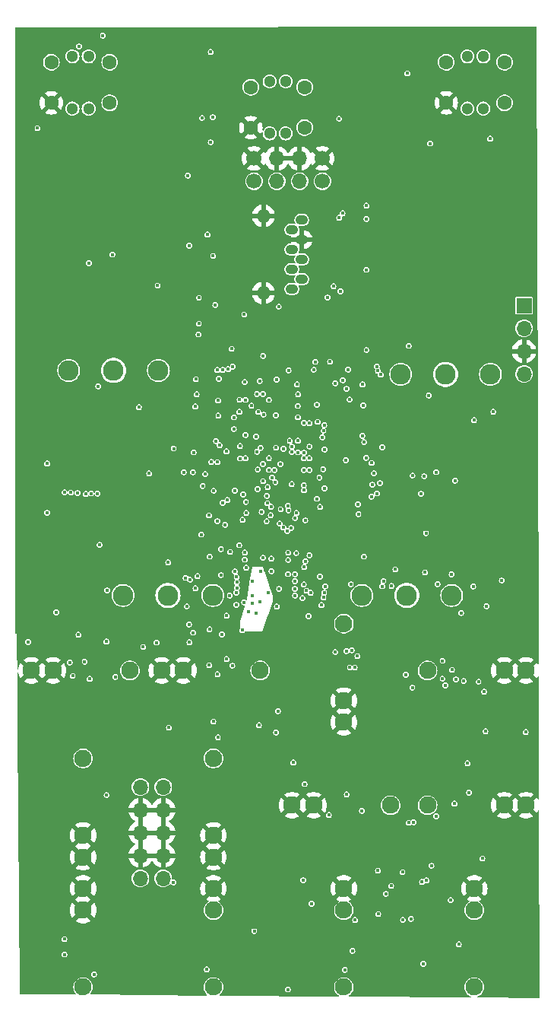
<source format=gbr>
G04 #@! TF.GenerationSoftware,KiCad,Pcbnew,8.0.5*
G04 #@! TF.CreationDate,2024-10-28T12:14:28-07:00*
G04 #@! TF.ProjectId,Sampler-built,53616d70-6c65-4722-9d62-75696c742e6b,rev?*
G04 #@! TF.SameCoordinates,PX38444c0PY67f3540*
G04 #@! TF.FileFunction,Copper,L2,Inr*
G04 #@! TF.FilePolarity,Positive*
%FSLAX46Y46*%
G04 Gerber Fmt 4.6, Leading zero omitted, Abs format (unit mm)*
G04 Created by KiCad (PCBNEW 8.0.5) date 2024-10-28 12:14:28*
%MOMM*%
%LPD*%
G01*
G04 APERTURE LIST*
G04 #@! TA.AperFunction,ComponentPad*
%ADD10C,1.700000*%
G04 #@! TD*
G04 #@! TA.AperFunction,ComponentPad*
%ADD11O,1.700000X1.700000*%
G04 #@! TD*
G04 #@! TA.AperFunction,ComponentPad*
%ADD12R,1.700000X1.700000*%
G04 #@! TD*
G04 #@! TA.AperFunction,ComponentPad*
%ADD13C,1.930400*%
G04 #@! TD*
G04 #@! TA.AperFunction,ComponentPad*
%ADD14C,1.600000*%
G04 #@! TD*
G04 #@! TA.AperFunction,ComponentPad*
%ADD15C,1.300000*%
G04 #@! TD*
G04 #@! TA.AperFunction,ComponentPad*
%ADD16O,1.397000X1.092200*%
G04 #@! TD*
G04 #@! TA.AperFunction,ComponentPad*
%ADD17O,1.524000X1.524000*%
G04 #@! TD*
G04 #@! TA.AperFunction,ComponentPad*
%ADD18C,2.286000*%
G04 #@! TD*
G04 #@! TA.AperFunction,ViaPad*
%ADD19C,0.400000*%
G04 #@! TD*
G04 APERTURE END LIST*
D10*
G04 #@! TO.N,/UART_TX*
G04 #@! TO.C,J4*
X-32170000Y91520000D03*
G04 #@! TO.N,GND*
X-32170000Y94060000D03*
D11*
G04 #@! TO.N,/UART_RX*
X-29630000Y91520000D03*
G04 #@! TO.N,GND*
X-29630000Y94060000D03*
G04 #@! TO.N,/DEBUG2*
X-27090000Y91520000D03*
G04 #@! TO.N,GND*
X-27090000Y94060000D03*
D10*
G04 #@! TO.N,/DEBUG3*
X-24550000Y91520000D03*
G04 #@! TO.N,GND*
X-24550000Y94060000D03*
G04 #@! TD*
D12*
G04 #@! TO.N,+3V3*
G04 #@! TO.C,J3*
X-2090000Y77680000D03*
D11*
G04 #@! TO.N,/SWDCLK*
X-2090000Y75140000D03*
G04 #@! TO.N,GND*
X-2090000Y72600000D03*
G04 #@! TO.N,/SWDIO*
X-2090000Y70060000D03*
G04 #@! TD*
G04 #@! TO.N,Net-(D17-K)*
G04 #@! TO.C,J10*
X-42274785Y13930000D03*
X-44814785Y13930000D03*
G04 #@! TO.N,GND*
X-42274785Y16470000D03*
X-44814785Y16470000D03*
X-42274785Y19010000D03*
X-44814785Y19010000D03*
X-42274785Y21550000D03*
X-44814785Y21550000D03*
G04 #@! TO.N,Net-(D16-A)*
X-42274785Y24090000D03*
X-44814785Y24090000D03*
G04 #@! TD*
D13*
G04 #@! TO.N,Net-(J12-SIG)*
G04 #@! TO.C,J12*
X-51206000Y27276000D03*
G04 #@! TO.N,GND*
X-51206000Y16303200D03*
X-51206000Y18716200D03*
G04 #@! TD*
G04 #@! TO.N,Net-(J17-SIG)*
G04 #@! TO.C,J17*
X-22158000Y1833000D03*
G04 #@! TO.N,GND*
X-22158000Y12805800D03*
G04 #@! TO.N,unconnected-(J17-SW-Pad3)*
X-22158000Y10392800D03*
G04 #@! TD*
G04 #@! TO.N,Net-(J16-SIG)*
G04 #@! TO.C,J16*
X-7630000Y1833000D03*
G04 #@! TO.N,GND*
X-7630000Y12805800D03*
G04 #@! TO.N,unconnected-(J16-SW-Pad3)*
X-7630000Y10392800D03*
G04 #@! TD*
D14*
G04 #@! TO.N,unconnected-(Bank_But1-UP-A-Pad1)*
G04 #@! TO.C,Bank_But1*
X-4250000Y104750000D03*
G04 #@! TO.N,Net-(Bank_But1-POLE-A)*
X-10750000Y104750000D03*
G04 #@! TO.N,unconnected-(Bank_But1-DOWN-A-Pad3)*
X-4250000Y100250000D03*
G04 #@! TO.N,GND*
X-10750000Y100250000D03*
D15*
G04 #@! TO.N,+3V3*
X-6600000Y105400000D03*
G04 #@! TO.N,Net-(Bank_But1-G)*
X-8400000Y105400000D03*
G04 #@! TO.N,Net-(Bank_But1-R)*
X-8400000Y99600000D03*
G04 #@! TO.N,Net-(Bank_But1-B)*
X-6600000Y99600000D03*
G04 #@! TD*
D16*
G04 #@! TO.N,/D18*
G04 #@! TO.C,SD1*
X-27953000Y79531249D03*
G04 #@! TO.N,/D19*
X-26853180Y80631069D03*
G04 #@! TO.N,/D4*
X-27953000Y81731143D03*
G04 #@! TO.N,+3V3*
X-26853180Y82830963D03*
G04 #@! TO.N,/D9*
X-27953000Y83931037D03*
G04 #@! TO.N,GND*
X-26853180Y85030857D03*
G04 #@! TO.N,/D16*
X-27953000Y86130931D03*
G04 #@! TO.N,/D17*
X-26853180Y87230751D03*
D17*
G04 #@! TO.N,GND*
X-31122920Y79088400D03*
X-31122920Y87673600D03*
G04 #@! TD*
D18*
G04 #@! TO.N,GNDADC*
G04 #@! TO.C,POT_LENGTH1*
X-36760000Y45424000D03*
G04 #@! TO.N,Net-(POT_LENGTH1-Center)*
X-41760000Y45424000D03*
G04 #@! TO.N,VREF+*
X-46760000Y45424000D03*
G04 #@! TD*
D13*
G04 #@! TO.N,Net-(J2-SIG)*
G04 #@! TO.C,J2*
X-22157000Y42272000D03*
G04 #@! TO.N,GND*
X-22157000Y31299200D03*
X-22157000Y33712200D03*
G04 #@! TD*
D18*
G04 #@! TO.N,GNDADC*
G04 #@! TO.C,POT_PITCH1*
X-5820000Y70027000D03*
G04 #@! TO.N,Net-(POT_PITCH1-Center)*
X-10820000Y70027000D03*
G04 #@! TO.N,VREF+*
X-15820000Y70027000D03*
G04 #@! TD*
D13*
G04 #@! TO.N,Net-(J7-SIG)*
G04 #@! TO.C,J7*
X-45999000Y37065000D03*
G04 #@! TO.N,GND*
X-56971800Y37065000D03*
X-54558800Y37065000D03*
G04 #@! TD*
G04 #@! TO.N,Net-(J15-SIG)*
G04 #@! TO.C,J15*
X-36685000Y1833000D03*
G04 #@! TO.N,GND*
X-36685000Y12805800D03*
G04 #@! TO.N,unconnected-(J15-SW-Pad3)*
X-36685000Y10392800D03*
G04 #@! TD*
D14*
G04 #@! TO.N,unconnected-(REV_BUT1-UP-A-Pad1)*
G04 #@! TO.C,REV_BUT1*
X-48250000Y104750000D03*
G04 #@! TO.N,Net-(REV_BUT1-POLE-A)*
X-54750000Y104750000D03*
G04 #@! TO.N,unconnected-(REV_BUT1-DOWN-A-Pad3)*
X-48250000Y100250000D03*
G04 #@! TO.N,GND*
X-54750000Y100250000D03*
D15*
G04 #@! TO.N,+3V3*
X-50600000Y105400000D03*
G04 #@! TO.N,Net-(REV_BUT1-G)*
X-52400000Y105400000D03*
G04 #@! TO.N,Net-(REV_BUT1-R)*
X-52400000Y99600000D03*
G04 #@! TO.N,Net-(REV_BUT1-B)*
X-50600000Y99600000D03*
G04 #@! TD*
D13*
G04 #@! TO.N,Net-(J9-SIG)*
G04 #@! TO.C,J9*
X-36685000Y27276000D03*
G04 #@! TO.N,GND*
X-36685000Y16303200D03*
X-36685000Y18716200D03*
G04 #@! TD*
G04 #@! TO.N,Net-(J8-SIG)*
G04 #@! TO.C,J8*
X-12838000Y37065000D03*
G04 #@! TO.N,GND*
X-1865200Y37065000D03*
X-4278200Y37065000D03*
G04 #@! TD*
G04 #@! TO.N,Net-(J11-SIG)*
G04 #@! TO.C,J11*
X-51206000Y1833000D03*
G04 #@! TO.N,GND*
X-51206000Y12805800D03*
X-51206000Y10392800D03*
G04 #@! TD*
G04 #@! TO.N,Net-(J13-SIG)*
G04 #@! TO.C,J13*
X-12838000Y22069000D03*
G04 #@! TO.N,GND*
X-1865200Y22069000D03*
X-4278200Y22069000D03*
G04 #@! TD*
G04 #@! TO.N,Net-(J6-SIG)*
G04 #@! TO.C,J6*
X-31478000Y37065000D03*
G04 #@! TO.N,GND*
X-42450800Y37065000D03*
X-40037800Y37065000D03*
G04 #@! TD*
G04 #@! TO.N,Net-(J14-SIG)*
G04 #@! TO.C,J14*
X-16951000Y22069000D03*
G04 #@! TO.N,GND*
X-27923800Y22069000D03*
X-25510800Y22069000D03*
G04 #@! TD*
D14*
G04 #@! TO.N,unconnected-(PLAY_BUT1-UP-A-Pad1)*
G04 #@! TO.C,PLAY_BUT1*
X-26535000Y101979000D03*
G04 #@! TO.N,Net-(PLAY_BUT1-POLE-A)*
X-32527000Y101979000D03*
G04 #@! TO.N,unconnected-(PLAY_BUT1-DOWN-A-Pad3)*
X-26535000Y97479000D03*
G04 #@! TO.N,GND*
X-32527000Y97479000D03*
D15*
G04 #@! TO.N,+3V3*
X-28631000Y102629000D03*
G04 #@! TO.N,Net-(PLAY_BUT1-G)*
X-30431000Y102629000D03*
G04 #@! TO.N,Net-(PLAY_BUT1-R)*
X-30431000Y96829000D03*
G04 #@! TO.N,Net-(PLAY_BUT1-B)*
X-28631000Y96829000D03*
G04 #@! TD*
D18*
G04 #@! TO.N,GNDADC*
G04 #@! TO.C,POT_SAMP1*
X-42815000Y70455000D03*
G04 #@! TO.N,Net-(POT_SAMP1-Center)*
X-47815000Y70455000D03*
G04 #@! TO.N,VREF+*
X-52815000Y70455000D03*
G04 #@! TD*
G04 #@! TO.N,GNDADC*
G04 #@! TO.C,POT_START1*
X-10140000Y45424000D03*
G04 #@! TO.N,Net-(POT_START1-Center)*
X-15140000Y45424000D03*
G04 #@! TO.N,VREF+*
X-20140000Y45424000D03*
G04 #@! TD*
D19*
G04 #@! TO.N,GND*
X-51416648Y58600078D03*
X-16470000Y38000000D03*
X-27284360Y63918528D03*
X-50946648Y55560078D03*
X-48874685Y52274685D03*
X-47761433Y4690078D03*
X-44991748Y67190393D03*
X-50010078Y52110078D03*
X-52074948Y55538378D03*
X-20406500Y33880000D03*
X-53830000Y40980000D03*
X-32091433Y71910078D03*
X-56280000Y43910000D03*
X-30346664Y47147246D03*
X-30228399Y56013927D03*
X-36106648Y34710078D03*
X-33056648Y6630078D03*
X-4160000Y57060000D03*
X-44926648Y28960078D03*
X-49576648Y55500078D03*
X-26159050Y26356578D03*
X-31493728Y44712910D03*
X-29524785Y34760000D03*
X-11246648Y58600078D03*
X-46566492Y53164138D03*
X-28421285Y64856678D03*
X-20624785Y61560000D03*
X-39624933Y60890078D03*
X-7900000Y56720000D03*
X-13036648Y57870078D03*
X-28574785Y8010000D03*
X-35070000Y105970000D03*
X-13140000Y42950000D03*
X-38630000Y105906500D03*
X-32489785Y31700000D03*
X-7366648Y21020078D03*
X-23621433Y67380078D03*
X-1506648Y56030078D03*
X-43010000Y53660000D03*
X-7804785Y19200000D03*
X-39146648Y29110078D03*
X-28904785Y3395000D03*
X-21104785Y65570000D03*
X-49340000Y52100000D03*
X-25764275Y43911665D03*
X-50246648Y55630078D03*
X-7424785Y26550000D03*
X-29256750Y45615118D03*
X-29977795Y43534660D03*
X-9020463Y14196263D03*
X-37641433Y66620078D03*
X-46694785Y86635000D03*
X-8570000Y61730000D03*
X-51366648Y59400078D03*
X-16121433Y52240078D03*
X-9294785Y19120000D03*
X-28011400Y52106678D03*
X-37664871Y62009914D03*
X-52654948Y55568378D03*
X-53602884Y55600078D03*
X-30538400Y48816678D03*
X-16086648Y11450078D03*
X-24616648Y28640078D03*
X-48531433Y6920078D03*
X-46651433Y10460078D03*
X-38401433Y7460078D03*
X-14580000Y36620000D03*
X-12144285Y52470078D03*
G04 #@! TO.N,+3V3*
X-28324484Y70469877D03*
X-36181285Y67116678D03*
X-36214785Y36640000D03*
X-37972744Y98557256D03*
X-36721433Y83220000D03*
X-30531285Y59396678D03*
X-50336648Y56770078D03*
X-21920821Y60475575D03*
X-34131264Y44378646D03*
X-36471433Y77750078D03*
X-29373336Y46151566D03*
X-28011900Y52926678D03*
X-30572436Y45716088D03*
X-50926648Y56710078D03*
X-13111433Y47982462D03*
X-30208400Y48116678D03*
X-51816648Y56820078D03*
X-53274948Y56898378D03*
X-49606648Y56760078D03*
X-33822400Y51013126D03*
X-52584948Y56868378D03*
X-6521433Y34710078D03*
X-24441285Y63756678D03*
X-33483763Y41550078D03*
X-11154109Y36160078D03*
X-44510000Y39690000D03*
X-31938400Y43426678D03*
X-15241433Y36601500D03*
X-29625050Y44181288D03*
G04 #@! TO.N,/A4*
X-57330000Y40240000D03*
X-38480000Y47570000D03*
G04 #@! TO.N,GNDADC*
X-10150000Y47770000D03*
X-35757327Y41102185D03*
X-16410000Y48320000D03*
X-17751435Y47030078D03*
G04 #@! TO.N,/A5*
X-36694785Y31380500D03*
X-38672980Y46212350D03*
X-37163648Y37650000D03*
X-38937744Y41277744D03*
G04 #@! TO.N,+12V*
X-1901433Y30210078D03*
X-50462562Y36144461D03*
X-9770000Y58190000D03*
X-11878240Y59142588D03*
X-41651433Y30710078D03*
X-17494392Y12202334D03*
X-52699302Y37953813D03*
X-52379833Y36460078D03*
X-26536648Y24430078D03*
X-21826648Y23280078D03*
X-8204785Y23480000D03*
X-32146648Y8060000D03*
X-47944785Y83360000D03*
X-49520000Y68700000D03*
X-36204785Y29630000D03*
X-49380000Y51060000D03*
X-51725364Y41053500D03*
X-7740000Y46420000D03*
G04 #@! TO.N,-12VA*
X-15566648Y9320078D03*
X-37431433Y3810078D03*
X-12404785Y15340000D03*
X-51029998Y38040000D03*
X-28411433Y1570078D03*
X-25764785Y11130000D03*
X-29514785Y32540000D03*
X-16895048Y13100000D03*
X-14694785Y9420078D03*
X-49991433Y3250078D03*
X-20640000Y38660000D03*
X-50560000Y82410000D03*
X-13011433Y52340078D03*
X-54190000Y43540000D03*
X-26694785Y13730000D03*
X-29714785Y30170000D03*
G04 #@! TO.N,/A2*
X-39403500Y42190000D03*
X-39277721Y47163291D03*
G04 #@! TO.N,/A7*
X-39371433Y84350000D03*
X-38661433Y69480078D03*
X-36241433Y60250078D03*
X-38324933Y75660078D03*
G04 #@! TO.N,/A6*
X-36131285Y65426678D03*
X-33732087Y60665676D03*
X-34426440Y65236678D03*
X-37340000Y85590000D03*
G04 #@! TO.N,/D6*
X-18144785Y57920000D03*
X-15080000Y103520000D03*
G04 #@! TO.N,/D8*
X-40000000Y59136500D03*
X-25874444Y45702763D03*
X-24325876Y57344123D03*
X-39775315Y47374685D03*
X-36980000Y95860000D03*
X-39660000Y44200000D03*
G04 #@! TO.N,/A9*
X-37901433Y57610078D03*
X-38698940Y66456258D03*
G04 #@! TO.N,/D15*
X-27781433Y26820078D03*
X-20951433Y37390078D03*
X-21288226Y39322752D03*
X-18461433Y56773578D03*
X-25151731Y56180404D03*
X-28171429Y62636722D03*
G04 #@! TO.N,/D13*
X-21879635Y39221565D03*
X-27931433Y61989319D03*
X-21481433Y37390078D03*
X-48584785Y23200000D03*
G04 #@! TO.N,VREF+*
X-55230000Y54620000D03*
X-38991433Y59136500D03*
X-37137888Y41642800D03*
X-6253006Y44223636D03*
X-4554633Y47086878D03*
X-16827883Y46479996D03*
X-55220000Y60100000D03*
X-14940000Y73200000D03*
X-17891433Y46440078D03*
X-36941433Y60280078D03*
G04 #@! TO.N,/D11*
X-19674785Y60730000D03*
X-23320000Y79840000D03*
X-23700137Y71433500D03*
X-25361433Y71420078D03*
G04 #@! TO.N,/D10*
X-49000000Y107726500D03*
X-19054785Y60170000D03*
G04 #@! TO.N,/D14*
X-22690000Y98470006D03*
X-24539092Y63028871D03*
X-22690000Y87460000D03*
X-36770000Y98650002D03*
G04 #@! TO.N,/D12*
X-21851433Y68420078D03*
X-25081285Y64746678D03*
X-36990000Y105906500D03*
X-22294785Y69370000D03*
G04 #@! TO.N,/D0*
X-12550000Y95720000D03*
X-21680000Y70562334D03*
G04 #@! TO.N,/D1*
X-29421433Y77560078D03*
X-36091433Y69530078D03*
X-33250000Y76700000D03*
X-22314933Y87950000D03*
G04 #@! TO.N,/D3*
X-39536500Y92145286D03*
X-25174785Y66650000D03*
X-38324933Y78570078D03*
X-23961285Y78580078D03*
G04 #@! TO.N,/D5*
X-5870000Y96250000D03*
X-20070000Y68910000D03*
G04 #@! TO.N,/D19*
X-27257734Y67806549D03*
G04 #@! TO.N,/D18*
X-23104785Y69040000D03*
X-22531285Y79270078D03*
G04 #@! TO.N,/D7*
X-26623026Y59373759D03*
X-19640000Y88810000D03*
X-56280000Y97420000D03*
X-24820000Y47530000D03*
X-19630000Y81660000D03*
X-51670000Y106520000D03*
X-19620000Y72730000D03*
X-18820500Y59020000D03*
X-19630000Y87330000D03*
X-19940000Y49750000D03*
G04 #@! TO.N,/D17*
X-26613522Y64618915D03*
G04 #@! TO.N,/D16*
X-25971285Y64596678D03*
G04 #@! TO.N,/D9*
X-27401725Y68901878D03*
G04 #@! TO.N,/A0*
X-37121900Y49750000D03*
X-31621433Y30980000D03*
X-35200000Y43170000D03*
X-35200000Y38340000D03*
X-34589999Y37600001D03*
X-33126178Y60696678D03*
G04 #@! TO.N,/A1*
X-36660000Y57070000D03*
X-38561433Y67810078D03*
G04 #@! TO.N,/A3*
X-38911433Y61350078D03*
X-5491433Y65870078D03*
X-12680000Y67670000D03*
X-38341433Y74470078D03*
G04 #@! TO.N,/A8*
X-38058548Y52200078D03*
X-39360000Y40200000D03*
X-43040000Y40180000D03*
X-37168548Y54330078D03*
X-35231433Y61450078D03*
X-48600000Y40280000D03*
G04 #@! TO.N,Net-(J2-SIG)*
X-23101433Y39120078D03*
G04 #@! TO.N,Net-(C46-Pad1)*
X-13556648Y56740078D03*
X-9100000Y43470000D03*
G04 #@! TO.N,Net-(POT_LENGTH1-Center)*
X-41730000Y49100000D03*
X-42900000Y79900000D03*
X-43855000Y58995000D03*
G04 #@! TO.N,/D4*
X-27311285Y66506678D03*
G04 #@! TO.N,/VCOM*
X-6724785Y16140000D03*
X-11854785Y20850000D03*
X-23836648Y20990078D03*
G04 #@! TO.N,GNDA*
X-18354785Y14790000D03*
X-9844785Y22250000D03*
X-10254785Y11520000D03*
X-15634785Y14620000D03*
G04 #@! TO.N,Net-(POT_START1-Center)*
X-7656648Y64930078D03*
X-11723627Y46679115D03*
G04 #@! TO.N,Net-(U2B-VCAP_1)*
X-29698839Y61869124D03*
G04 #@! TO.N,+3.3VADC*
X-37621433Y58930078D03*
X-44990000Y66360000D03*
X-41121433Y61770078D03*
G04 #@! TO.N,/BOOT0*
X-31711285Y65846678D03*
X-31141433Y72090078D03*
G04 #@! TO.N,Net-(C152-Pad1)*
X-18334785Y9960078D03*
X-21206648Y5860078D03*
G04 #@! TO.N,Net-(C152-Pad2)*
X-20906648Y9300078D03*
X-22066648Y3760078D03*
G04 #@! TO.N,Net-(C153-Pad1)*
X-13294785Y4430000D03*
X-9356648Y6600078D03*
G04 #@! TO.N,/SWDCLK*
X-18352744Y70427256D03*
G04 #@! TO.N,/SWDIO*
X-18040000Y69990000D03*
G04 #@! TO.N,/UART_TX*
X-36395997Y62606420D03*
G04 #@! TO.N,/UART_RX*
X-35994785Y62143420D03*
G04 #@! TO.N,/DEBUG2*
X-32481285Y66546678D03*
G04 #@! TO.N,/DEBUG3*
X-29661285Y69446678D03*
G04 #@! TO.N,Net-(J9-SIG)*
X-48529485Y45987030D03*
X-47636648Y36350078D03*
G04 #@! TO.N,/LOUT+*
X-12983348Y13706953D03*
X-14370990Y20171603D03*
G04 #@! TO.N,/LOUT-*
X-13448884Y13525901D03*
X-14926648Y20120078D03*
G04 #@! TO.N,/I2C1_SCL*
X-7166648Y35820078D03*
X-34671433Y72870078D03*
G04 #@! TO.N,/I2C1_SDA*
X-11151433Y38150078D03*
X-31163507Y67843305D03*
G04 #@! TO.N,/RIN*
X-20146648Y21450078D03*
X-8371433Y26740078D03*
G04 #@! TO.N,/SAI_SD_B*
X-8784785Y35900000D03*
X-36247785Y70520000D03*
G04 #@! TO.N,/SAI_MCLK*
X-35053378Y70601773D03*
X-10855407Y35409378D03*
G04 #@! TO.N,/SD-NBL1*
X-26568400Y48566678D03*
X-31821285Y67836678D03*
G04 #@! TO.N,/SD-NBL0*
X-33124785Y67191712D03*
X-34080000Y46876681D03*
G04 #@! TO.N,/SD-CKE1*
X-28388400Y47796678D03*
X-31531285Y69276678D03*
G04 #@! TO.N,/CODEC_RESET*
X-6401433Y30310078D03*
X-18507744Y70902256D03*
G04 #@! TO.N,/SAI_FS*
X-9654785Y36080000D03*
X-35647782Y70520000D03*
G04 #@! TO.N,/SAI_SCK*
X-34525640Y70887247D03*
X-10118285Y37137000D03*
G04 #@! TO.N,/SAI_SD_A*
X-14534785Y35170000D03*
X-33206271Y69180078D03*
X-33771285Y67196678D03*
G04 #@! TO.N,/SD-NCAS*
X-29741285Y65486678D03*
X-30521285Y67186678D03*
X-31121285Y65546678D03*
X-31388400Y48136678D03*
G04 #@! TO.N,/SD-D2*
X-24638400Y44356678D03*
X-32387044Y44574879D03*
X-21390000Y46660000D03*
X-27276258Y65246678D03*
G04 #@! TO.N,/SD-D3*
X-20104785Y63200000D03*
X-34148400Y45736678D03*
X-18989648Y57754862D03*
X-24436579Y45188733D03*
X-25520915Y70530500D03*
X-20004785Y66580000D03*
X-19091433Y56410078D03*
X-21534785Y67230000D03*
G04 #@! TO.N,/SD-A0*
X-33368107Y56663178D03*
X-33813400Y65854563D03*
G04 #@! TO.N,/SD-A2*
X-35648966Y55737066D03*
X-34423601Y63934290D03*
G04 #@! TO.N,/SD-A1*
X-33188400Y50186678D03*
X-31927720Y63108823D03*
X-34848400Y50266678D03*
X-36240000Y53690000D03*
G04 #@! TO.N,/SD-CLK*
X-28901433Y61740078D03*
X-27594830Y47780156D03*
G04 #@! TO.N,/SD-A3*
X-33117342Y63286303D03*
X-35134281Y56032117D03*
G04 #@! TO.N,/SD-A4*
X-30698220Y55686498D03*
X-30783754Y53675392D03*
G04 #@! TO.N,/SD-NWE*
X-31813124Y61416678D03*
X-34298400Y48096678D03*
G04 #@! TO.N,/SD-A5*
X-33735510Y62055410D03*
X-34290212Y57103678D03*
G04 #@! TO.N,/SD-BA1*
X-33188697Y49406678D03*
X-30720000Y56510000D03*
X-20591900Y55570000D03*
X-27271285Y62636678D03*
G04 #@! TO.N,/SD-BA0*
X-24802548Y55280078D03*
X-27271285Y61346678D03*
X-29308400Y53426678D03*
X-31176317Y49622121D03*
G04 #@! TO.N,/SD-D1*
X-33258400Y44646678D03*
X-25974785Y61990000D03*
G04 #@! TO.N,/SD-A12*
X-24301674Y61664545D03*
X-26450000Y53776678D03*
X-26448400Y49216678D03*
X-20541900Y54460000D03*
G04 #@! TO.N,/SD-A11*
X-33428400Y53826678D03*
X-28358400Y49366678D03*
X-30230653Y49529027D03*
X-30524136Y60703916D03*
G04 #@! TO.N,/SD-NE1*
X-34860000Y45413031D03*
X-27952030Y61385554D03*
G04 #@! TO.N,/SD-D0*
X-26613634Y61313401D03*
X-32778400Y43616678D03*
G04 #@! TO.N,/SD-A7*
X-27583400Y54021678D03*
X-28455694Y52579384D03*
X-31450124Y61836678D03*
X-28350250Y50183135D03*
G04 #@! TO.N,/SD-A10*
X-31166452Y60056678D03*
X-35378400Y53276678D03*
G04 #@! TO.N,/SD-D10*
X-24215007Y46436645D03*
X-26626333Y60696678D03*
G04 #@! TO.N,/SD-D15*
X-26081900Y43120000D03*
X-24447659Y59464562D03*
G04 #@! TO.N,/SD-A6*
X-31747265Y59442904D03*
X-33077132Y55815410D03*
G04 #@! TO.N,/SD-A9*
X-33000080Y54608358D03*
X-31148979Y58141122D03*
G04 #@! TO.N,/SD-D5*
X-34080000Y46276678D03*
X-30268400Y55276678D03*
X-28418785Y55419721D03*
X-29876478Y59389485D03*
G04 #@! TO.N,/SD-D6*
X-32378400Y46996678D03*
X-29221285Y60041642D03*
X-27411400Y54606678D03*
X-28898400Y52976678D03*
G04 #@! TO.N,/SD-D8*
X-27979089Y57814645D03*
X-25977516Y49900000D03*
G04 #@! TO.N,/SD-D11*
X-24351900Y45733969D03*
X-27608400Y46156678D03*
X-25976312Y60686678D03*
X-26308376Y45951745D03*
G04 #@! TO.N,/SD-D14*
X-24868478Y58529485D03*
X-26781720Y45133358D03*
G04 #@! TO.N,/SD-D13*
X-27582340Y45406678D03*
X-25981285Y59391700D03*
G04 #@! TO.N,/SD-NRAS*
X-33051530Y48514272D03*
X-31763500Y57266324D03*
G04 #@! TO.N,/SD-A8*
X-27478703Y50130119D03*
X-30648138Y57478911D03*
G04 #@! TO.N,/SD-D4*
X-31311400Y54716678D03*
X-32382888Y45414144D03*
X-30141285Y58546678D03*
X-35868404Y47678278D03*
X-29185557Y55020427D03*
X-35868400Y50576678D03*
G04 #@! TO.N,/SD-D7*
X-30298925Y54353678D03*
X-29778285Y58026678D03*
X-34097628Y47494185D03*
X-28334167Y54885808D03*
G04 #@! TO.N,/SD-D9*
X-27582103Y47013336D03*
X-26614605Y57144818D03*
G04 #@! TO.N,/SD-D12*
X-26636535Y57680108D03*
X-26634307Y46635333D03*
G04 #@! TO.N,Net-(U14A--)*
X-14526648Y58760078D03*
X-13206648Y58690078D03*
G04 #@! TO.N,/D2*
X-41135730Y13496578D03*
X-17893500Y61930078D03*
X-24349965Y64367999D03*
X-53306648Y5470078D03*
X-53306648Y7170078D03*
X-19884785Y62490000D03*
G04 #@! TD*
G04 #@! TA.AperFunction,Conductor*
G04 #@! TO.N,GND*
G36*
X-27555925Y94252993D02*
G01*
X-27590000Y94125826D01*
X-27590000Y93994174D01*
X-27555925Y93867007D01*
X-27520703Y93806000D01*
X-29199297Y93806000D01*
X-29164075Y93867007D01*
X-29130000Y93994174D01*
X-29130000Y94125826D01*
X-29164075Y94252993D01*
X-29199297Y94314000D01*
X-27520703Y94314000D01*
X-27555925Y94252993D01*
G37*
G04 #@! TD.AperFunction*
G04 #@! TA.AperFunction,Conductor*
G36*
X-674638Y108742210D02*
G01*
X-656216Y108698076D01*
X-466820Y41452265D01*
X-466820Y41452264D01*
X-466378Y41295779D01*
X-21611840Y41324348D01*
X-21495680Y41396271D01*
X-21346026Y41532699D01*
X-21223988Y41694303D01*
X-21133723Y41875580D01*
X-21078304Y42070357D01*
X-21059619Y42272000D01*
X-21078304Y42473643D01*
X-21133723Y42668420D01*
X-21223988Y42849697D01*
X-21346026Y43011301D01*
X-21442422Y43099178D01*
X-21495676Y43147726D01*
X-21495679Y43147728D01*
X-21495680Y43147729D01*
X-21667855Y43254335D01*
X-21667857Y43254336D01*
X-21722742Y43275598D01*
X-21856687Y43327489D01*
X-21856690Y43327490D01*
X-21856691Y43327490D01*
X-22055742Y43364700D01*
X-22055746Y43364700D01*
X-22258254Y43364700D01*
X-22258259Y43364700D01*
X-22457310Y43327490D01*
X-22646144Y43254336D01*
X-22818325Y43147726D01*
X-22967976Y43011299D01*
X-22967978Y43011297D01*
X-23090012Y42849697D01*
X-23180277Y42668421D01*
X-23235696Y42473647D01*
X-23235698Y42473636D01*
X-23254381Y42272005D01*
X-23254381Y42271996D01*
X-23235698Y42070365D01*
X-23235696Y42070354D01*
X-23195988Y41930799D01*
X-23180277Y41875580D01*
X-23090012Y41694303D01*
X-22967974Y41532699D01*
X-22922786Y41491505D01*
X-22818325Y41396275D01*
X-22818324Y41396274D01*
X-22818320Y41396271D01*
X-22704544Y41325825D01*
X-31277766Y41337406D01*
X-30640445Y43120000D01*
X-26414452Y43120000D01*
X-26394397Y43006261D01*
X-26336650Y42906240D01*
X-26248176Y42832002D01*
X-26139647Y42792500D01*
X-26139644Y42792500D01*
X-26024156Y42792500D01*
X-26024153Y42792500D01*
X-25915624Y42832002D01*
X-25827150Y42906240D01*
X-25769403Y43006261D01*
X-25749348Y43120000D01*
X-25769403Y43233739D01*
X-25827150Y43333760D01*
X-25915624Y43407998D01*
X-25915625Y43407999D01*
X-26024151Y43447500D01*
X-26024153Y43447500D01*
X-26139647Y43447500D01*
X-26139650Y43447500D01*
X-26248176Y43407999D01*
X-26336650Y43333761D01*
X-26394397Y43233740D01*
X-26394397Y43233739D01*
X-26414452Y43120000D01*
X-30640445Y43120000D01*
X-30515311Y43470000D01*
X-9432552Y43470000D01*
X-9412497Y43356261D01*
X-9354750Y43256240D01*
X-9266276Y43182002D01*
X-9172114Y43147729D01*
X-9157747Y43142500D01*
X-9157744Y43142500D01*
X-9042256Y43142500D01*
X-9042253Y43142500D01*
X-8933724Y43182002D01*
X-8845250Y43256240D01*
X-8787503Y43356261D01*
X-8767448Y43470000D01*
X-8787503Y43583739D01*
X-8845250Y43683760D01*
X-8882094Y43714676D01*
X-8933725Y43757999D01*
X-9042251Y43797500D01*
X-9042253Y43797500D01*
X-9157747Y43797500D01*
X-9157750Y43797500D01*
X-9266276Y43757999D01*
X-9354750Y43683761D01*
X-9412497Y43583740D01*
X-9432552Y43470000D01*
X-30515311Y43470000D01*
X-30261008Y44181288D01*
X-29957602Y44181288D01*
X-29937547Y44067549D01*
X-29879800Y43967528D01*
X-29791326Y43893290D01*
X-29682797Y43853788D01*
X-29682794Y43853788D01*
X-29567306Y43853788D01*
X-29567303Y43853788D01*
X-29458774Y43893290D01*
X-29370300Y43967528D01*
X-29312553Y44067549D01*
X-29292498Y44181288D01*
X-29312553Y44295027D01*
X-29348147Y44356678D01*
X-24970952Y44356678D01*
X-24950897Y44242939D01*
X-24893150Y44142918D01*
X-24804676Y44068680D01*
X-24696147Y44029178D01*
X-24696144Y44029178D01*
X-24580656Y44029178D01*
X-24580653Y44029178D01*
X-24472124Y44068680D01*
X-24383650Y44142918D01*
X-24325903Y44242939D01*
X-24305848Y44356678D01*
X-24325903Y44470417D01*
X-24383650Y44570438D01*
X-24388942Y44574879D01*
X-24472125Y44644677D01*
X-24580651Y44684178D01*
X-24580653Y44684178D01*
X-24696147Y44684178D01*
X-24696150Y44684178D01*
X-24804676Y44644677D01*
X-24893150Y44570439D01*
X-24950897Y44470418D01*
X-24970169Y44361119D01*
X-24970952Y44356678D01*
X-29348147Y44356678D01*
X-29370300Y44395048D01*
X-29458774Y44469286D01*
X-29458775Y44469287D01*
X-29567301Y44508788D01*
X-29567303Y44508788D01*
X-29682797Y44508788D01*
X-29682800Y44508788D01*
X-29791326Y44469287D01*
X-29879800Y44395049D01*
X-29937547Y44295028D01*
X-29949796Y44225560D01*
X-29957602Y44181288D01*
X-30261008Y44181288D01*
X-30062154Y44737484D01*
X-30040437Y45347484D01*
X-30050422Y45375264D01*
X-30329443Y46151566D01*
X-29705888Y46151566D01*
X-29685833Y46037827D01*
X-29628086Y45937806D01*
X-29539612Y45863568D01*
X-29483282Y45843065D01*
X-29431083Y45824066D01*
X-29431080Y45824066D01*
X-29315592Y45824066D01*
X-29315589Y45824066D01*
X-29207060Y45863568D01*
X-29118586Y45937806D01*
X-29060839Y46037827D01*
X-29040784Y46151566D01*
X-29041685Y46156678D01*
X-27940952Y46156678D01*
X-27920897Y46042939D01*
X-27863150Y45942918D01*
X-27774676Y45868680D01*
X-27683974Y45835667D01*
X-27648706Y45803350D01*
X-27646619Y45755560D01*
X-27678936Y45720292D01*
X-27683973Y45718205D01*
X-27748616Y45694677D01*
X-27837090Y45620439D01*
X-27894837Y45520418D01*
X-27914892Y45406678D01*
X-27894837Y45292939D01*
X-27837090Y45192918D01*
X-27748616Y45118680D01*
X-27657542Y45085531D01*
X-27640087Y45079178D01*
X-27640084Y45079178D01*
X-27524596Y45079178D01*
X-27524593Y45079178D01*
X-27416064Y45118680D01*
X-27398571Y45133358D01*
X-27114272Y45133358D01*
X-27094217Y45019619D01*
X-27036470Y44919598D01*
X-26947996Y44845360D01*
X-26839467Y44805858D01*
X-26839464Y44805858D01*
X-26723976Y44805858D01*
X-26723973Y44805858D01*
X-26615444Y44845360D01*
X-26526970Y44919598D01*
X-26469223Y45019619D01*
X-26449168Y45133358D01*
X-26458932Y45188733D01*
X-24769131Y45188733D01*
X-24749076Y45074994D01*
X-24691329Y44974973D01*
X-24602855Y44900735D01*
X-24494326Y44861233D01*
X-24494323Y44861233D01*
X-24378835Y44861233D01*
X-24378832Y44861233D01*
X-24270303Y44900735D01*
X-24181829Y44974973D01*
X-24124082Y45074994D01*
X-24104027Y45188733D01*
X-24124082Y45302472D01*
X-24173757Y45388511D01*
X-24178428Y45424003D01*
X-21415353Y45424003D01*
X-21415353Y45423998D01*
X-21395979Y45202541D01*
X-21395976Y45202525D01*
X-21338442Y44987808D01*
X-21338441Y44987806D01*
X-21244489Y44786324D01*
X-21116977Y44604218D01*
X-20959783Y44447024D01*
X-20939637Y44432918D01*
X-20777677Y44319512D01*
X-20777678Y44319512D01*
X-20676937Y44272536D01*
X-20576196Y44225560D01*
X-20576194Y44225560D01*
X-20576193Y44225559D01*
X-20361476Y44168025D01*
X-20361470Y44168024D01*
X-20361463Y44168022D01*
X-20228586Y44156397D01*
X-20140002Y44148647D01*
X-20140000Y44148647D01*
X-20139998Y44148647D01*
X-20066179Y44155106D01*
X-19918537Y44168022D01*
X-19918528Y44168025D01*
X-19918525Y44168025D01*
X-19757488Y44211176D01*
X-19703804Y44225560D01*
X-19502323Y44319512D01*
X-19320219Y44447023D01*
X-19163023Y44604219D01*
X-19035512Y44786323D01*
X-18941560Y44987804D01*
X-18915076Y45086644D01*
X-18884025Y45202525D01*
X-18884025Y45202528D01*
X-18884022Y45202537D01*
X-18866529Y45402492D01*
X-18864647Y45423998D01*
X-18864647Y45424000D01*
X-16542290Y45424000D01*
X-16523165Y45193191D01*
X-16466310Y44968677D01*
X-16445466Y44921159D01*
X-16373276Y44756582D01*
X-16373274Y44756579D01*
X-16340324Y44706146D01*
X-16251663Y44570439D01*
X-16246605Y44562698D01*
X-16246602Y44562693D01*
X-16089744Y44392301D01*
X-16089740Y44392298D01*
X-15906982Y44250051D01*
X-15906980Y44250050D01*
X-15703293Y44139820D01*
X-15484242Y44064620D01*
X-15255800Y44026500D01*
X-15255797Y44026500D01*
X-15024203Y44026500D01*
X-15024200Y44026500D01*
X-14795758Y44064620D01*
X-14576707Y44139820D01*
X-14373020Y44250050D01*
X-14190255Y44392302D01*
X-14033396Y44562696D01*
X-13906723Y44756584D01*
X-13813690Y44968677D01*
X-13756835Y45193191D01*
X-13737710Y45424000D01*
X-13737710Y45424003D01*
X-11415353Y45424003D01*
X-11415353Y45423998D01*
X-11395979Y45202541D01*
X-11395976Y45202525D01*
X-11338442Y44987808D01*
X-11338441Y44987806D01*
X-11244489Y44786324D01*
X-11116977Y44604218D01*
X-10959783Y44447024D01*
X-10939637Y44432918D01*
X-10777677Y44319512D01*
X-10777678Y44319512D01*
X-10676937Y44272536D01*
X-10576196Y44225560D01*
X-10576194Y44225560D01*
X-10576193Y44225559D01*
X-10361476Y44168025D01*
X-10361470Y44168024D01*
X-10361463Y44168022D01*
X-10228586Y44156397D01*
X-10140002Y44148647D01*
X-10140000Y44148647D01*
X-10139998Y44148647D01*
X-10066179Y44155106D01*
X-9918537Y44168022D01*
X-9918528Y44168025D01*
X-9918525Y44168025D01*
X-9757488Y44211176D01*
X-9710985Y44223636D01*
X-6585558Y44223636D01*
X-6565503Y44109897D01*
X-6507756Y44009876D01*
X-6419282Y43935638D01*
X-6310753Y43896136D01*
X-6310750Y43896136D01*
X-6195262Y43896136D01*
X-6195259Y43896136D01*
X-6086730Y43935638D01*
X-5998256Y44009876D01*
X-5940509Y44109897D01*
X-5920454Y44223636D01*
X-5940509Y44337375D01*
X-5998256Y44437396D01*
X-6058561Y44487998D01*
X-6086731Y44511635D01*
X-6195257Y44551136D01*
X-6195259Y44551136D01*
X-6310753Y44551136D01*
X-6310756Y44551136D01*
X-6419282Y44511635D01*
X-6507756Y44437397D01*
X-6565503Y44337376D01*
X-6572970Y44295028D01*
X-6585558Y44223636D01*
X-9710985Y44223636D01*
X-9703804Y44225560D01*
X-9502323Y44319512D01*
X-9320219Y44447023D01*
X-9163023Y44604219D01*
X-9035512Y44786323D01*
X-8941560Y44987804D01*
X-8915076Y45086644D01*
X-8884025Y45202525D01*
X-8884025Y45202528D01*
X-8884022Y45202537D01*
X-8866529Y45402492D01*
X-8864647Y45423998D01*
X-8864647Y45424003D01*
X-8881584Y45617594D01*
X-8884022Y45645463D01*
X-8887792Y45659531D01*
X-8941559Y45860193D01*
X-8941560Y45860195D01*
X-8943133Y45863568D01*
X-9035512Y46061676D01*
X-9071154Y46112578D01*
X-9163024Y46243783D01*
X-9320218Y46400977D01*
X-9347386Y46420000D01*
X-8072552Y46420000D01*
X-8052497Y46306261D01*
X-7994750Y46206240D01*
X-7906276Y46132002D01*
X-7801976Y46094039D01*
X-7797747Y46092500D01*
X-7797744Y46092500D01*
X-7682256Y46092500D01*
X-7682253Y46092500D01*
X-7573724Y46132002D01*
X-7485250Y46206240D01*
X-7427503Y46306261D01*
X-7407448Y46420000D01*
X-7427503Y46533739D01*
X-7485250Y46633760D01*
X-7487124Y46635333D01*
X-7573725Y46707999D01*
X-7682251Y46747500D01*
X-7682253Y46747500D01*
X-7797747Y46747500D01*
X-7797750Y46747500D01*
X-7906276Y46707999D01*
X-7994750Y46633761D01*
X-8052497Y46533740D01*
X-8072552Y46420000D01*
X-9347386Y46420000D01*
X-9462135Y46500348D01*
X-9502323Y46528488D01*
X-9502325Y46528489D01*
X-9502323Y46528489D01*
X-9703806Y46622441D01*
X-9703808Y46622442D01*
X-9918525Y46679976D01*
X-9918541Y46679979D01*
X-10139998Y46699353D01*
X-10140002Y46699353D01*
X-10361460Y46679979D01*
X-10361476Y46679976D01*
X-10576193Y46622442D01*
X-10576195Y46622441D01*
X-10777676Y46528489D01*
X-10959783Y46400977D01*
X-11116977Y46243783D01*
X-11244489Y46061676D01*
X-11338441Y45860195D01*
X-11338442Y45860193D01*
X-11395976Y45645476D01*
X-11395979Y45645460D01*
X-11415353Y45424003D01*
X-13737710Y45424003D01*
X-13756835Y45654809D01*
X-13813690Y45879323D01*
X-13906723Y46091416D01*
X-14033396Y46285304D01*
X-14033398Y46285306D01*
X-14033399Y46285308D01*
X-14163018Y46426111D01*
X-14190255Y46455698D01*
X-14190256Y46455699D01*
X-14190257Y46455700D01*
X-14190261Y46455703D01*
X-14373019Y46597950D01*
X-14373021Y46597951D01*
X-14463204Y46646755D01*
X-14523000Y46679115D01*
X-12056179Y46679115D01*
X-12036124Y46565376D01*
X-11978377Y46465355D01*
X-11889903Y46391117D01*
X-11781374Y46351615D01*
X-11781371Y46351615D01*
X-11665883Y46351615D01*
X-11665880Y46351615D01*
X-11557351Y46391117D01*
X-11468877Y46465355D01*
X-11411130Y46565376D01*
X-11391075Y46679115D01*
X-11411130Y46792854D01*
X-11468877Y46892875D01*
X-11534571Y46947999D01*
X-11557352Y46967114D01*
X-11665878Y47006615D01*
X-11665880Y47006615D01*
X-11781374Y47006615D01*
X-11781377Y47006615D01*
X-11889903Y46967114D01*
X-11978377Y46892876D01*
X-12036124Y46792855D01*
X-12053597Y46693757D01*
X-12056179Y46679115D01*
X-14523000Y46679115D01*
X-14576707Y46708180D01*
X-14795758Y46783380D01*
X-15024200Y46821500D01*
X-15255800Y46821500D01*
X-15427132Y46792910D01*
X-15484243Y46783380D01*
X-15633523Y46732132D01*
X-15703293Y46708180D01*
X-15729944Y46693757D01*
X-15906980Y46597951D01*
X-15906982Y46597950D01*
X-16089740Y46455703D01*
X-16089744Y46455700D01*
X-16246602Y46285308D01*
X-16246605Y46285303D01*
X-16373274Y46091422D01*
X-16373276Y46091419D01*
X-16463885Y45884851D01*
X-16466310Y45879323D01*
X-16523165Y45654809D01*
X-16542290Y45424000D01*
X-18864647Y45424000D01*
X-18864647Y45424003D01*
X-18881584Y45617594D01*
X-18884022Y45645463D01*
X-18887792Y45659531D01*
X-18941559Y45860193D01*
X-18941560Y45860195D01*
X-18943133Y45863568D01*
X-19035512Y46061676D01*
X-19071154Y46112578D01*
X-19163024Y46243783D01*
X-19320218Y46400977D01*
X-19376060Y46440078D01*
X-18223985Y46440078D01*
X-18203930Y46326339D01*
X-18146183Y46226318D01*
X-18057709Y46152080D01*
X-17949230Y46112596D01*
X-17949180Y46112578D01*
X-17949177Y46112578D01*
X-17833689Y46112578D01*
X-17833686Y46112578D01*
X-17725157Y46152080D01*
X-17636683Y46226318D01*
X-17578936Y46326339D01*
X-17558881Y46440078D01*
X-17565920Y46479996D01*
X-17160435Y46479996D01*
X-17140380Y46366257D01*
X-17082633Y46266236D01*
X-16994159Y46191998D01*
X-16914322Y46162939D01*
X-16885630Y46152496D01*
X-16885627Y46152496D01*
X-16770139Y46152496D01*
X-16770136Y46152496D01*
X-16661607Y46191998D01*
X-16573133Y46266236D01*
X-16515386Y46366257D01*
X-16495331Y46479996D01*
X-16515386Y46593735D01*
X-16573133Y46693756D01*
X-16630723Y46742080D01*
X-16661608Y46767995D01*
X-16770134Y46807496D01*
X-16770136Y46807496D01*
X-16885630Y46807496D01*
X-16885633Y46807496D01*
X-16994159Y46767995D01*
X-17082633Y46693757D01*
X-17140380Y46593736D01*
X-17160435Y46479996D01*
X-17565920Y46479996D01*
X-17578936Y46553817D01*
X-17632595Y46646756D01*
X-17638837Y46694181D01*
X-17609717Y46732132D01*
X-17599850Y46736733D01*
X-17585159Y46742080D01*
X-17496685Y46816318D01*
X-17438938Y46916339D01*
X-17418883Y47030078D01*
X-17428898Y47086878D01*
X-4887185Y47086878D01*
X-4867130Y46973139D01*
X-4809383Y46873118D01*
X-4720909Y46798880D01*
X-4612380Y46759378D01*
X-4612377Y46759378D01*
X-4496889Y46759378D01*
X-4496886Y46759378D01*
X-4388357Y46798880D01*
X-4299883Y46873118D01*
X-4242136Y46973139D01*
X-4222081Y47086878D01*
X-4242136Y47200617D01*
X-4299883Y47300638D01*
X-4300713Y47301335D01*
X-4388358Y47374877D01*
X-4496884Y47414378D01*
X-4496886Y47414378D01*
X-4612380Y47414378D01*
X-4612383Y47414378D01*
X-4720909Y47374877D01*
X-4809383Y47300639D01*
X-4867130Y47200618D01*
X-4885637Y47095659D01*
X-4887185Y47086878D01*
X-17428898Y47086878D01*
X-17438938Y47143817D01*
X-17496685Y47243838D01*
X-17517073Y47260946D01*
X-17585160Y47318077D01*
X-17693686Y47357578D01*
X-17693688Y47357578D01*
X-17809182Y47357578D01*
X-17809185Y47357578D01*
X-17917711Y47318077D01*
X-18006185Y47243839D01*
X-18063932Y47143818D01*
X-18083987Y47030078D01*
X-18063932Y46916339D01*
X-18010275Y46823402D01*
X-18004032Y46775976D01*
X-18033152Y46738025D01*
X-18043025Y46733422D01*
X-18057707Y46728079D01*
X-18146183Y46653839D01*
X-18203930Y46553818D01*
X-18223985Y46440078D01*
X-19376060Y46440078D01*
X-19462135Y46500348D01*
X-19502323Y46528488D01*
X-19502325Y46528489D01*
X-19502323Y46528489D01*
X-19703806Y46622441D01*
X-19703808Y46622442D01*
X-19918525Y46679976D01*
X-19918541Y46679979D01*
X-20139998Y46699353D01*
X-20140002Y46699353D01*
X-20361460Y46679979D01*
X-20361476Y46679976D01*
X-20576193Y46622442D01*
X-20576195Y46622441D01*
X-20777676Y46528489D01*
X-20959783Y46400977D01*
X-21116977Y46243783D01*
X-21244489Y46061676D01*
X-21338441Y45860195D01*
X-21338442Y45860193D01*
X-21395976Y45645476D01*
X-21395979Y45645460D01*
X-21415353Y45424003D01*
X-24178428Y45424003D01*
X-24179999Y45435936D01*
X-24159805Y45467637D01*
X-24097150Y45520209D01*
X-24039403Y45620230D01*
X-24019348Y45733969D01*
X-24039403Y45847708D01*
X-24097150Y45947729D01*
X-24100378Y45950438D01*
X-24166579Y46005987D01*
X-24188667Y46048418D01*
X-24174283Y46094039D01*
X-24147784Y46112595D01*
X-24048731Y46148647D01*
X-23960257Y46222885D01*
X-23902510Y46322906D01*
X-23882455Y46436645D01*
X-23902510Y46550384D01*
X-23960257Y46650405D01*
X-23964349Y46653839D01*
X-23971691Y46660000D01*
X-21722552Y46660000D01*
X-21702497Y46546261D01*
X-21644750Y46446240D01*
X-21556276Y46372002D01*
X-21447747Y46332500D01*
X-21447744Y46332500D01*
X-21332256Y46332500D01*
X-21332253Y46332500D01*
X-21223724Y46372002D01*
X-21135250Y46446240D01*
X-21077503Y46546261D01*
X-21057448Y46660000D01*
X-21077503Y46773739D01*
X-21135250Y46873760D01*
X-21158030Y46892875D01*
X-21223725Y46947999D01*
X-21332251Y46987500D01*
X-21332253Y46987500D01*
X-21447747Y46987500D01*
X-21447750Y46987500D01*
X-21556276Y46947999D01*
X-21644750Y46873761D01*
X-21702497Y46773740D01*
X-21719029Y46679979D01*
X-21722552Y46660000D01*
X-23971691Y46660000D01*
X-24048732Y46724644D01*
X-24157258Y46764145D01*
X-24157260Y46764145D01*
X-24272754Y46764145D01*
X-24272757Y46764145D01*
X-24381283Y46724644D01*
X-24469757Y46650406D01*
X-24527504Y46550385D01*
X-24547559Y46436645D01*
X-24527504Y46322906D01*
X-24469757Y46222885D01*
X-24400329Y46164628D01*
X-24378241Y46122197D01*
X-24392625Y46076576D01*
X-24419126Y46058019D01*
X-24518176Y46021968D01*
X-24606650Y45947730D01*
X-24664397Y45847709D01*
X-24684452Y45733969D01*
X-24664397Y45620230D01*
X-24614724Y45534193D01*
X-24608481Y45486766D01*
X-24628676Y45455065D01*
X-24691330Y45402492D01*
X-24749076Y45302473D01*
X-24749637Y45299292D01*
X-24769131Y45188733D01*
X-26458932Y45188733D01*
X-26469223Y45247097D01*
X-26526970Y45347118D01*
X-26592962Y45402492D01*
X-26615445Y45421357D01*
X-26723971Y45460858D01*
X-26723973Y45460858D01*
X-26839467Y45460858D01*
X-26839470Y45460858D01*
X-26947996Y45421357D01*
X-27036470Y45347119D01*
X-27094217Y45247098D01*
X-27094217Y45247097D01*
X-27114272Y45133358D01*
X-27398571Y45133358D01*
X-27327590Y45192918D01*
X-27269843Y45292939D01*
X-27249788Y45406678D01*
X-27269843Y45520417D01*
X-27327590Y45620438D01*
X-27330570Y45622939D01*
X-27416065Y45694677D01*
X-27506767Y45727690D01*
X-27542035Y45760008D01*
X-27544122Y45807797D01*
X-27511804Y45843065D01*
X-27506778Y45845148D01*
X-27442124Y45868680D01*
X-27353650Y45942918D01*
X-27295903Y46042939D01*
X-27275848Y46156678D01*
X-27295903Y46270417D01*
X-27353650Y46370438D01*
X-27442124Y46444676D01*
X-27442125Y46444677D01*
X-27550651Y46484178D01*
X-27550653Y46484178D01*
X-27666147Y46484178D01*
X-27666150Y46484178D01*
X-27774676Y46444677D01*
X-27863150Y46370439D01*
X-27920897Y46270418D01*
X-27926306Y46239743D01*
X-27940952Y46156678D01*
X-29041685Y46156678D01*
X-29060839Y46265305D01*
X-29118586Y46365326D01*
X-29119695Y46366257D01*
X-29207061Y46439565D01*
X-29315587Y46479066D01*
X-29315589Y46479066D01*
X-29431083Y46479066D01*
X-29431086Y46479066D01*
X-29539612Y46439565D01*
X-29628086Y46365327D01*
X-29685833Y46265306D01*
X-29705888Y46151566D01*
X-30329443Y46151566D01*
X-30372161Y46270418D01*
X-30503320Y46635333D01*
X-26966859Y46635333D01*
X-26946804Y46521594D01*
X-26889057Y46421573D01*
X-26800583Y46347335D01*
X-26692054Y46307833D01*
X-26692051Y46307833D01*
X-26576562Y46307833D01*
X-26576560Y46307833D01*
X-26576559Y46307834D01*
X-26574522Y46308193D01*
X-26572897Y46307833D01*
X-26571092Y46307833D01*
X-26571092Y46307434D01*
X-26527819Y46297845D01*
X-26502113Y46257504D01*
X-26512461Y46210801D01*
X-26523487Y46198767D01*
X-26563126Y46165506D01*
X-26620873Y46065485D01*
X-26640928Y45951745D01*
X-26620873Y45838006D01*
X-26563126Y45737985D01*
X-26474652Y45663747D01*
X-26450096Y45654809D01*
X-26366123Y45624245D01*
X-26366120Y45624245D01*
X-26245161Y45624245D01*
X-26245161Y45621532D01*
X-26207712Y45613254D01*
X-26189402Y45593284D01*
X-26129197Y45489006D01*
X-26129195Y45489004D01*
X-26129194Y45489003D01*
X-26040720Y45414765D01*
X-25932191Y45375263D01*
X-25932188Y45375263D01*
X-25816700Y45375263D01*
X-25816697Y45375263D01*
X-25708168Y45414765D01*
X-25619694Y45489003D01*
X-25561947Y45589024D01*
X-25541892Y45702763D01*
X-25561947Y45816502D01*
X-25619694Y45916523D01*
X-25651150Y45942918D01*
X-25708169Y45990762D01*
X-25816695Y46030263D01*
X-25816697Y46030263D01*
X-25932191Y46030263D01*
X-25937659Y46030263D01*
X-25937659Y46032966D01*
X-25975151Y46041284D01*
X-25993421Y46061225D01*
X-25995879Y46065482D01*
X-25995879Y46065484D01*
X-26053626Y46165505D01*
X-26095678Y46200791D01*
X-26142101Y46239744D01*
X-26250627Y46279245D01*
X-26250629Y46279245D01*
X-26366123Y46279245D01*
X-26368171Y46278884D01*
X-26369799Y46279245D01*
X-26371591Y46279245D01*
X-26371591Y46279643D01*
X-26414872Y46289239D01*
X-26440573Y46329584D01*
X-26430218Y46376285D01*
X-26419200Y46388310D01*
X-26379557Y46421573D01*
X-26321810Y46521594D01*
X-26301755Y46635333D01*
X-26321810Y46749072D01*
X-26379557Y46849093D01*
X-26468031Y46923331D01*
X-26468032Y46923332D01*
X-26576558Y46962833D01*
X-26576560Y46962833D01*
X-26692054Y46962833D01*
X-26692057Y46962833D01*
X-26800583Y46923332D01*
X-26889057Y46849094D01*
X-26946804Y46749073D01*
X-26954046Y46707999D01*
X-26966859Y46635333D01*
X-30503320Y46635333D01*
X-31035751Y48116678D01*
X-30540952Y48116678D01*
X-30520897Y48002939D01*
X-30463150Y47902918D01*
X-30374676Y47828680D01*
X-30319728Y47808680D01*
X-30266147Y47789178D01*
X-30266144Y47789178D01*
X-30150656Y47789178D01*
X-30150653Y47789178D01*
X-30130047Y47796678D01*
X-28720952Y47796678D01*
X-28700897Y47682939D01*
X-28643150Y47582918D01*
X-28554676Y47508680D01*
X-28446147Y47469178D01*
X-28446144Y47469178D01*
X-28330656Y47469178D01*
X-28330653Y47469178D01*
X-28222124Y47508680D01*
X-28133650Y47582918D01*
X-28075903Y47682939D01*
X-28058761Y47780156D01*
X-27927382Y47780156D01*
X-27907327Y47666417D01*
X-27849580Y47566396D01*
X-27761106Y47492158D01*
X-27653964Y47453161D01*
X-27618696Y47420844D01*
X-27616609Y47373054D01*
X-27648926Y47337786D01*
X-27653964Y47335699D01*
X-27748379Y47301335D01*
X-27836853Y47227097D01*
X-27894600Y47127076D01*
X-27914655Y47013336D01*
X-27894600Y46899597D01*
X-27836853Y46799576D01*
X-27748379Y46725338D01*
X-27661613Y46693757D01*
X-27639850Y46685836D01*
X-27639847Y46685836D01*
X-27524359Y46685836D01*
X-27524356Y46685836D01*
X-27415827Y46725338D01*
X-27327353Y46799576D01*
X-27269606Y46899597D01*
X-27249551Y47013336D01*
X-27269606Y47127075D01*
X-27327353Y47227096D01*
X-27347306Y47243839D01*
X-27415828Y47301335D01*
X-27522971Y47340332D01*
X-27558238Y47372650D01*
X-27560325Y47420440D01*
X-27528007Y47455707D01*
X-27522994Y47457785D01*
X-27428554Y47492158D01*
X-27383455Y47530000D01*
X-25152552Y47530000D01*
X-25132497Y47416261D01*
X-25074750Y47316240D01*
X-24986276Y47242002D01*
X-24899565Y47210441D01*
X-24877747Y47202500D01*
X-24877744Y47202500D01*
X-24762256Y47202500D01*
X-24762253Y47202500D01*
X-24653724Y47242002D01*
X-24565250Y47316240D01*
X-24507503Y47416261D01*
X-24487448Y47530000D01*
X-24507503Y47643739D01*
X-24565250Y47743760D01*
X-24612921Y47783761D01*
X-24653725Y47817999D01*
X-24762251Y47857500D01*
X-24762253Y47857500D01*
X-24877747Y47857500D01*
X-24877750Y47857500D01*
X-24986276Y47817999D01*
X-25074750Y47743761D01*
X-25132497Y47643740D01*
X-25152552Y47530000D01*
X-27383455Y47530000D01*
X-27340080Y47566396D01*
X-27282333Y47666417D01*
X-27262278Y47780156D01*
X-27282333Y47893895D01*
X-27333467Y47982462D01*
X-13443985Y47982462D01*
X-13423930Y47868723D01*
X-13366183Y47768702D01*
X-13277709Y47694464D01*
X-13169180Y47654962D01*
X-13169177Y47654962D01*
X-13053689Y47654962D01*
X-13053686Y47654962D01*
X-12945157Y47694464D01*
X-12856683Y47768702D01*
X-12855934Y47770000D01*
X-10482552Y47770000D01*
X-10462497Y47656261D01*
X-10404750Y47556240D01*
X-10316276Y47482002D01*
X-10237038Y47453161D01*
X-10207747Y47442500D01*
X-10207744Y47442500D01*
X-10092256Y47442500D01*
X-10092253Y47442500D01*
X-9983724Y47482002D01*
X-9895250Y47556240D01*
X-9837503Y47656261D01*
X-9817448Y47770000D01*
X-9837503Y47883739D01*
X-9895250Y47983760D01*
X-9907353Y47993916D01*
X-9983725Y48057999D01*
X-10092251Y48097500D01*
X-10092253Y48097500D01*
X-10207747Y48097500D01*
X-10207750Y48097500D01*
X-10316276Y48057999D01*
X-10404750Y47983761D01*
X-10462497Y47883740D01*
X-10482552Y47770000D01*
X-12855934Y47770000D01*
X-12798936Y47868723D01*
X-12778881Y47982462D01*
X-12798936Y48096201D01*
X-12856683Y48196222D01*
X-12907877Y48239179D01*
X-12945158Y48270461D01*
X-13053684Y48309962D01*
X-13053686Y48309962D01*
X-13169180Y48309962D01*
X-13169183Y48309962D01*
X-13277709Y48270461D01*
X-13366183Y48196223D01*
X-13423930Y48096202D01*
X-13430666Y48057999D01*
X-13443985Y47982462D01*
X-27333467Y47982462D01*
X-27340080Y47993916D01*
X-27354216Y48005778D01*
X-27428555Y48068155D01*
X-27537081Y48107656D01*
X-27537083Y48107656D01*
X-27652577Y48107656D01*
X-27652580Y48107656D01*
X-27761106Y48068155D01*
X-27849580Y47993917D01*
X-27907327Y47893896D01*
X-27927382Y47780156D01*
X-28058761Y47780156D01*
X-28055848Y47796678D01*
X-28075903Y47910417D01*
X-28133650Y48010438D01*
X-28222124Y48084676D01*
X-28222125Y48084677D01*
X-28330651Y48124178D01*
X-28330653Y48124178D01*
X-28446147Y48124178D01*
X-28446150Y48124178D01*
X-28554676Y48084677D01*
X-28643150Y48010439D01*
X-28700897Y47910418D01*
X-28704138Y47892038D01*
X-28720952Y47796678D01*
X-30130047Y47796678D01*
X-30042124Y47828680D01*
X-29953650Y47902918D01*
X-29895903Y48002939D01*
X-29875848Y48116678D01*
X-29895903Y48230417D01*
X-29953650Y48330438D01*
X-30037186Y48400533D01*
X-30042125Y48404677D01*
X-30150651Y48444178D01*
X-30150653Y48444178D01*
X-30266147Y48444178D01*
X-30266150Y48444178D01*
X-30374676Y48404677D01*
X-30463150Y48330439D01*
X-30520897Y48230418D01*
X-30540952Y48116678D01*
X-31035751Y48116678D01*
X-31066476Y48202162D01*
X-31069205Y48212429D01*
X-31075903Y48250417D01*
X-31094082Y48281904D01*
X-31098770Y48292012D01*
X-31105222Y48309962D01*
X-31197491Y48566678D01*
X-26900952Y48566678D01*
X-26880897Y48452939D01*
X-26823150Y48352918D01*
X-26734676Y48278680D01*
X-26657026Y48250417D01*
X-26626147Y48239178D01*
X-26626144Y48239178D01*
X-26510656Y48239178D01*
X-26510653Y48239178D01*
X-26402124Y48278680D01*
X-26352880Y48320000D01*
X-16742552Y48320000D01*
X-16722497Y48206261D01*
X-16664750Y48106240D01*
X-16576276Y48032002D01*
X-16471638Y47993916D01*
X-16467747Y47992500D01*
X-16467744Y47992500D01*
X-16352256Y47992500D01*
X-16352253Y47992500D01*
X-16243724Y48032002D01*
X-16155250Y48106240D01*
X-16097503Y48206261D01*
X-16077448Y48320000D01*
X-16097503Y48433739D01*
X-16155250Y48533760D01*
X-16243724Y48607998D01*
X-16243725Y48607999D01*
X-16352251Y48647500D01*
X-16352253Y48647500D01*
X-16467747Y48647500D01*
X-16467750Y48647500D01*
X-16576276Y48607999D01*
X-16664750Y48533761D01*
X-16722497Y48433740D01*
X-16742552Y48320000D01*
X-26352880Y48320000D01*
X-26313650Y48352918D01*
X-26255903Y48452939D01*
X-26235848Y48566678D01*
X-26255903Y48680417D01*
X-26313650Y48780438D01*
X-26313651Y48780439D01*
X-26344406Y48806246D01*
X-26366493Y48848676D01*
X-26352108Y48894298D01*
X-26325608Y48912854D01*
X-26299122Y48922494D01*
X-26282126Y48928679D01*
X-26282126Y48928680D01*
X-26282124Y48928680D01*
X-26193650Y49002918D01*
X-26135903Y49102939D01*
X-26115848Y49216678D01*
X-26135903Y49330417D01*
X-26193650Y49430438D01*
X-26282124Y49504676D01*
X-26282125Y49504677D01*
X-26390651Y49544178D01*
X-26390653Y49544178D01*
X-26506147Y49544178D01*
X-26506150Y49544178D01*
X-26614676Y49504677D01*
X-26703150Y49430439D01*
X-26760897Y49330418D01*
X-26760897Y49330417D01*
X-26780952Y49216678D01*
X-26760897Y49102939D01*
X-26703150Y49002918D01*
X-26672395Y48977112D01*
X-26650308Y48934681D01*
X-26664692Y48889059D01*
X-26691193Y48870503D01*
X-26734676Y48854677D01*
X-26823150Y48780439D01*
X-26880897Y48680418D01*
X-26900952Y48566678D01*
X-31197491Y48566678D01*
X-31197766Y48567443D01*
X-31197767Y48567444D01*
X-32377732Y48567514D01*
X-32377802Y48567514D01*
X-32377803Y48567514D01*
X-32595007Y47262043D01*
X-32616483Y47224425D01*
X-32633149Y47210441D01*
X-32633150Y47210439D01*
X-32690897Y47110418D01*
X-32710952Y46996678D01*
X-32690897Y46882937D01*
X-32690895Y46882933D01*
X-32676626Y46858219D01*
X-32669100Y46816711D01*
X-32977728Y44961749D01*
X-33003038Y44921159D01*
X-33049638Y44910355D01*
X-33079553Y44924129D01*
X-33092123Y44934677D01*
X-33200651Y44974178D01*
X-33200653Y44974178D01*
X-33316147Y44974178D01*
X-33316150Y44974178D01*
X-33424676Y44934677D01*
X-33513150Y44860439D01*
X-33570897Y44760418D01*
X-33570897Y44760417D01*
X-33590952Y44646678D01*
X-33570897Y44532939D01*
X-33513150Y44432918D01*
X-33424676Y44358680D01*
X-33316147Y44319178D01*
X-33316144Y44319178D01*
X-33226560Y44319178D01*
X-33182366Y44300872D01*
X-33164060Y44256678D01*
X-33166638Y44238912D01*
X-33671118Y42537409D01*
X-33671118Y42537408D01*
X-33732293Y41786641D01*
X-33740460Y41760467D01*
X-33796260Y41663818D01*
X-33816315Y41550078D01*
X-33796260Y41436339D01*
X-33765216Y41382569D01*
X-33781118Y41187406D01*
X-35439218Y41184097D01*
X-35444830Y41215924D01*
X-35502577Y41315945D01*
X-35591051Y41390183D01*
X-35591052Y41390184D01*
X-35699578Y41429685D01*
X-35699580Y41429685D01*
X-35815074Y41429685D01*
X-35815077Y41429685D01*
X-35923603Y41390184D01*
X-36012077Y41315946D01*
X-36069825Y41215922D01*
X-36075661Y41182825D01*
X-38622826Y41177740D01*
X-38605192Y41277744D01*
X-38625247Y41391483D01*
X-38682994Y41491504D01*
X-38732088Y41532699D01*
X-38771469Y41565743D01*
X-38879995Y41605244D01*
X-38879997Y41605244D01*
X-38995491Y41605244D01*
X-38995494Y41605244D01*
X-39104020Y41565743D01*
X-39192494Y41491505D01*
X-39250241Y41391484D01*
X-39270296Y41277744D01*
X-39252442Y41176482D01*
X-51410217Y41152206D01*
X-51412867Y41167239D01*
X-51470614Y41267260D01*
X-51552914Y41336318D01*
X-51559089Y41341499D01*
X-51667615Y41381000D01*
X-51667617Y41381000D01*
X-51783111Y41381000D01*
X-51783114Y41381000D01*
X-51891640Y41341499D01*
X-51980114Y41267261D01*
X-51983105Y41262080D01*
X-52032524Y41176482D01*
X-52037862Y41167237D01*
X-52040735Y41150946D01*
X-58588722Y41137871D01*
X-58588723Y41137871D01*
X-58733676Y41137582D01*
X-58777906Y41155800D01*
X-58796300Y41199958D01*
X-58796300Y41642800D01*
X-37470440Y41642800D01*
X-37450385Y41529061D01*
X-37392638Y41429040D01*
X-37304164Y41354802D01*
X-37253381Y41336318D01*
X-37195635Y41315300D01*
X-37195632Y41315300D01*
X-37080144Y41315300D01*
X-37080141Y41315300D01*
X-36971612Y41354802D01*
X-36883138Y41429040D01*
X-36825391Y41529061D01*
X-36805336Y41642800D01*
X-36825391Y41756539D01*
X-36883138Y41856560D01*
X-36971612Y41930798D01*
X-36971613Y41930799D01*
X-37080139Y41970300D01*
X-37080141Y41970300D01*
X-37195635Y41970300D01*
X-37195638Y41970300D01*
X-37304164Y41930799D01*
X-37392638Y41856561D01*
X-37450385Y41756540D01*
X-37470440Y41642800D01*
X-58796300Y41642800D01*
X-58796300Y42190000D01*
X-39736052Y42190000D01*
X-39715997Y42076261D01*
X-39658250Y41976240D01*
X-39569776Y41902002D01*
X-39497184Y41875580D01*
X-39461247Y41862500D01*
X-39461244Y41862500D01*
X-39345756Y41862500D01*
X-39345753Y41862500D01*
X-39237224Y41902002D01*
X-39148750Y41976240D01*
X-39091003Y42076261D01*
X-39070948Y42190000D01*
X-39091003Y42303739D01*
X-39148750Y42403760D01*
X-39232025Y42473636D01*
X-39237225Y42477999D01*
X-39345751Y42517500D01*
X-39345753Y42517500D01*
X-39461247Y42517500D01*
X-39461250Y42517500D01*
X-39569776Y42477999D01*
X-39658250Y42403761D01*
X-39715997Y42303740D01*
X-39736052Y42190000D01*
X-58796300Y42190000D01*
X-58796300Y43170000D01*
X-35532552Y43170000D01*
X-35512497Y43056261D01*
X-35454750Y42956240D01*
X-35366276Y42882002D01*
X-35257747Y42842500D01*
X-35257744Y42842500D01*
X-35142256Y42842500D01*
X-35142253Y42842500D01*
X-35033724Y42882002D01*
X-34945250Y42956240D01*
X-34887503Y43056261D01*
X-34867448Y43170000D01*
X-34887503Y43283739D01*
X-34945250Y43383760D01*
X-35033724Y43457998D01*
X-35033725Y43457999D01*
X-35142251Y43497500D01*
X-35142253Y43497500D01*
X-35257747Y43497500D01*
X-35257750Y43497500D01*
X-35366276Y43457999D01*
X-35454750Y43383761D01*
X-35512497Y43283740D01*
X-35525058Y43212501D01*
X-35532552Y43170000D01*
X-58796300Y43170000D01*
X-58796300Y43540000D01*
X-54522552Y43540000D01*
X-54502497Y43426261D01*
X-54444750Y43326240D01*
X-54356276Y43252002D01*
X-54248896Y43212918D01*
X-54247747Y43212500D01*
X-54247744Y43212500D01*
X-54132256Y43212500D01*
X-54132253Y43212500D01*
X-54023724Y43252002D01*
X-53935250Y43326240D01*
X-53877503Y43426261D01*
X-53857448Y43540000D01*
X-53877503Y43653739D01*
X-53935250Y43753760D01*
X-53940300Y43757998D01*
X-54023725Y43827999D01*
X-54132251Y43867500D01*
X-54132253Y43867500D01*
X-54247747Y43867500D01*
X-54247750Y43867500D01*
X-54356276Y43827999D01*
X-54444750Y43753761D01*
X-54502497Y43653740D01*
X-54522552Y43540000D01*
X-58796300Y43540000D01*
X-58796300Y45424003D01*
X-48035353Y45424003D01*
X-48035353Y45423998D01*
X-48015979Y45202541D01*
X-48015976Y45202525D01*
X-47958442Y44987808D01*
X-47958441Y44987806D01*
X-47864489Y44786324D01*
X-47736977Y44604218D01*
X-47579783Y44447024D01*
X-47559637Y44432918D01*
X-47397677Y44319512D01*
X-47397678Y44319512D01*
X-47296937Y44272536D01*
X-47196196Y44225560D01*
X-47196194Y44225560D01*
X-47196193Y44225559D01*
X-46981476Y44168025D01*
X-46981470Y44168024D01*
X-46981463Y44168022D01*
X-46848586Y44156397D01*
X-46760002Y44148647D01*
X-46760000Y44148647D01*
X-46759998Y44148647D01*
X-46686179Y44155106D01*
X-46538537Y44168022D01*
X-46538528Y44168025D01*
X-46538525Y44168025D01*
X-46377488Y44211176D01*
X-46323804Y44225560D01*
X-46122323Y44319512D01*
X-45940219Y44447023D01*
X-45783023Y44604219D01*
X-45655512Y44786323D01*
X-45561560Y44987804D01*
X-45535076Y45086644D01*
X-45504025Y45202525D01*
X-45504025Y45202528D01*
X-45504022Y45202537D01*
X-45486529Y45402492D01*
X-45484647Y45423998D01*
X-45484647Y45424000D01*
X-43162290Y45424000D01*
X-43143165Y45193191D01*
X-43086310Y44968677D01*
X-43065466Y44921159D01*
X-42993276Y44756582D01*
X-42993274Y44756579D01*
X-42960324Y44706146D01*
X-42871663Y44570439D01*
X-42866605Y44562698D01*
X-42866602Y44562693D01*
X-42709744Y44392301D01*
X-42709740Y44392298D01*
X-42526982Y44250051D01*
X-42526980Y44250050D01*
X-42323293Y44139820D01*
X-42104242Y44064620D01*
X-41875800Y44026500D01*
X-41875797Y44026500D01*
X-41644203Y44026500D01*
X-41644200Y44026500D01*
X-41415758Y44064620D01*
X-41196707Y44139820D01*
X-41085504Y44200000D01*
X-39992552Y44200000D01*
X-39972497Y44086261D01*
X-39914750Y43986240D01*
X-39826276Y43912002D01*
X-39717747Y43872500D01*
X-39717744Y43872500D01*
X-39602256Y43872500D01*
X-39602253Y43872500D01*
X-39493724Y43912002D01*
X-39405250Y43986240D01*
X-39347503Y44086261D01*
X-39327448Y44200000D01*
X-39347503Y44313739D01*
X-39405250Y44413760D01*
X-39433419Y44437397D01*
X-39493725Y44487999D01*
X-39602251Y44527500D01*
X-39602253Y44527500D01*
X-39717747Y44527500D01*
X-39717750Y44527500D01*
X-39826276Y44487999D01*
X-39914750Y44413761D01*
X-39972497Y44313740D01*
X-39977233Y44286881D01*
X-39992552Y44200000D01*
X-41085504Y44200000D01*
X-40993020Y44250050D01*
X-40810255Y44392302D01*
X-40653396Y44562696D01*
X-40526723Y44756584D01*
X-40433690Y44968677D01*
X-40376835Y45193191D01*
X-40357710Y45424000D01*
X-40357710Y45424003D01*
X-38035353Y45424003D01*
X-38035353Y45423998D01*
X-38015979Y45202541D01*
X-38015976Y45202525D01*
X-37958442Y44987808D01*
X-37958441Y44987806D01*
X-37864489Y44786324D01*
X-37736977Y44604218D01*
X-37579783Y44447024D01*
X-37559637Y44432918D01*
X-37397677Y44319512D01*
X-37397678Y44319512D01*
X-37296937Y44272536D01*
X-37196196Y44225560D01*
X-37196194Y44225560D01*
X-37196193Y44225559D01*
X-36981476Y44168025D01*
X-36981470Y44168024D01*
X-36981463Y44168022D01*
X-36848586Y44156397D01*
X-36760002Y44148647D01*
X-36760000Y44148647D01*
X-36759998Y44148647D01*
X-36686179Y44155106D01*
X-36538537Y44168022D01*
X-36538528Y44168025D01*
X-36538525Y44168025D01*
X-36377488Y44211176D01*
X-36323804Y44225560D01*
X-36122323Y44319512D01*
X-36037871Y44378646D01*
X-34463816Y44378646D01*
X-34443761Y44264907D01*
X-34386014Y44164886D01*
X-34297540Y44090648D01*
X-34237185Y44068680D01*
X-34189011Y44051146D01*
X-34189008Y44051146D01*
X-34073520Y44051146D01*
X-34073517Y44051146D01*
X-33964988Y44090648D01*
X-33876514Y44164886D01*
X-33818767Y44264907D01*
X-33798712Y44378646D01*
X-33818767Y44492385D01*
X-33876514Y44592406D01*
X-33938808Y44644677D01*
X-33964989Y44666645D01*
X-34073515Y44706146D01*
X-34073517Y44706146D01*
X-34189011Y44706146D01*
X-34189014Y44706146D01*
X-34297540Y44666645D01*
X-34386014Y44592407D01*
X-34443761Y44492386D01*
X-34463816Y44378646D01*
X-36037871Y44378646D01*
X-35940219Y44447023D01*
X-35783023Y44604219D01*
X-35655512Y44786323D01*
X-35561560Y44987804D01*
X-35535076Y45086644D01*
X-35504025Y45202525D01*
X-35504025Y45202528D01*
X-35504022Y45202537D01*
X-35486529Y45402492D01*
X-35485607Y45413031D01*
X-35192552Y45413031D01*
X-35172497Y45299292D01*
X-35114750Y45199271D01*
X-35026276Y45125033D01*
X-34917747Y45085531D01*
X-34917744Y45085531D01*
X-34802256Y45085531D01*
X-34802253Y45085531D01*
X-34693724Y45125033D01*
X-34605250Y45199271D01*
X-34547503Y45299292D01*
X-34527448Y45413031D01*
X-34527449Y45413033D01*
X-34527448Y45413034D01*
X-34540449Y45486766D01*
X-34547503Y45526770D01*
X-34547504Y45526771D01*
X-34548446Y45532116D01*
X-34543913Y45552565D01*
X-34557354Y45555544D01*
X-34575632Y45575491D01*
X-34586414Y45594166D01*
X-34605250Y45626791D01*
X-34625644Y45643904D01*
X-34693725Y45701030D01*
X-34802251Y45740531D01*
X-34802253Y45740531D01*
X-34917747Y45740531D01*
X-34917750Y45740531D01*
X-35026276Y45701030D01*
X-35114750Y45626792D01*
X-35172497Y45526771D01*
X-35184119Y45460858D01*
X-35192552Y45413031D01*
X-35485607Y45413031D01*
X-35484647Y45423998D01*
X-35484647Y45424003D01*
X-35501584Y45617594D01*
X-35504022Y45645463D01*
X-35507792Y45659531D01*
X-35561559Y45860193D01*
X-35561560Y45860195D01*
X-35563133Y45863568D01*
X-35655512Y46061676D01*
X-35691154Y46112578D01*
X-35783024Y46243783D01*
X-35940218Y46400977D01*
X-36082135Y46500348D01*
X-36122323Y46528488D01*
X-36122325Y46528489D01*
X-36122323Y46528489D01*
X-36323806Y46622441D01*
X-36323808Y46622442D01*
X-36538525Y46679976D01*
X-36538541Y46679979D01*
X-36759998Y46699353D01*
X-36760002Y46699353D01*
X-36981460Y46679979D01*
X-36981476Y46679976D01*
X-37196193Y46622442D01*
X-37196195Y46622441D01*
X-37397676Y46528489D01*
X-37579783Y46400977D01*
X-37736977Y46243783D01*
X-37864489Y46061676D01*
X-37958441Y45860195D01*
X-37958442Y45860193D01*
X-38015976Y45645476D01*
X-38015979Y45645460D01*
X-38035353Y45424003D01*
X-40357710Y45424003D01*
X-40376835Y45654809D01*
X-40433690Y45879323D01*
X-40526723Y46091416D01*
X-40605733Y46212350D01*
X-39005532Y46212350D01*
X-38985477Y46098611D01*
X-38927730Y45998590D01*
X-38839256Y45924352D01*
X-38730727Y45884850D01*
X-38730724Y45884850D01*
X-38615236Y45884850D01*
X-38615233Y45884850D01*
X-38506704Y45924352D01*
X-38418230Y45998590D01*
X-38360483Y46098611D01*
X-38340428Y46212350D01*
X-38360483Y46326089D01*
X-38418230Y46426110D01*
X-38434876Y46440078D01*
X-38506705Y46500349D01*
X-38615231Y46539850D01*
X-38615233Y46539850D01*
X-38730727Y46539850D01*
X-38730730Y46539850D01*
X-38839256Y46500349D01*
X-38927730Y46426111D01*
X-38985477Y46326090D01*
X-38994189Y46276678D01*
X-39005532Y46212350D01*
X-40605733Y46212350D01*
X-40653396Y46285304D01*
X-40653398Y46285306D01*
X-40653399Y46285308D01*
X-40783018Y46426111D01*
X-40810255Y46455698D01*
X-40810256Y46455699D01*
X-40810257Y46455700D01*
X-40810261Y46455703D01*
X-40993019Y46597950D01*
X-40993021Y46597951D01*
X-41083204Y46646755D01*
X-41196707Y46708180D01*
X-41415758Y46783380D01*
X-41644200Y46821500D01*
X-41875800Y46821500D01*
X-42047132Y46792910D01*
X-42104243Y46783380D01*
X-42253523Y46732132D01*
X-42323293Y46708180D01*
X-42349944Y46693757D01*
X-42526980Y46597951D01*
X-42526982Y46597950D01*
X-42709740Y46455703D01*
X-42709744Y46455700D01*
X-42866602Y46285308D01*
X-42866605Y46285303D01*
X-42993274Y46091422D01*
X-42993276Y46091419D01*
X-43083885Y45884851D01*
X-43086310Y45879323D01*
X-43143165Y45654809D01*
X-43162290Y45424000D01*
X-45484647Y45424000D01*
X-45484647Y45424003D01*
X-45501584Y45617594D01*
X-45504022Y45645463D01*
X-45507792Y45659531D01*
X-45561559Y45860193D01*
X-45561560Y45860195D01*
X-45563133Y45863568D01*
X-45655512Y46061676D01*
X-45691154Y46112578D01*
X-45783024Y46243783D01*
X-45940218Y46400977D01*
X-46082135Y46500348D01*
X-46122323Y46528488D01*
X-46122325Y46528489D01*
X-46122323Y46528489D01*
X-46323806Y46622441D01*
X-46323808Y46622442D01*
X-46538525Y46679976D01*
X-46538541Y46679979D01*
X-46759998Y46699353D01*
X-46760002Y46699353D01*
X-46981460Y46679979D01*
X-46981476Y46679976D01*
X-47196193Y46622442D01*
X-47196195Y46622441D01*
X-47397676Y46528489D01*
X-47579783Y46400977D01*
X-47736977Y46243783D01*
X-47864489Y46061676D01*
X-47958441Y45860195D01*
X-47958442Y45860193D01*
X-48015976Y45645476D01*
X-48015979Y45645460D01*
X-48035353Y45424003D01*
X-58796300Y45424003D01*
X-58796300Y45987030D01*
X-48862037Y45987030D01*
X-48841982Y45873291D01*
X-48784235Y45773270D01*
X-48695761Y45699032D01*
X-48587232Y45659530D01*
X-48587229Y45659530D01*
X-48471741Y45659530D01*
X-48471738Y45659530D01*
X-48363209Y45699032D01*
X-48274735Y45773270D01*
X-48216988Y45873291D01*
X-48196933Y45987030D01*
X-48216988Y46100769D01*
X-48274735Y46200790D01*
X-48321157Y46239743D01*
X-48363210Y46275029D01*
X-48471736Y46314530D01*
X-48471738Y46314530D01*
X-48587232Y46314530D01*
X-48587235Y46314530D01*
X-48695761Y46275029D01*
X-48784235Y46200791D01*
X-48841982Y46100770D01*
X-48852179Y46042939D01*
X-48862037Y45987030D01*
X-58796300Y45987030D01*
X-58796300Y47374685D01*
X-40107867Y47374685D01*
X-40087812Y47260946D01*
X-40030065Y47160925D01*
X-39941591Y47086687D01*
X-39833068Y47047187D01*
X-39833062Y47047185D01*
X-39833059Y47047185D01*
X-39717571Y47047185D01*
X-39717568Y47047185D01*
X-39660485Y47067962D01*
X-39612696Y47065877D01*
X-39584983Y47040482D01*
X-39532474Y46949535D01*
X-39532472Y46949532D01*
X-39532471Y46949531D01*
X-39443997Y46875293D01*
X-39335468Y46835791D01*
X-39335465Y46835791D01*
X-39219977Y46835791D01*
X-39219974Y46835791D01*
X-39111445Y46875293D01*
X-39022971Y46949531D01*
X-38965224Y47049552D01*
X-38945169Y47163291D01*
X-38965224Y47277030D01*
X-39022971Y47377051D01*
X-39100970Y47442500D01*
X-39111446Y47451290D01*
X-39219972Y47490791D01*
X-39219974Y47490791D01*
X-39335468Y47490791D01*
X-39335471Y47490791D01*
X-39392553Y47470014D01*
X-39440343Y47472101D01*
X-39468055Y47497494D01*
X-39509916Y47570000D01*
X-38812552Y47570000D01*
X-38792497Y47456261D01*
X-38734750Y47356240D01*
X-38646276Y47282002D01*
X-38537747Y47242500D01*
X-38537744Y47242500D01*
X-38422256Y47242500D01*
X-38422253Y47242500D01*
X-38313724Y47282002D01*
X-38225250Y47356240D01*
X-38167503Y47456261D01*
X-38147448Y47570000D01*
X-38166540Y47678278D01*
X-36200956Y47678278D01*
X-36180901Y47564539D01*
X-36123154Y47464518D01*
X-36034680Y47390280D01*
X-35941158Y47356240D01*
X-35926151Y47350778D01*
X-35926148Y47350778D01*
X-35810660Y47350778D01*
X-35810657Y47350778D01*
X-35702128Y47390280D01*
X-35613654Y47464518D01*
X-35555907Y47564539D01*
X-35535852Y47678278D01*
X-35555907Y47792017D01*
X-35613654Y47892038D01*
X-35635558Y47910418D01*
X-35702129Y47966277D01*
X-35810655Y48005778D01*
X-35810657Y48005778D01*
X-35926151Y48005778D01*
X-35926154Y48005778D01*
X-36034680Y47966277D01*
X-36123154Y47892039D01*
X-36180901Y47792018D01*
X-36200956Y47678278D01*
X-38166540Y47678278D01*
X-38167503Y47683739D01*
X-38225250Y47783760D01*
X-38235091Y47792018D01*
X-38313725Y47857999D01*
X-38422251Y47897500D01*
X-38422253Y47897500D01*
X-38537747Y47897500D01*
X-38537750Y47897500D01*
X-38646276Y47857999D01*
X-38734750Y47783761D01*
X-38792497Y47683740D01*
X-38792497Y47683739D01*
X-38812552Y47570000D01*
X-39509916Y47570000D01*
X-39520565Y47588445D01*
X-39543780Y47607925D01*
X-39609040Y47662684D01*
X-39717566Y47702185D01*
X-39717568Y47702185D01*
X-39833062Y47702185D01*
X-39833065Y47702185D01*
X-39941591Y47662684D01*
X-40030065Y47588446D01*
X-40087812Y47488425D01*
X-40107867Y47374685D01*
X-58796300Y47374685D01*
X-58796300Y48096678D01*
X-34630952Y48096678D01*
X-34610897Y47982939D01*
X-34553150Y47882918D01*
X-34464676Y47808680D01*
X-34393812Y47782887D01*
X-34358544Y47750570D01*
X-34356457Y47702780D01*
X-34361061Y47692906D01*
X-34410125Y47607925D01*
X-34417775Y47564539D01*
X-34430180Y47494185D01*
X-34410125Y47380446D01*
X-34352378Y47280425D01*
X-34288823Y47227096D01*
X-34287416Y47225916D01*
X-34265328Y47183486D01*
X-34279712Y47137864D01*
X-34287415Y47130161D01*
X-34334750Y47090442D01*
X-34392497Y46990421D01*
X-34405559Y46916339D01*
X-34412552Y46876681D01*
X-34392497Y46762942D01*
X-34334750Y46662921D01*
X-34301872Y46635333D01*
X-34289030Y46624558D01*
X-34266942Y46582128D01*
X-34281326Y46536506D01*
X-34289030Y46528802D01*
X-34334750Y46490439D01*
X-34392497Y46390418D01*
X-34403840Y46326089D01*
X-34412552Y46276678D01*
X-34392497Y46162939D01*
X-34363432Y46112596D01*
X-34339547Y46071227D01*
X-34333304Y46023801D01*
X-34353500Y45992099D01*
X-34403150Y45950439D01*
X-34460897Y45850418D01*
X-34480076Y45741644D01*
X-34480952Y45736678D01*
X-34460897Y45622939D01*
X-34460897Y45622938D01*
X-34459954Y45617594D01*
X-34464488Y45597146D01*
X-34451048Y45594166D01*
X-34432770Y45574219D01*
X-34403153Y45522922D01*
X-34403151Y45522919D01*
X-34403150Y45522918D01*
X-34362731Y45489003D01*
X-34314676Y45448680D01*
X-34246870Y45424000D01*
X-34206147Y45409178D01*
X-34206144Y45409178D01*
X-34090656Y45409178D01*
X-34090653Y45409178D01*
X-33982124Y45448680D01*
X-33893650Y45522918D01*
X-33835903Y45622939D01*
X-33815848Y45736678D01*
X-33835903Y45850417D01*
X-33835904Y45850419D01*
X-33835904Y45850420D01*
X-33888853Y45942129D01*
X-33895097Y45989555D01*
X-33874903Y46021256D01*
X-33825250Y46062918D01*
X-33767503Y46162939D01*
X-33747448Y46276678D01*
X-33767503Y46390417D01*
X-33825250Y46490438D01*
X-33837062Y46500349D01*
X-33870971Y46528802D01*
X-33893059Y46571232D01*
X-33878675Y46616854D01*
X-33870970Y46624558D01*
X-33858128Y46635333D01*
X-33836075Y46653838D01*
X-33825252Y46662919D01*
X-33825252Y46662920D01*
X-33825250Y46662921D01*
X-33767503Y46762942D01*
X-33747448Y46876681D01*
X-33767503Y46990420D01*
X-33825250Y47090441D01*
X-33831469Y47095659D01*
X-33881767Y47137864D01*
X-33890214Y47144952D01*
X-33912301Y47187382D01*
X-33897917Y47233003D01*
X-33890217Y47240704D01*
X-33842878Y47280425D01*
X-33785131Y47380446D01*
X-33765076Y47494185D01*
X-33785131Y47607924D01*
X-33842878Y47707945D01*
X-33931352Y47782183D01*
X-33931353Y47782184D01*
X-34002218Y47807977D01*
X-34037485Y47840295D01*
X-34039572Y47888085D01*
X-34034967Y47897958D01*
X-34027773Y47910417D01*
X-33985903Y47982939D01*
X-33965848Y48096678D01*
X-33985903Y48210417D01*
X-34043650Y48310438D01*
X-34055045Y48320000D01*
X-34132125Y48384677D01*
X-34240651Y48424178D01*
X-34240653Y48424178D01*
X-34356147Y48424178D01*
X-34356150Y48424178D01*
X-34464676Y48384677D01*
X-34553150Y48310439D01*
X-34610897Y48210418D01*
X-34630952Y48096678D01*
X-58796300Y48096678D01*
X-58796300Y48514272D01*
X-33384082Y48514272D01*
X-33364027Y48400533D01*
X-33306280Y48300512D01*
X-33217806Y48226274D01*
X-33109277Y48186772D01*
X-33109274Y48186772D01*
X-32993786Y48186772D01*
X-32993783Y48186772D01*
X-32885254Y48226274D01*
X-32796780Y48300512D01*
X-32739033Y48400533D01*
X-32718978Y48514272D01*
X-32739033Y48628011D01*
X-32796780Y48728032D01*
X-32859236Y48780439D01*
X-32885255Y48802271D01*
X-32993781Y48841772D01*
X-32993783Y48841772D01*
X-33109277Y48841772D01*
X-33109280Y48841772D01*
X-33217806Y48802271D01*
X-33306280Y48728033D01*
X-33364027Y48628012D01*
X-33374707Y48567443D01*
X-33384082Y48514272D01*
X-58796300Y48514272D01*
X-58796300Y49100000D01*
X-42062552Y49100000D01*
X-42042497Y48986261D01*
X-41984750Y48886240D01*
X-41896276Y48812002D01*
X-41787747Y48772500D01*
X-41787744Y48772500D01*
X-41672256Y48772500D01*
X-41672253Y48772500D01*
X-41563724Y48812002D01*
X-41475250Y48886240D01*
X-41417503Y48986261D01*
X-41397448Y49100000D01*
X-41417503Y49213739D01*
X-41475250Y49313760D01*
X-41538315Y49366678D01*
X-41563725Y49387999D01*
X-41615044Y49406678D01*
X-33521249Y49406678D01*
X-33501194Y49292939D01*
X-33443447Y49192918D01*
X-33354973Y49118680D01*
X-33246444Y49079178D01*
X-33246441Y49079178D01*
X-33130953Y49079178D01*
X-33130950Y49079178D01*
X-33022421Y49118680D01*
X-32933947Y49192918D01*
X-32876200Y49292939D01*
X-32856145Y49406678D01*
X-32876200Y49520417D01*
X-32933947Y49620438D01*
X-32935953Y49622121D01*
X-31508869Y49622121D01*
X-31488814Y49508382D01*
X-31431067Y49408361D01*
X-31342593Y49334123D01*
X-31290788Y49315267D01*
X-31234064Y49294621D01*
X-31234061Y49294621D01*
X-31118573Y49294621D01*
X-31118570Y49294621D01*
X-31010041Y49334123D01*
X-30921567Y49408361D01*
X-30863820Y49508382D01*
X-30860180Y49529027D01*
X-30563205Y49529027D01*
X-30543150Y49415288D01*
X-30485403Y49315267D01*
X-30396929Y49241029D01*
X-30321955Y49213740D01*
X-30288400Y49201527D01*
X-30288397Y49201527D01*
X-30172909Y49201527D01*
X-30172906Y49201527D01*
X-30064377Y49241029D01*
X-29975903Y49315267D01*
X-29946221Y49366678D01*
X-28690952Y49366678D01*
X-28670897Y49252939D01*
X-28613150Y49152918D01*
X-28524676Y49078680D01*
X-28416147Y49039178D01*
X-28416144Y49039178D01*
X-28300656Y49039178D01*
X-28300653Y49039178D01*
X-28192124Y49078680D01*
X-28103650Y49152918D01*
X-28045903Y49252939D01*
X-28025848Y49366678D01*
X-28045903Y49480417D01*
X-28103650Y49580438D01*
X-28151321Y49620439D01*
X-28192125Y49654677D01*
X-28300651Y49694178D01*
X-28300653Y49694178D01*
X-28416147Y49694178D01*
X-28416150Y49694178D01*
X-28524676Y49654677D01*
X-28613150Y49580439D01*
X-28670897Y49480418D01*
X-28670897Y49480417D01*
X-28690952Y49366678D01*
X-29946221Y49366678D01*
X-29918156Y49415288D01*
X-29898101Y49529027D01*
X-29918156Y49642766D01*
X-29975903Y49742787D01*
X-29979113Y49745481D01*
X-30064378Y49817026D01*
X-30172904Y49856527D01*
X-30172906Y49856527D01*
X-30288400Y49856527D01*
X-30288403Y49856527D01*
X-30396929Y49817026D01*
X-30485403Y49742788D01*
X-30543150Y49642767D01*
X-30563205Y49529027D01*
X-30860180Y49529027D01*
X-30843765Y49622121D01*
X-30863820Y49735860D01*
X-30921567Y49835881D01*
X-30929003Y49842121D01*
X-31010042Y49910120D01*
X-31118568Y49949621D01*
X-31118570Y49949621D01*
X-31234064Y49949621D01*
X-31234067Y49949621D01*
X-31342593Y49910120D01*
X-31431067Y49835882D01*
X-31488814Y49735861D01*
X-31508869Y49622121D01*
X-32935953Y49622121D01*
X-32960556Y49642766D01*
X-33022422Y49694677D01*
X-33130948Y49734178D01*
X-33136335Y49735127D01*
X-33176679Y49760829D01*
X-33187033Y49807531D01*
X-33161331Y49847875D01*
X-33135641Y49855976D01*
X-33136038Y49858229D01*
X-33130657Y49859178D01*
X-33130653Y49859178D01*
X-33022124Y49898680D01*
X-32933650Y49972918D01*
X-32875903Y50072939D01*
X-32856473Y50183135D01*
X-28682802Y50183135D01*
X-28662747Y50069396D01*
X-28605000Y49969375D01*
X-28516526Y49895137D01*
X-28407997Y49855635D01*
X-28407994Y49855635D01*
X-28292506Y49855635D01*
X-28292503Y49855635D01*
X-28183974Y49895137D01*
X-28095500Y49969375D01*
X-28037753Y50069396D01*
X-28027046Y50130119D01*
X-27811255Y50130119D01*
X-27791200Y50016380D01*
X-27733453Y49916359D01*
X-27644979Y49842121D01*
X-27549946Y49807531D01*
X-27536450Y49802619D01*
X-27536447Y49802619D01*
X-27420959Y49802619D01*
X-27420956Y49802619D01*
X-27312427Y49842121D01*
X-27243449Y49900000D01*
X-26310068Y49900000D01*
X-26290013Y49786261D01*
X-26232266Y49686240D01*
X-26143792Y49612002D01*
X-26035263Y49572500D01*
X-26035260Y49572500D01*
X-25919772Y49572500D01*
X-25919769Y49572500D01*
X-25811240Y49612002D01*
X-25722766Y49686240D01*
X-25685954Y49750000D01*
X-20272552Y49750000D01*
X-20252497Y49636261D01*
X-20194750Y49536240D01*
X-20106276Y49462002D01*
X-19997747Y49422500D01*
X-19997744Y49422500D01*
X-19882256Y49422500D01*
X-19882253Y49422500D01*
X-19773724Y49462002D01*
X-19685250Y49536240D01*
X-19627503Y49636261D01*
X-19607448Y49750000D01*
X-19627503Y49863739D01*
X-19685250Y49963760D01*
X-19773724Y50037998D01*
X-19773725Y50037999D01*
X-19882251Y50077500D01*
X-19882253Y50077500D01*
X-19997747Y50077500D01*
X-19997750Y50077500D01*
X-20106276Y50037999D01*
X-20194750Y49963761D01*
X-20252497Y49863740D01*
X-20260734Y49817026D01*
X-20272552Y49750000D01*
X-25685954Y49750000D01*
X-25665019Y49786261D01*
X-25644964Y49900000D01*
X-25665019Y50013739D01*
X-25722766Y50113760D01*
X-25811240Y50187998D01*
X-25811241Y50187999D01*
X-25919767Y50227500D01*
X-25919769Y50227500D01*
X-26035263Y50227500D01*
X-26035266Y50227500D01*
X-26143792Y50187999D01*
X-26232266Y50113761D01*
X-26290013Y50013740D01*
X-26298825Y49963761D01*
X-26310068Y49900000D01*
X-27243449Y49900000D01*
X-27223953Y49916359D01*
X-27166206Y50016380D01*
X-27146151Y50130119D01*
X-27166206Y50243858D01*
X-27223953Y50343879D01*
X-27267497Y50380417D01*
X-27312428Y50418118D01*
X-27420954Y50457619D01*
X-27420956Y50457619D01*
X-27536450Y50457619D01*
X-27536453Y50457619D01*
X-27644979Y50418118D01*
X-27733453Y50343880D01*
X-27791200Y50243859D01*
X-27811255Y50130119D01*
X-28027046Y50130119D01*
X-28017698Y50183135D01*
X-28037753Y50296874D01*
X-28095500Y50396895D01*
X-28099723Y50400439D01*
X-28183975Y50471134D01*
X-28292501Y50510635D01*
X-28292503Y50510635D01*
X-28407997Y50510635D01*
X-28408000Y50510635D01*
X-28516526Y50471134D01*
X-28605000Y50396896D01*
X-28662747Y50296875D01*
X-28662747Y50296874D01*
X-28682802Y50183135D01*
X-32856473Y50183135D01*
X-32855848Y50186678D01*
X-32875903Y50300417D01*
X-32933650Y50400438D01*
X-33017901Y50471133D01*
X-33022125Y50474677D01*
X-33130651Y50514178D01*
X-33130653Y50514178D01*
X-33246147Y50514178D01*
X-33246150Y50514178D01*
X-33354676Y50474677D01*
X-33443150Y50400439D01*
X-33500897Y50300418D01*
X-33500897Y50300417D01*
X-33520952Y50186678D01*
X-33500897Y50072939D01*
X-33443150Y49972918D01*
X-33354676Y49898680D01*
X-33246147Y49859178D01*
X-33246144Y49859178D01*
X-33240762Y49858229D01*
X-33200418Y49832527D01*
X-33190064Y49785825D01*
X-33215766Y49745481D01*
X-33241457Y49737381D01*
X-33241059Y49735127D01*
X-33246447Y49734178D01*
X-33354973Y49694677D01*
X-33443447Y49620439D01*
X-33501194Y49520418D01*
X-33503970Y49504676D01*
X-33521249Y49406678D01*
X-41615044Y49406678D01*
X-41672251Y49427500D01*
X-41672253Y49427500D01*
X-41787747Y49427500D01*
X-41787750Y49427500D01*
X-41896276Y49387999D01*
X-41984750Y49313761D01*
X-42042497Y49213740D01*
X-42042497Y49213739D01*
X-42062552Y49100000D01*
X-58796300Y49100000D01*
X-58796300Y49750000D01*
X-37454452Y49750000D01*
X-37434397Y49636261D01*
X-37376650Y49536240D01*
X-37288176Y49462002D01*
X-37179647Y49422500D01*
X-37179644Y49422500D01*
X-37064156Y49422500D01*
X-37064153Y49422500D01*
X-36955624Y49462002D01*
X-36867150Y49536240D01*
X-36809403Y49636261D01*
X-36789348Y49750000D01*
X-36809403Y49863739D01*
X-36867150Y49963760D01*
X-36955624Y50037998D01*
X-36955625Y50037999D01*
X-37064151Y50077500D01*
X-37064153Y50077500D01*
X-37179647Y50077500D01*
X-37179650Y50077500D01*
X-37288176Y50037999D01*
X-37376650Y49963761D01*
X-37434397Y49863740D01*
X-37442634Y49817026D01*
X-37454452Y49750000D01*
X-58796300Y49750000D01*
X-58796300Y50576678D01*
X-36200952Y50576678D01*
X-36180897Y50462939D01*
X-36123150Y50362918D01*
X-36034676Y50288680D01*
X-35926147Y50249178D01*
X-35926144Y50249178D01*
X-35810656Y50249178D01*
X-35810653Y50249178D01*
X-35762573Y50266678D01*
X-35180952Y50266678D01*
X-35160897Y50152939D01*
X-35103150Y50052918D01*
X-35014676Y49978680D01*
X-34934839Y49949621D01*
X-34906147Y49939178D01*
X-34906144Y49939178D01*
X-34790656Y49939178D01*
X-34790653Y49939178D01*
X-34682124Y49978680D01*
X-34593650Y50052918D01*
X-34535903Y50152939D01*
X-34515848Y50266678D01*
X-34535903Y50380417D01*
X-34593650Y50480438D01*
X-34629637Y50510635D01*
X-34682125Y50554677D01*
X-34790651Y50594178D01*
X-34790653Y50594178D01*
X-34906147Y50594178D01*
X-34906150Y50594178D01*
X-35014676Y50554677D01*
X-35103150Y50480439D01*
X-35160897Y50380418D01*
X-35180952Y50266678D01*
X-35762573Y50266678D01*
X-35702124Y50288680D01*
X-35613650Y50362918D01*
X-35555903Y50462939D01*
X-35535848Y50576678D01*
X-35555903Y50690417D01*
X-35613650Y50790438D01*
X-35680152Y50846240D01*
X-35702125Y50864677D01*
X-35810651Y50904178D01*
X-35810653Y50904178D01*
X-35926147Y50904178D01*
X-35926150Y50904178D01*
X-36034676Y50864677D01*
X-36123150Y50790439D01*
X-36180897Y50690418D01*
X-36180897Y50690417D01*
X-36200952Y50576678D01*
X-58796300Y50576678D01*
X-58796300Y51060000D01*
X-49712552Y51060000D01*
X-49692497Y50946261D01*
X-49634750Y50846240D01*
X-49546276Y50772002D01*
X-49437747Y50732500D01*
X-49437744Y50732500D01*
X-49322256Y50732500D01*
X-49322253Y50732500D01*
X-49213724Y50772002D01*
X-49125250Y50846240D01*
X-49067503Y50946261D01*
X-49055713Y51013126D01*
X-34154952Y51013126D01*
X-34134897Y50899387D01*
X-34077150Y50799366D01*
X-33988676Y50725128D01*
X-33880147Y50685626D01*
X-33880144Y50685626D01*
X-33764656Y50685626D01*
X-33764653Y50685626D01*
X-33656124Y50725128D01*
X-33567650Y50799366D01*
X-33509903Y50899387D01*
X-33489848Y51013126D01*
X-33509903Y51126865D01*
X-33567650Y51226886D01*
X-33623512Y51273760D01*
X-33656125Y51301125D01*
X-33764651Y51340626D01*
X-33764653Y51340626D01*
X-33880147Y51340626D01*
X-33880150Y51340626D01*
X-33988676Y51301125D01*
X-34077150Y51226887D01*
X-34134897Y51126866D01*
X-34134897Y51126865D01*
X-34154952Y51013126D01*
X-49055713Y51013126D01*
X-49047448Y51060000D01*
X-49067503Y51173739D01*
X-49125250Y51273760D01*
X-49157862Y51301125D01*
X-49213725Y51347999D01*
X-49322251Y51387500D01*
X-49322253Y51387500D01*
X-49437747Y51387500D01*
X-49437750Y51387500D01*
X-49546276Y51347999D01*
X-49634750Y51273761D01*
X-49692497Y51173740D01*
X-49692497Y51173739D01*
X-49712552Y51060000D01*
X-58796300Y51060000D01*
X-58796300Y52200078D01*
X-38391100Y52200078D01*
X-38371045Y52086339D01*
X-38313298Y51986318D01*
X-38224824Y51912080D01*
X-38116295Y51872578D01*
X-38116292Y51872578D01*
X-38000804Y51872578D01*
X-38000801Y51872578D01*
X-37892272Y51912080D01*
X-37803798Y51986318D01*
X-37746051Y52086339D01*
X-37725996Y52200078D01*
X-37746051Y52313817D01*
X-37803798Y52413838D01*
X-37851444Y52453818D01*
X-37892273Y52488077D01*
X-38000799Y52527578D01*
X-38000801Y52527578D01*
X-38116295Y52527578D01*
X-38116298Y52527578D01*
X-38224824Y52488077D01*
X-38313298Y52413839D01*
X-38371045Y52313818D01*
X-38371045Y52313817D01*
X-38391100Y52200078D01*
X-58796300Y52200078D01*
X-58796300Y53276678D01*
X-35710952Y53276678D01*
X-35690897Y53162939D01*
X-35633150Y53062918D01*
X-35544676Y52988680D01*
X-35436147Y52949178D01*
X-35436144Y52949178D01*
X-35320656Y52949178D01*
X-35320653Y52949178D01*
X-35212124Y52988680D01*
X-35123650Y53062918D01*
X-35065903Y53162939D01*
X-35045848Y53276678D01*
X-35065903Y53390417D01*
X-35123650Y53490438D01*
X-35212124Y53564676D01*
X-35212125Y53564677D01*
X-35320651Y53604178D01*
X-35320653Y53604178D01*
X-35436147Y53604178D01*
X-35436150Y53604178D01*
X-35544676Y53564677D01*
X-35633150Y53490439D01*
X-35690897Y53390418D01*
X-35698395Y53347893D01*
X-35710952Y53276678D01*
X-58796300Y53276678D01*
X-58796300Y53690000D01*
X-36572552Y53690000D01*
X-36552497Y53576261D01*
X-36494750Y53476240D01*
X-36406276Y53402002D01*
X-36297747Y53362500D01*
X-36297744Y53362500D01*
X-36182256Y53362500D01*
X-36182253Y53362500D01*
X-36073724Y53402002D01*
X-35985250Y53476240D01*
X-35927503Y53576261D01*
X-35907448Y53690000D01*
X-35927503Y53803739D01*
X-35940747Y53826678D01*
X-33760952Y53826678D01*
X-33740897Y53712939D01*
X-33683150Y53612918D01*
X-33594676Y53538680D01*
X-33486147Y53499178D01*
X-33486144Y53499178D01*
X-33370656Y53499178D01*
X-33370653Y53499178D01*
X-33262124Y53538680D01*
X-33173650Y53612918D01*
X-33137581Y53675392D01*
X-31116306Y53675392D01*
X-31096251Y53561653D01*
X-31038504Y53461632D01*
X-30950030Y53387394D01*
X-30881636Y53362500D01*
X-30841501Y53347892D01*
X-30841498Y53347892D01*
X-30726010Y53347892D01*
X-30726007Y53347892D01*
X-30617478Y53387394D01*
X-30570661Y53426678D01*
X-29640952Y53426678D01*
X-29620897Y53312939D01*
X-29563150Y53212918D01*
X-29474676Y53138680D01*
X-29366147Y53099178D01*
X-29366144Y53099178D01*
X-29283837Y53099178D01*
X-29239643Y53080872D01*
X-29221337Y53036678D01*
X-29222286Y53025827D01*
X-29230952Y52976678D01*
X-29210897Y52862939D01*
X-29153150Y52762918D01*
X-29064676Y52688680D01*
X-28956147Y52649178D01*
X-28956144Y52649178D01*
X-28850424Y52649178D01*
X-28806230Y52630872D01*
X-28787924Y52586678D01*
X-28788246Y52583000D01*
X-28788246Y52579387D01*
X-28788246Y52579386D01*
X-28788246Y52579384D01*
X-28768191Y52465645D01*
X-28710444Y52365624D01*
X-28621970Y52291386D01*
X-28513441Y52251884D01*
X-28513438Y52251884D01*
X-28397950Y52251884D01*
X-28397947Y52251884D01*
X-28289418Y52291386D01*
X-28231389Y52340078D01*
X-13343985Y52340078D01*
X-13323930Y52226339D01*
X-13266183Y52126318D01*
X-13177709Y52052080D01*
X-13069180Y52012578D01*
X-13069177Y52012578D01*
X-12953689Y52012578D01*
X-12953686Y52012578D01*
X-12845157Y52052080D01*
X-12756683Y52126318D01*
X-12698936Y52226339D01*
X-12678881Y52340078D01*
X-12698936Y52453817D01*
X-12756683Y52553838D01*
X-12810718Y52599179D01*
X-12845158Y52628077D01*
X-12953684Y52667578D01*
X-12953686Y52667578D01*
X-13069180Y52667578D01*
X-13069183Y52667578D01*
X-13177709Y52628077D01*
X-13266183Y52553839D01*
X-13323930Y52453818D01*
X-13323930Y52453817D01*
X-13343985Y52340078D01*
X-28231389Y52340078D01*
X-28200944Y52365624D01*
X-28143197Y52465645D01*
X-28128759Y52547533D01*
X-28103057Y52587875D01*
X-28067208Y52599178D01*
X-27954156Y52599178D01*
X-27954153Y52599178D01*
X-27845624Y52638680D01*
X-27757150Y52712918D01*
X-27699403Y52812939D01*
X-27679348Y52926678D01*
X-27699403Y53040417D01*
X-27757150Y53140438D01*
X-27845624Y53214676D01*
X-27845625Y53214677D01*
X-27954151Y53254178D01*
X-27954153Y53254178D01*
X-28069647Y53254178D01*
X-28069650Y53254178D01*
X-28178176Y53214677D01*
X-28266650Y53140439D01*
X-28324397Y53040418D01*
X-28324397Y53040417D01*
X-28338836Y52958530D01*
X-28364537Y52918187D01*
X-28400386Y52906884D01*
X-28503670Y52906884D01*
X-28547864Y52925190D01*
X-28566170Y52969384D01*
X-28565848Y52973063D01*
X-28565848Y52976676D01*
X-28565848Y52976678D01*
X-28585903Y53090417D01*
X-28643650Y53190438D01*
X-28732124Y53264676D01*
X-28732125Y53264677D01*
X-28840651Y53304178D01*
X-28840653Y53304178D01*
X-28922963Y53304178D01*
X-28967157Y53322484D01*
X-28985463Y53366678D01*
X-28984514Y53377531D01*
X-28982242Y53390418D01*
X-28975848Y53426678D01*
X-28995903Y53540417D01*
X-29053650Y53640438D01*
X-29142124Y53714676D01*
X-29142125Y53714677D01*
X-29250651Y53754178D01*
X-29250653Y53754178D01*
X-29366147Y53754178D01*
X-29366150Y53754178D01*
X-29474676Y53714677D01*
X-29563150Y53640439D01*
X-29620897Y53540418D01*
X-29629709Y53490439D01*
X-29640952Y53426678D01*
X-30570661Y53426678D01*
X-30529004Y53461632D01*
X-30471257Y53561653D01*
X-30451202Y53675392D01*
X-30471257Y53789131D01*
X-30529004Y53889152D01*
X-30530511Y53890417D01*
X-30617479Y53963391D01*
X-30726005Y54002892D01*
X-30726007Y54002892D01*
X-30841501Y54002892D01*
X-30841504Y54002892D01*
X-30950030Y53963391D01*
X-31038504Y53889153D01*
X-31096251Y53789132D01*
X-31116306Y53675392D01*
X-33137581Y53675392D01*
X-33115903Y53712939D01*
X-33095848Y53826678D01*
X-33115903Y53940417D01*
X-33162819Y54021678D01*
X-27915952Y54021678D01*
X-27895897Y53907939D01*
X-27838150Y53807918D01*
X-27749676Y53733680D01*
X-27641147Y53694178D01*
X-27641144Y53694178D01*
X-27525656Y53694178D01*
X-27525653Y53694178D01*
X-27417124Y53733680D01*
X-27365881Y53776678D01*
X-26782552Y53776678D01*
X-26762497Y53662939D01*
X-26704750Y53562918D01*
X-26616276Y53488680D01*
X-26541964Y53461632D01*
X-26507747Y53449178D01*
X-26507744Y53449178D01*
X-26392256Y53449178D01*
X-26392253Y53449178D01*
X-26283724Y53488680D01*
X-26195250Y53562918D01*
X-26137503Y53662939D01*
X-26117448Y53776678D01*
X-26137503Y53890417D01*
X-26195250Y53990438D01*
X-26232480Y54021678D01*
X-26283725Y54064677D01*
X-26392251Y54104178D01*
X-26392253Y54104178D01*
X-26507747Y54104178D01*
X-26507750Y54104178D01*
X-26616276Y54064677D01*
X-26704750Y53990439D01*
X-26762497Y53890418D01*
X-26782552Y53776678D01*
X-27365881Y53776678D01*
X-27328650Y53807918D01*
X-27270903Y53907939D01*
X-27250848Y54021678D01*
X-27270903Y54135417D01*
X-27316618Y54214598D01*
X-27322861Y54262024D01*
X-27293741Y54299975D01*
X-27283866Y54304579D01*
X-27245126Y54318679D01*
X-27245126Y54318680D01*
X-27245124Y54318680D01*
X-27156650Y54392918D01*
X-27117920Y54460000D01*
X-20874452Y54460000D01*
X-20854397Y54346261D01*
X-20796650Y54246240D01*
X-20708176Y54172002D01*
X-20620028Y54139918D01*
X-20599647Y54132500D01*
X-20599644Y54132500D01*
X-20484156Y54132500D01*
X-20484153Y54132500D01*
X-20375624Y54172002D01*
X-20287150Y54246240D01*
X-20229403Y54346261D01*
X-20209348Y54460000D01*
X-20229403Y54573739D01*
X-20287150Y54673760D01*
X-20309993Y54692928D01*
X-20375625Y54747999D01*
X-20484151Y54787500D01*
X-20484153Y54787500D01*
X-20599647Y54787500D01*
X-20599650Y54787500D01*
X-20708176Y54747999D01*
X-20796650Y54673761D01*
X-20854397Y54573740D01*
X-20874452Y54460000D01*
X-27117920Y54460000D01*
X-27098903Y54492939D01*
X-27078848Y54606678D01*
X-27098903Y54720417D01*
X-27156650Y54820438D01*
X-27168542Y54830417D01*
X-27245125Y54894677D01*
X-27353651Y54934178D01*
X-27353653Y54934178D01*
X-27469147Y54934178D01*
X-27469150Y54934178D01*
X-27577676Y54894677D01*
X-27666150Y54820439D01*
X-27723897Y54720418D01*
X-27743952Y54606678D01*
X-27723897Y54492939D01*
X-27678183Y54413759D01*
X-27671940Y54366332D01*
X-27701060Y54328382D01*
X-27710933Y54323778D01*
X-27749676Y54309677D01*
X-27838150Y54235439D01*
X-27895897Y54135418D01*
X-27899265Y54116318D01*
X-27915952Y54021678D01*
X-33162819Y54021678D01*
X-33173650Y54040438D01*
X-33262124Y54114676D01*
X-33262125Y54114677D01*
X-33370651Y54154178D01*
X-33370653Y54154178D01*
X-33486147Y54154178D01*
X-33486150Y54154178D01*
X-33594676Y54114677D01*
X-33683150Y54040439D01*
X-33740897Y53940418D01*
X-33740897Y53940417D01*
X-33760952Y53826678D01*
X-35940747Y53826678D01*
X-35985250Y53903760D01*
X-36028937Y53940418D01*
X-36073725Y53977999D01*
X-36182251Y54017500D01*
X-36182253Y54017500D01*
X-36297747Y54017500D01*
X-36297750Y54017500D01*
X-36406276Y53977999D01*
X-36494750Y53903761D01*
X-36552497Y53803740D01*
X-36552497Y53803739D01*
X-36572552Y53690000D01*
X-58796300Y53690000D01*
X-58796300Y54620000D01*
X-55562552Y54620000D01*
X-55542497Y54506261D01*
X-55484750Y54406240D01*
X-55396276Y54332002D01*
X-55287747Y54292500D01*
X-55287744Y54292500D01*
X-55172256Y54292500D01*
X-55172253Y54292500D01*
X-55069010Y54330078D01*
X-37501100Y54330078D01*
X-37481045Y54216339D01*
X-37423298Y54116318D01*
X-37334824Y54042080D01*
X-37226295Y54002578D01*
X-37226292Y54002578D01*
X-37110804Y54002578D01*
X-37110801Y54002578D01*
X-37002272Y54042080D01*
X-36913798Y54116318D01*
X-36856051Y54216339D01*
X-36835996Y54330078D01*
X-36856051Y54443817D01*
X-36913798Y54543838D01*
X-36941923Y54567438D01*
X-36990690Y54608358D01*
X-33332632Y54608358D01*
X-33312577Y54494619D01*
X-33254830Y54394598D01*
X-33166356Y54320360D01*
X-33089816Y54292501D01*
X-33057827Y54280858D01*
X-33057824Y54280858D01*
X-32942336Y54280858D01*
X-32942333Y54280858D01*
X-32833804Y54320360D01*
X-32794097Y54353678D01*
X-30631477Y54353678D01*
X-30611422Y54239939D01*
X-30553675Y54139918D01*
X-30465201Y54065680D01*
X-30395851Y54040438D01*
X-30356672Y54026178D01*
X-30356669Y54026178D01*
X-30241181Y54026178D01*
X-30241178Y54026178D01*
X-30132649Y54065680D01*
X-30044175Y54139918D01*
X-29986428Y54239939D01*
X-29966373Y54353678D01*
X-29986428Y54467417D01*
X-30044175Y54567438D01*
X-30104524Y54618077D01*
X-30132650Y54641677D01*
X-30241176Y54681178D01*
X-30241178Y54681178D01*
X-30356672Y54681178D01*
X-30356675Y54681178D01*
X-30465201Y54641677D01*
X-30553675Y54567439D01*
X-30611422Y54467418D01*
X-30631477Y54353678D01*
X-32794097Y54353678D01*
X-32745330Y54394598D01*
X-32687583Y54494619D01*
X-32667528Y54608358D01*
X-32686627Y54716678D01*
X-31643952Y54716678D01*
X-31623897Y54602939D01*
X-31566150Y54502918D01*
X-31477676Y54428680D01*
X-31379423Y54392918D01*
X-31369147Y54389178D01*
X-31369144Y54389178D01*
X-31253656Y54389178D01*
X-31253653Y54389178D01*
X-31145124Y54428680D01*
X-31056650Y54502918D01*
X-30998903Y54602939D01*
X-30978848Y54716678D01*
X-30998903Y54830417D01*
X-31056650Y54930438D01*
X-31078983Y54949178D01*
X-31145125Y55004677D01*
X-31253651Y55044178D01*
X-31253653Y55044178D01*
X-31369147Y55044178D01*
X-31369150Y55044178D01*
X-31477676Y55004677D01*
X-31566150Y54930439D01*
X-31623897Y54830418D01*
X-31643952Y54716678D01*
X-32686627Y54716678D01*
X-32687583Y54722097D01*
X-32745330Y54822118D01*
X-32755221Y54830418D01*
X-32833805Y54896357D01*
X-32942331Y54935858D01*
X-32942333Y54935858D01*
X-33057827Y54935858D01*
X-33057830Y54935858D01*
X-33166356Y54896357D01*
X-33254830Y54822119D01*
X-33312577Y54722098D01*
X-33332632Y54608358D01*
X-36990690Y54608358D01*
X-37002273Y54618077D01*
X-37110799Y54657578D01*
X-37110801Y54657578D01*
X-37226295Y54657578D01*
X-37226298Y54657578D01*
X-37334824Y54618077D01*
X-37423298Y54543839D01*
X-37481045Y54443818D01*
X-37481045Y54443817D01*
X-37501100Y54330078D01*
X-55069010Y54330078D01*
X-55063724Y54332002D01*
X-54975250Y54406240D01*
X-54917503Y54506261D01*
X-54897448Y54620000D01*
X-54917503Y54733739D01*
X-54975250Y54833760D01*
X-55047848Y54894677D01*
X-55063725Y54907999D01*
X-55172251Y54947500D01*
X-55172253Y54947500D01*
X-55287747Y54947500D01*
X-55287750Y54947500D01*
X-55396276Y54907999D01*
X-55484750Y54833761D01*
X-55542497Y54733740D01*
X-55542497Y54733739D01*
X-55562552Y54620000D01*
X-58796300Y54620000D01*
X-58796300Y55737066D01*
X-35981518Y55737066D01*
X-35961463Y55623327D01*
X-35903716Y55523306D01*
X-35815242Y55449068D01*
X-35706713Y55409566D01*
X-35706710Y55409566D01*
X-35591222Y55409566D01*
X-35591219Y55409566D01*
X-35482690Y55449068D01*
X-35394216Y55523306D01*
X-35336469Y55623327D01*
X-35327223Y55675765D01*
X-35301522Y55716108D01*
X-35254821Y55726462D01*
X-35244304Y55723644D01*
X-35192028Y55704617D01*
X-35192025Y55704617D01*
X-35076537Y55704617D01*
X-35076534Y55704617D01*
X-34968005Y55744119D01*
X-34883043Y55815410D01*
X-33409684Y55815410D01*
X-33389629Y55701671D01*
X-33331882Y55601650D01*
X-33243408Y55527412D01*
X-33134879Y55487910D01*
X-33134876Y55487910D01*
X-33019388Y55487910D01*
X-33019385Y55487910D01*
X-32910856Y55527412D01*
X-32822382Y55601650D01*
X-32773395Y55686498D01*
X-31030772Y55686498D01*
X-31010717Y55572759D01*
X-30952970Y55472738D01*
X-30864496Y55398500D01*
X-30755967Y55358998D01*
X-30755964Y55358998D01*
X-30660922Y55358998D01*
X-30616728Y55340692D01*
X-30598422Y55296498D01*
X-30599371Y55285648D01*
X-30600952Y55276681D01*
X-30600952Y55276680D01*
X-30600952Y55276678D01*
X-30580897Y55162939D01*
X-30523150Y55062918D01*
X-30434676Y54988680D01*
X-30326147Y54949178D01*
X-30326144Y54949178D01*
X-30210656Y54949178D01*
X-30210653Y54949178D01*
X-30102124Y54988680D01*
X-30064289Y55020427D01*
X-29518109Y55020427D01*
X-29498054Y54906688D01*
X-29440307Y54806667D01*
X-29351833Y54732429D01*
X-29243304Y54692927D01*
X-29243301Y54692927D01*
X-29127813Y54692927D01*
X-29127810Y54692927D01*
X-29019281Y54732429D01*
X-28930807Y54806667D01*
X-28873060Y54906688D01*
X-28853005Y55020427D01*
X-28873060Y55134166D01*
X-28930807Y55234187D01*
X-29016369Y55305982D01*
X-29019282Y55308426D01*
X-29127808Y55347927D01*
X-29127810Y55347927D01*
X-29243304Y55347927D01*
X-29243307Y55347927D01*
X-29351833Y55308426D01*
X-29440307Y55234188D01*
X-29498054Y55134167D01*
X-29507959Y55077993D01*
X-29518109Y55020427D01*
X-30064289Y55020427D01*
X-30013650Y55062918D01*
X-29955903Y55162939D01*
X-29935848Y55276678D01*
X-29955903Y55390417D01*
X-29972822Y55419721D01*
X-28751337Y55419721D01*
X-28731282Y55305982D01*
X-28673535Y55205961D01*
X-28615328Y55157120D01*
X-28593240Y55114690D01*
X-28601375Y55077993D01*
X-28646664Y54999550D01*
X-28666719Y54885808D01*
X-28646664Y54772069D01*
X-28588917Y54672048D01*
X-28500443Y54597810D01*
X-28434313Y54573740D01*
X-28391914Y54558308D01*
X-28391911Y54558308D01*
X-28276423Y54558308D01*
X-28276420Y54558308D01*
X-28167891Y54597810D01*
X-28079417Y54672048D01*
X-28021670Y54772069D01*
X-28001615Y54885808D01*
X-28021670Y54999547D01*
X-28079417Y55099568D01*
X-28117738Y55131723D01*
X-28137626Y55148411D01*
X-28159714Y55190842D01*
X-28151580Y55227536D01*
X-28121244Y55280078D01*
X-25135100Y55280078D01*
X-25115045Y55166339D01*
X-25057298Y55066318D01*
X-24968824Y54992080D01*
X-24860295Y54952578D01*
X-24860292Y54952578D01*
X-24744804Y54952578D01*
X-24744801Y54952578D01*
X-24636272Y54992080D01*
X-24547798Y55066318D01*
X-24490051Y55166339D01*
X-24469996Y55280078D01*
X-24490051Y55393817D01*
X-24547798Y55493838D01*
X-24636272Y55568076D01*
X-24636273Y55568077D01*
X-24641556Y55570000D01*
X-20924452Y55570000D01*
X-20904397Y55456261D01*
X-20846650Y55356240D01*
X-20758176Y55282002D01*
X-20649647Y55242500D01*
X-20649644Y55242500D01*
X-20534156Y55242500D01*
X-20534153Y55242500D01*
X-20425624Y55282002D01*
X-20337150Y55356240D01*
X-20279403Y55456261D01*
X-20259348Y55570000D01*
X-20279403Y55683739D01*
X-20337150Y55783760D01*
X-20356786Y55800237D01*
X-20425625Y55857999D01*
X-20534151Y55897500D01*
X-20534153Y55897500D01*
X-20649647Y55897500D01*
X-20649650Y55897500D01*
X-20758176Y55857999D01*
X-20846650Y55783761D01*
X-20904397Y55683740D01*
X-20907405Y55666678D01*
X-20924452Y55570000D01*
X-24641556Y55570000D01*
X-24744799Y55607578D01*
X-24744801Y55607578D01*
X-24860295Y55607578D01*
X-24860298Y55607578D01*
X-24968824Y55568077D01*
X-25057298Y55493839D01*
X-25115045Y55393818D01*
X-25130533Y55305981D01*
X-25135100Y55280078D01*
X-28121244Y55280078D01*
X-28106288Y55305982D01*
X-28086233Y55419721D01*
X-28106288Y55533460D01*
X-28164035Y55633481D01*
X-28223930Y55683739D01*
X-28252510Y55707720D01*
X-28361036Y55747221D01*
X-28361038Y55747221D01*
X-28476532Y55747221D01*
X-28476535Y55747221D01*
X-28585061Y55707720D01*
X-28673535Y55633482D01*
X-28731282Y55533461D01*
X-28751337Y55419721D01*
X-29972822Y55419721D01*
X-30013650Y55490438D01*
X-30102124Y55564676D01*
X-30102125Y55564677D01*
X-30210651Y55604178D01*
X-30210653Y55604178D01*
X-30305699Y55604178D01*
X-30349893Y55622484D01*
X-30368199Y55666678D01*
X-30367249Y55677532D01*
X-30365668Y55686498D01*
X-30385723Y55800237D01*
X-30443470Y55900258D01*
X-30531944Y55974496D01*
X-30531945Y55974497D01*
X-30640471Y56013998D01*
X-30640473Y56013998D01*
X-30755967Y56013998D01*
X-30755970Y56013998D01*
X-30864496Y55974497D01*
X-30952970Y55900259D01*
X-31010717Y55800238D01*
X-31010717Y55800237D01*
X-31030772Y55686498D01*
X-32773395Y55686498D01*
X-32764635Y55701671D01*
X-32744580Y55815410D01*
X-32764635Y55929149D01*
X-32822382Y56029170D01*
X-32841893Y56045542D01*
X-32910857Y56103409D01*
X-33019383Y56142910D01*
X-33019385Y56142910D01*
X-33134879Y56142910D01*
X-33134882Y56142910D01*
X-33243408Y56103409D01*
X-33331882Y56029171D01*
X-33389629Y55929150D01*
X-33389629Y55929149D01*
X-33409684Y55815410D01*
X-34883043Y55815410D01*
X-34879531Y55818357D01*
X-34821784Y55918378D01*
X-34801729Y56032117D01*
X-34821784Y56145856D01*
X-34841730Y56180404D01*
X-25484283Y56180404D01*
X-25464228Y56066665D01*
X-25406481Y55966644D01*
X-25318007Y55892406D01*
X-25223474Y55857998D01*
X-25209478Y55852904D01*
X-25209475Y55852904D01*
X-25093987Y55852904D01*
X-25093984Y55852904D01*
X-24985455Y55892406D01*
X-24896981Y55966644D01*
X-24839234Y56066665D01*
X-24819179Y56180404D01*
X-24839234Y56294143D01*
X-24896981Y56394164D01*
X-24915946Y56410078D01*
X-19423985Y56410078D01*
X-19403930Y56296339D01*
X-19346183Y56196318D01*
X-19257709Y56122080D01*
X-19149180Y56082578D01*
X-19149177Y56082578D01*
X-19033689Y56082578D01*
X-19033686Y56082578D01*
X-18925157Y56122080D01*
X-18836683Y56196318D01*
X-18778936Y56296339D01*
X-18758881Y56410078D01*
X-18758882Y56410080D01*
X-18758881Y56410081D01*
X-18767465Y56458762D01*
X-18757112Y56505463D01*
X-18716768Y56531165D01*
X-18670067Y56520812D01*
X-18665750Y56517500D01*
X-18640507Y56496319D01*
X-18627709Y56485580D01*
X-18528357Y56449418D01*
X-18519180Y56446078D01*
X-18519177Y56446078D01*
X-18403689Y56446078D01*
X-18403686Y56446078D01*
X-18295157Y56485580D01*
X-18206683Y56559818D01*
X-18148936Y56659839D01*
X-18134788Y56740078D01*
X-13889200Y56740078D01*
X-13869145Y56626339D01*
X-13811398Y56526318D01*
X-13722924Y56452080D01*
X-13614395Y56412578D01*
X-13614392Y56412578D01*
X-13498904Y56412578D01*
X-13498901Y56412578D01*
X-13390372Y56452080D01*
X-13301898Y56526318D01*
X-13244151Y56626339D01*
X-13224096Y56740078D01*
X-13244151Y56853817D01*
X-13301898Y56953838D01*
X-13304785Y56956261D01*
X-13390373Y57028077D01*
X-13498899Y57067578D01*
X-13498901Y57067578D01*
X-13614395Y57067578D01*
X-13614398Y57067578D01*
X-13722924Y57028077D01*
X-13811398Y56953839D01*
X-13869145Y56853818D01*
X-13881343Y56784639D01*
X-13889200Y56740078D01*
X-18134788Y56740078D01*
X-18128881Y56773578D01*
X-18148936Y56887317D01*
X-18206683Y56987338D01*
X-18236213Y57012117D01*
X-18295158Y57061577D01*
X-18403684Y57101078D01*
X-18403686Y57101078D01*
X-18519180Y57101078D01*
X-18519183Y57101078D01*
X-18627709Y57061577D01*
X-18716183Y56987339D01*
X-18773930Y56887318D01*
X-18793985Y56773578D01*
X-18785401Y56724894D01*
X-18795755Y56678193D01*
X-18836100Y56652491D01*
X-18882801Y56662845D01*
X-18887126Y56666164D01*
X-18893371Y56671404D01*
X-18925157Y56698076D01*
X-18925158Y56698077D01*
X-19033684Y56737578D01*
X-19033686Y56737578D01*
X-19149180Y56737578D01*
X-19149183Y56737578D01*
X-19257709Y56698077D01*
X-19346183Y56623839D01*
X-19403930Y56523818D01*
X-19403930Y56523817D01*
X-19423985Y56410078D01*
X-24915946Y56410078D01*
X-24942762Y56432579D01*
X-24985456Y56468403D01*
X-25093982Y56507904D01*
X-25093984Y56507904D01*
X-25209478Y56507904D01*
X-25209481Y56507904D01*
X-25318007Y56468403D01*
X-25406481Y56394165D01*
X-25464228Y56294144D01*
X-25484283Y56180404D01*
X-34841730Y56180404D01*
X-34879531Y56245877D01*
X-34937052Y56294143D01*
X-34968006Y56320116D01*
X-35076532Y56359617D01*
X-35076534Y56359617D01*
X-35192028Y56359617D01*
X-35192031Y56359617D01*
X-35300557Y56320116D01*
X-35389031Y56245878D01*
X-35446779Y56145855D01*
X-35456025Y56093419D01*
X-35481727Y56053076D01*
X-35528429Y56042723D01*
X-35538951Y56045542D01*
X-35591217Y56064566D01*
X-35591219Y56064566D01*
X-35706713Y56064566D01*
X-35706716Y56064566D01*
X-35815242Y56025065D01*
X-35903716Y55950827D01*
X-35961463Y55850806D01*
X-35967704Y55815410D01*
X-35981518Y55737066D01*
X-58796300Y55737066D01*
X-58796300Y56898378D01*
X-53607500Y56898378D01*
X-53587445Y56784639D01*
X-53529698Y56684618D01*
X-53441224Y56610380D01*
X-53332695Y56570878D01*
X-53332692Y56570878D01*
X-53217204Y56570878D01*
X-53217201Y56570878D01*
X-53108672Y56610380D01*
X-53020198Y56684618D01*
X-52992735Y56732187D01*
X-52954786Y56761306D01*
X-52907360Y56755063D01*
X-52884483Y56732186D01*
X-52839701Y56654621D01*
X-52839699Y56654619D01*
X-52839698Y56654618D01*
X-52786977Y56610380D01*
X-52751224Y56580380D01*
X-52659117Y56546855D01*
X-52642695Y56540878D01*
X-52642692Y56540878D01*
X-52527204Y56540878D01*
X-52527201Y56540878D01*
X-52418672Y56580380D01*
X-52330198Y56654618D01*
X-52272451Y56754639D01*
X-52266607Y56787786D01*
X-52240907Y56828127D01*
X-52194205Y56838482D01*
X-52153861Y56812781D01*
X-52143507Y56787784D01*
X-52129146Y56706342D01*
X-52129145Y56706339D01*
X-52081456Y56623739D01*
X-52071398Y56606318D01*
X-51982924Y56532080D01*
X-51884671Y56496318D01*
X-51874395Y56492578D01*
X-51874392Y56492578D01*
X-51758904Y56492578D01*
X-51758901Y56492578D01*
X-51650372Y56532080D01*
X-51561898Y56606318D01*
X-51504151Y56706339D01*
X-51503492Y56710078D01*
X-51259200Y56710078D01*
X-51239145Y56596339D01*
X-51181398Y56496318D01*
X-51092924Y56422080D01*
X-51016230Y56394165D01*
X-50984395Y56382578D01*
X-50984392Y56382578D01*
X-50868904Y56382578D01*
X-50868901Y56382578D01*
X-50760372Y56422080D01*
X-50671898Y56496318D01*
X-50659534Y56517735D01*
X-50621585Y56546855D01*
X-50574158Y56540612D01*
X-50565233Y56534363D01*
X-50502924Y56482080D01*
X-50413188Y56449418D01*
X-50394395Y56442578D01*
X-50394392Y56442578D01*
X-50278904Y56442578D01*
X-50278901Y56442578D01*
X-50170372Y56482080D01*
X-50081898Y56556318D01*
X-50028661Y56648529D01*
X-49990711Y56677647D01*
X-49943285Y56671404D01*
X-49920408Y56648527D01*
X-49919146Y56646340D01*
X-49919145Y56646339D01*
X-49890101Y56596034D01*
X-49861398Y56546318D01*
X-49772924Y56472080D01*
X-49717976Y56452080D01*
X-49664395Y56432578D01*
X-49664392Y56432578D01*
X-49548904Y56432578D01*
X-49548901Y56432578D01*
X-49440372Y56472080D01*
X-49351898Y56546318D01*
X-49294151Y56646339D01*
X-49291182Y56663178D01*
X-33700659Y56663178D01*
X-33680604Y56549439D01*
X-33622857Y56449418D01*
X-33534383Y56375180D01*
X-33425854Y56335678D01*
X-33425851Y56335678D01*
X-33310363Y56335678D01*
X-33310360Y56335678D01*
X-33201831Y56375180D01*
X-33113357Y56449418D01*
X-33078380Y56510000D01*
X-31052552Y56510000D01*
X-31032497Y56396261D01*
X-30974750Y56296240D01*
X-30886276Y56222002D01*
X-30777747Y56182500D01*
X-30777744Y56182500D01*
X-30662256Y56182500D01*
X-30662253Y56182500D01*
X-30553724Y56222002D01*
X-30465250Y56296240D01*
X-30407503Y56396261D01*
X-30387448Y56510000D01*
X-30407503Y56623739D01*
X-30465250Y56723760D01*
X-30475290Y56732185D01*
X-30553725Y56797999D01*
X-30662251Y56837500D01*
X-30662253Y56837500D01*
X-30777747Y56837500D01*
X-30777750Y56837500D01*
X-30886276Y56797999D01*
X-30974750Y56723761D01*
X-31032497Y56623740D01*
X-31032497Y56623739D01*
X-31052552Y56510000D01*
X-33078380Y56510000D01*
X-33055610Y56549439D01*
X-33035555Y56663178D01*
X-33055610Y56776917D01*
X-33113357Y56876938D01*
X-33169250Y56923838D01*
X-33201832Y56951177D01*
X-33310358Y56990678D01*
X-33310360Y56990678D01*
X-33425854Y56990678D01*
X-33425857Y56990678D01*
X-33534383Y56951177D01*
X-33622857Y56876939D01*
X-33680604Y56776918D01*
X-33698108Y56677647D01*
X-33700659Y56663178D01*
X-49291182Y56663178D01*
X-49274096Y56760078D01*
X-49294151Y56873817D01*
X-49351898Y56973838D01*
X-49357246Y56978326D01*
X-49440373Y57048077D01*
X-49500605Y57070000D01*
X-36992552Y57070000D01*
X-36972497Y56956261D01*
X-36914750Y56856240D01*
X-36826276Y56782002D01*
X-36717747Y56742500D01*
X-36717744Y56742500D01*
X-36602256Y56742500D01*
X-36602253Y56742500D01*
X-36493724Y56782002D01*
X-36405250Y56856240D01*
X-36347503Y56956261D01*
X-36327448Y57070000D01*
X-36333386Y57103678D01*
X-34622764Y57103678D01*
X-34602709Y56989939D01*
X-34544962Y56889918D01*
X-34456488Y56815680D01*
X-34349990Y56776917D01*
X-34347959Y56776178D01*
X-34347956Y56776178D01*
X-34232468Y56776178D01*
X-34232465Y56776178D01*
X-34123936Y56815680D01*
X-34035462Y56889918D01*
X-33977715Y56989939D01*
X-33957660Y57103678D01*
X-33977715Y57217417D01*
X-34005951Y57266324D01*
X-32096052Y57266324D01*
X-32075997Y57152585D01*
X-32018250Y57052564D01*
X-31929776Y56978326D01*
X-31821247Y56938824D01*
X-31821244Y56938824D01*
X-31705756Y56938824D01*
X-31705753Y56938824D01*
X-31597224Y56978326D01*
X-31508750Y57052564D01*
X-31451003Y57152585D01*
X-31430948Y57266324D01*
X-31451003Y57380063D01*
X-31508073Y57478911D01*
X-30980690Y57478911D01*
X-30960635Y57365172D01*
X-30902888Y57265151D01*
X-30814414Y57190913D01*
X-30709111Y57152585D01*
X-30705885Y57151411D01*
X-30705882Y57151411D01*
X-30590394Y57151411D01*
X-30590391Y57151411D01*
X-30481862Y57190913D01*
X-30393388Y57265151D01*
X-30335641Y57365172D01*
X-30315586Y57478911D01*
X-30335641Y57592650D01*
X-30393388Y57692671D01*
X-30430506Y57723817D01*
X-30481863Y57766910D01*
X-30590389Y57806411D01*
X-30590391Y57806411D01*
X-30705885Y57806411D01*
X-30705888Y57806411D01*
X-30814414Y57766910D01*
X-30902888Y57692672D01*
X-30960635Y57592651D01*
X-30980690Y57478911D01*
X-31508073Y57478911D01*
X-31508750Y57480084D01*
X-31597224Y57554322D01*
X-31597225Y57554323D01*
X-31705751Y57593824D01*
X-31705753Y57593824D01*
X-31821247Y57593824D01*
X-31821250Y57593824D01*
X-31929776Y57554323D01*
X-32018250Y57480085D01*
X-32075997Y57380064D01*
X-32079888Y57357998D01*
X-32096052Y57266324D01*
X-34005951Y57266324D01*
X-34035462Y57317438D01*
X-34092349Y57365172D01*
X-34123937Y57391677D01*
X-34232463Y57431178D01*
X-34232465Y57431178D01*
X-34347959Y57431178D01*
X-34347962Y57431178D01*
X-34456488Y57391677D01*
X-34544962Y57317439D01*
X-34602709Y57217418D01*
X-34622764Y57103678D01*
X-36333386Y57103678D01*
X-36347503Y57183739D01*
X-36405250Y57283760D01*
X-36493724Y57357998D01*
X-36493725Y57357999D01*
X-36602251Y57397500D01*
X-36602253Y57397500D01*
X-36717747Y57397500D01*
X-36717750Y57397500D01*
X-36826276Y57357999D01*
X-36914750Y57283761D01*
X-36972497Y57183740D01*
X-36972497Y57183739D01*
X-36992552Y57070000D01*
X-49500605Y57070000D01*
X-49548899Y57087578D01*
X-49548901Y57087578D01*
X-49664395Y57087578D01*
X-49664398Y57087578D01*
X-49772924Y57048077D01*
X-49861399Y56973838D01*
X-49861401Y56973835D01*
X-49914636Y56881630D01*
X-49952586Y56852510D01*
X-50000012Y56858754D01*
X-50022889Y56881630D01*
X-50024151Y56883816D01*
X-50024151Y56883817D01*
X-50081898Y56983838D01*
X-50090049Y56990678D01*
X-50170373Y57058077D01*
X-50278899Y57097578D01*
X-50278901Y57097578D01*
X-50394395Y57097578D01*
X-50394398Y57097578D01*
X-50502924Y57058077D01*
X-50584127Y56989939D01*
X-50591398Y56983838D01*
X-50597173Y56973835D01*
X-50603764Y56962420D01*
X-50641716Y56933301D01*
X-50689142Y56939546D01*
X-50698064Y56945794D01*
X-50760373Y56998077D01*
X-50868899Y57037578D01*
X-50868901Y57037578D01*
X-50984395Y57037578D01*
X-50984398Y57037578D01*
X-51092924Y56998077D01*
X-51181398Y56923839D01*
X-51239145Y56823818D01*
X-51259200Y56710078D01*
X-51503492Y56710078D01*
X-51484096Y56820078D01*
X-51504151Y56933817D01*
X-51561898Y57033838D01*
X-51562771Y57034571D01*
X-51650373Y57108077D01*
X-51758899Y57147578D01*
X-51758901Y57147578D01*
X-51874395Y57147578D01*
X-51874398Y57147578D01*
X-51982924Y57108077D01*
X-52071398Y57033839D01*
X-52129146Y56933815D01*
X-52134990Y56900673D01*
X-52160692Y56860329D01*
X-52207393Y56849976D01*
X-52247737Y56875678D01*
X-52258090Y56900671D01*
X-52272451Y56982117D01*
X-52330198Y57082138D01*
X-52355868Y57103678D01*
X-52418673Y57156377D01*
X-52527199Y57195878D01*
X-52527201Y57195878D01*
X-52642695Y57195878D01*
X-52642698Y57195878D01*
X-52751224Y57156377D01*
X-52839699Y57082138D01*
X-52839701Y57082135D01*
X-52867162Y57034571D01*
X-52905112Y57005451D01*
X-52952538Y57011695D01*
X-52975415Y57034571D01*
X-52983212Y57048076D01*
X-53020198Y57112138D01*
X-53105530Y57183740D01*
X-53108673Y57186377D01*
X-53217199Y57225878D01*
X-53217201Y57225878D01*
X-53332695Y57225878D01*
X-53332698Y57225878D01*
X-53441224Y57186377D01*
X-53529698Y57112139D01*
X-53587445Y57012118D01*
X-53589921Y56998077D01*
X-53607500Y56898378D01*
X-58796300Y56898378D01*
X-58796300Y57610078D01*
X-38233985Y57610078D01*
X-38213930Y57496339D01*
X-38156183Y57396318D01*
X-38067709Y57322080D01*
X-37962428Y57283760D01*
X-37959180Y57282578D01*
X-37959177Y57282578D01*
X-37843689Y57282578D01*
X-37843686Y57282578D01*
X-37735157Y57322080D01*
X-37646683Y57396318D01*
X-37588936Y57496339D01*
X-37568881Y57610078D01*
X-37588936Y57723817D01*
X-37646683Y57823838D01*
X-37735157Y57898076D01*
X-37735158Y57898077D01*
X-37843684Y57937578D01*
X-37843686Y57937578D01*
X-37959180Y57937578D01*
X-37959183Y57937578D01*
X-38067709Y57898077D01*
X-38156183Y57823839D01*
X-38213930Y57723818D01*
X-38233985Y57610078D01*
X-58796300Y57610078D01*
X-58796300Y58141122D01*
X-31481531Y58141122D01*
X-31461476Y58027383D01*
X-31403729Y57927362D01*
X-31315255Y57853124D01*
X-31234797Y57823839D01*
X-31206726Y57813622D01*
X-31206723Y57813622D01*
X-31091235Y57813622D01*
X-31091232Y57813622D01*
X-30982703Y57853124D01*
X-30894229Y57927362D01*
X-30836482Y58027383D01*
X-30816427Y58141122D01*
X-30836482Y58254861D01*
X-30894229Y58354882D01*
X-30982703Y58429120D01*
X-30982704Y58429121D01*
X-31091230Y58468622D01*
X-31091232Y58468622D01*
X-31206726Y58468622D01*
X-31206729Y58468622D01*
X-31315255Y58429121D01*
X-31403729Y58354883D01*
X-31461476Y58254862D01*
X-31481531Y58141122D01*
X-58796300Y58141122D01*
X-58796300Y58546678D01*
X-30473837Y58546678D01*
X-30453782Y58432939D01*
X-30396035Y58332918D01*
X-30307561Y58258680D01*
X-30247434Y58236795D01*
X-30199032Y58219178D01*
X-30199029Y58219178D01*
X-30151375Y58219178D01*
X-30107181Y58200872D01*
X-30088875Y58156678D01*
X-30090688Y58145953D01*
X-30089832Y58145802D01*
X-30090782Y58140419D01*
X-30090782Y58140417D01*
X-30107984Y58042860D01*
X-30110837Y58026678D01*
X-30090782Y57912939D01*
X-30033035Y57812918D01*
X-29944561Y57738680D01*
X-29855435Y57706240D01*
X-29836032Y57699178D01*
X-29836029Y57699178D01*
X-29720541Y57699178D01*
X-29720538Y57699178D01*
X-29612009Y57738680D01*
X-29523535Y57812918D01*
X-29522538Y57814645D01*
X-28311641Y57814645D01*
X-28291586Y57700906D01*
X-28233839Y57600885D01*
X-28145365Y57526647D01*
X-28036836Y57487145D01*
X-28036833Y57487145D01*
X-27921345Y57487145D01*
X-27921342Y57487145D01*
X-27812813Y57526647D01*
X-27724339Y57600885D01*
X-27678600Y57680108D01*
X-26969087Y57680108D01*
X-26949032Y57566369D01*
X-26891285Y57466348D01*
X-26873162Y57451141D01*
X-26851073Y57408712D01*
X-26865456Y57363090D01*
X-26866162Y57362384D01*
X-26869355Y57358579D01*
X-26927102Y57258558D01*
X-26947157Y57144818D01*
X-26927102Y57031079D01*
X-26869355Y56931058D01*
X-26780881Y56856820D01*
X-26690211Y56823818D01*
X-26672352Y56817318D01*
X-26672349Y56817318D01*
X-26556861Y56817318D01*
X-26556858Y56817318D01*
X-26448329Y56856820D01*
X-26359855Y56931058D01*
X-26302108Y57031079D01*
X-26282053Y57144818D01*
X-26302108Y57258557D01*
X-26351509Y57344123D01*
X-24658428Y57344123D01*
X-24638373Y57230384D01*
X-24580626Y57130363D01*
X-24492152Y57056125D01*
X-24415090Y57028076D01*
X-24383623Y57016623D01*
X-24383620Y57016623D01*
X-24268132Y57016623D01*
X-24268129Y57016623D01*
X-24159600Y57056125D01*
X-24071126Y57130363D01*
X-24013379Y57230384D01*
X-23993324Y57344123D01*
X-24013379Y57457862D01*
X-24071126Y57557883D01*
X-24159600Y57632121D01*
X-24159601Y57632122D01*
X-24268127Y57671623D01*
X-24268129Y57671623D01*
X-24383623Y57671623D01*
X-24383626Y57671623D01*
X-24492152Y57632122D01*
X-24580626Y57557884D01*
X-24638373Y57457863D01*
X-24658428Y57344123D01*
X-26351509Y57344123D01*
X-26359855Y57358578D01*
X-26365232Y57363090D01*
X-26377979Y57373786D01*
X-26400067Y57416217D01*
X-26385683Y57461838D01*
X-26384981Y57462540D01*
X-26381789Y57466345D01*
X-26381785Y57466348D01*
X-26324038Y57566369D01*
X-26303983Y57680108D01*
X-26317164Y57754862D01*
X-19322200Y57754862D01*
X-19302145Y57641123D01*
X-19244398Y57541102D01*
X-19155924Y57466864D01*
X-19047395Y57427362D01*
X-19047392Y57427362D01*
X-18931904Y57427362D01*
X-18931901Y57427362D01*
X-18823372Y57466864D01*
X-18734898Y57541102D01*
X-18677151Y57641123D01*
X-18657096Y57754862D01*
X-18677151Y57868601D01*
X-18706826Y57920000D01*
X-18477337Y57920000D01*
X-18457282Y57806261D01*
X-18399535Y57706240D01*
X-18311061Y57632002D01*
X-18202532Y57592500D01*
X-18202529Y57592500D01*
X-18087041Y57592500D01*
X-18087038Y57592500D01*
X-17978509Y57632002D01*
X-17890035Y57706240D01*
X-17832288Y57806261D01*
X-17812233Y57920000D01*
X-17832288Y58033739D01*
X-17890035Y58133760D01*
X-17897968Y58140417D01*
X-17957059Y58190000D01*
X-10102552Y58190000D01*
X-10082497Y58076261D01*
X-10024750Y57976240D01*
X-9936276Y57902002D01*
X-9827747Y57862500D01*
X-9827744Y57862500D01*
X-9712256Y57862500D01*
X-9712253Y57862500D01*
X-9603724Y57902002D01*
X-9515250Y57976240D01*
X-9457503Y58076261D01*
X-9437448Y58190000D01*
X-9457503Y58303739D01*
X-9515250Y58403760D01*
X-9603724Y58477998D01*
X-9603725Y58477999D01*
X-9712251Y58517500D01*
X-9712253Y58517500D01*
X-9827747Y58517500D01*
X-9827750Y58517500D01*
X-9936276Y58477999D01*
X-10024750Y58403761D01*
X-10082497Y58303740D01*
X-10092413Y58247500D01*
X-10102552Y58190000D01*
X-17957059Y58190000D01*
X-17978510Y58207999D01*
X-18087036Y58247500D01*
X-18087038Y58247500D01*
X-18202532Y58247500D01*
X-18202535Y58247500D01*
X-18311061Y58207999D01*
X-18399535Y58133761D01*
X-18457282Y58033740D01*
X-18468764Y57968623D01*
X-18477337Y57920000D01*
X-18706826Y57920000D01*
X-18734898Y57968622D01*
X-18823372Y58042860D01*
X-18823373Y58042861D01*
X-18931899Y58082362D01*
X-18931901Y58082362D01*
X-19047395Y58082362D01*
X-19047398Y58082362D01*
X-19155924Y58042861D01*
X-19244398Y57968623D01*
X-19302145Y57868602D01*
X-19302145Y57868601D01*
X-19322200Y57754862D01*
X-26317164Y57754862D01*
X-26324038Y57793847D01*
X-26381785Y57893868D01*
X-26470259Y57968106D01*
X-26470260Y57968107D01*
X-26578786Y58007608D01*
X-26578788Y58007608D01*
X-26694282Y58007608D01*
X-26694285Y58007608D01*
X-26802811Y57968107D01*
X-26891285Y57893869D01*
X-26949032Y57793848D01*
X-26966872Y57692672D01*
X-26969087Y57680108D01*
X-27678600Y57680108D01*
X-27666592Y57700906D01*
X-27646537Y57814645D01*
X-27666592Y57928384D01*
X-27724339Y58028405D01*
X-27812813Y58102643D01*
X-27812814Y58102644D01*
X-27921340Y58142145D01*
X-27921342Y58142145D01*
X-28036836Y58142145D01*
X-28036839Y58142145D01*
X-28145365Y58102644D01*
X-28233839Y58028406D01*
X-28291586Y57928385D01*
X-28291586Y57928384D01*
X-28311641Y57814645D01*
X-29522538Y57814645D01*
X-29465788Y57912939D01*
X-29445733Y58026678D01*
X-29465788Y58140417D01*
X-29523535Y58240438D01*
X-29612009Y58314676D01*
X-29612010Y58314677D01*
X-29720536Y58354178D01*
X-29720538Y58354178D01*
X-29768195Y58354178D01*
X-29812389Y58372484D01*
X-29830695Y58416678D01*
X-29828883Y58427404D01*
X-29829738Y58427554D01*
X-29828789Y58432938D01*
X-29828788Y58432939D01*
X-29811765Y58529485D01*
X-25201030Y58529485D01*
X-25180975Y58415746D01*
X-25123228Y58315725D01*
X-25034754Y58241487D01*
X-24942746Y58207998D01*
X-24926225Y58201985D01*
X-24926222Y58201985D01*
X-24810734Y58201985D01*
X-24810731Y58201985D01*
X-24702202Y58241487D01*
X-24613728Y58315725D01*
X-24555981Y58415746D01*
X-24535926Y58529485D01*
X-24555981Y58643224D01*
X-24613728Y58743245D01*
X-24685916Y58803818D01*
X-24702203Y58817484D01*
X-24810729Y58856985D01*
X-24810731Y58856985D01*
X-24926225Y58856985D01*
X-24926228Y58856985D01*
X-25034754Y58817484D01*
X-25123228Y58743246D01*
X-25180975Y58643225D01*
X-25201030Y58529485D01*
X-29811765Y58529485D01*
X-29808733Y58546678D01*
X-29828788Y58660417D01*
X-29886535Y58760438D01*
X-29938233Y58803818D01*
X-29975010Y58834677D01*
X-30083536Y58874178D01*
X-30083538Y58874178D01*
X-30199032Y58874178D01*
X-30199035Y58874178D01*
X-30307561Y58834677D01*
X-30396035Y58760439D01*
X-30453782Y58660418D01*
X-30473837Y58546678D01*
X-58796300Y58546678D01*
X-58796300Y58995000D01*
X-44187552Y58995000D01*
X-44167497Y58881261D01*
X-44109750Y58781240D01*
X-44021276Y58707002D01*
X-43974779Y58690078D01*
X-43912747Y58667500D01*
X-43912744Y58667500D01*
X-43797256Y58667500D01*
X-43797253Y58667500D01*
X-43688724Y58707002D01*
X-43600250Y58781240D01*
X-43542503Y58881261D01*
X-43522448Y58995000D01*
X-43542503Y59108739D01*
X-43558531Y59136500D01*
X-40332552Y59136500D01*
X-40312497Y59022761D01*
X-40254750Y58922740D01*
X-40166276Y58848502D01*
X-40074474Y58815088D01*
X-40057747Y58809000D01*
X-40057744Y58809000D01*
X-39942256Y58809000D01*
X-39942253Y58809000D01*
X-39833724Y58848502D01*
X-39745250Y58922740D01*
X-39687503Y59022761D01*
X-39667448Y59136500D01*
X-39323985Y59136500D01*
X-39303930Y59022761D01*
X-39246183Y58922740D01*
X-39157709Y58848502D01*
X-39065907Y58815088D01*
X-39049180Y58809000D01*
X-39049177Y58809000D01*
X-38933689Y58809000D01*
X-38933686Y58809000D01*
X-38825157Y58848502D01*
X-38736683Y58922740D01*
X-38732446Y58930078D01*
X-37953985Y58930078D01*
X-37933930Y58816339D01*
X-37876183Y58716318D01*
X-37787709Y58642080D01*
X-37679180Y58602578D01*
X-37679177Y58602578D01*
X-37563689Y58602578D01*
X-37563686Y58602578D01*
X-37455157Y58642080D01*
X-37366683Y58716318D01*
X-37308936Y58816339D01*
X-37288881Y58930078D01*
X-37304736Y59020000D01*
X-19153052Y59020000D01*
X-19132997Y58906261D01*
X-19075250Y58806240D01*
X-18986776Y58732002D01*
X-18878247Y58692500D01*
X-18878244Y58692500D01*
X-18762756Y58692500D01*
X-18762753Y58692500D01*
X-18654224Y58732002D01*
X-18620764Y58760078D01*
X-14859200Y58760078D01*
X-14839145Y58646339D01*
X-14781398Y58546318D01*
X-14692924Y58472080D01*
X-14584395Y58432578D01*
X-14584392Y58432578D01*
X-14468904Y58432578D01*
X-14468901Y58432578D01*
X-14360372Y58472080D01*
X-14271898Y58546318D01*
X-14214151Y58646339D01*
X-14206439Y58690078D01*
X-13539200Y58690078D01*
X-13519145Y58576339D01*
X-13461398Y58476318D01*
X-13372924Y58402080D01*
X-13264395Y58362578D01*
X-13264392Y58362578D01*
X-13148904Y58362578D01*
X-13148901Y58362578D01*
X-13040372Y58402080D01*
X-12951898Y58476318D01*
X-12894151Y58576339D01*
X-12874096Y58690078D01*
X-12894151Y58803817D01*
X-12951898Y58903838D01*
X-12954785Y58906261D01*
X-13040373Y58978077D01*
X-13148899Y59017578D01*
X-13148901Y59017578D01*
X-13264395Y59017578D01*
X-13264398Y59017578D01*
X-13372924Y58978077D01*
X-13461398Y58903839D01*
X-13519145Y58803818D01*
X-13519145Y58803817D01*
X-13539200Y58690078D01*
X-14206439Y58690078D01*
X-14194096Y58760078D01*
X-14214151Y58873817D01*
X-14271898Y58973838D01*
X-14276948Y58978076D01*
X-14360373Y59048077D01*
X-14468899Y59087578D01*
X-14468901Y59087578D01*
X-14584395Y59087578D01*
X-14584398Y59087578D01*
X-14692924Y59048077D01*
X-14781398Y58973839D01*
X-14839145Y58873818D01*
X-14851488Y58803818D01*
X-14859200Y58760078D01*
X-18620764Y58760078D01*
X-18565750Y58806240D01*
X-18508003Y58906261D01*
X-18487948Y59020000D01*
X-18508003Y59133739D01*
X-18513112Y59142588D01*
X-12210792Y59142588D01*
X-12190737Y59028849D01*
X-12132990Y58928828D01*
X-12044516Y58854590D01*
X-11989807Y58834677D01*
X-11935987Y58815088D01*
X-11935984Y58815088D01*
X-11820496Y58815088D01*
X-11820493Y58815088D01*
X-11711964Y58854590D01*
X-11623490Y58928828D01*
X-11565743Y59028849D01*
X-11545688Y59142588D01*
X-11565743Y59256327D01*
X-11623490Y59356348D01*
X-11704708Y59424498D01*
X-11711965Y59430587D01*
X-11820491Y59470088D01*
X-11820493Y59470088D01*
X-11935987Y59470088D01*
X-11935990Y59470088D01*
X-12044516Y59430587D01*
X-12132990Y59356349D01*
X-12190737Y59256328D01*
X-12210792Y59142588D01*
X-18513112Y59142588D01*
X-18565750Y59233760D01*
X-18592645Y59256328D01*
X-18654225Y59307999D01*
X-18762751Y59347500D01*
X-18762753Y59347500D01*
X-18878247Y59347500D01*
X-18878250Y59347500D01*
X-18986776Y59307999D01*
X-19075250Y59233761D01*
X-19132997Y59133740D01*
X-19151492Y59028849D01*
X-19153052Y59020000D01*
X-37304736Y59020000D01*
X-37308936Y59043817D01*
X-37366683Y59143838D01*
X-37405684Y59176564D01*
X-37455158Y59218077D01*
X-37563684Y59257578D01*
X-37563686Y59257578D01*
X-37679180Y59257578D01*
X-37679183Y59257578D01*
X-37787709Y59218077D01*
X-37876183Y59143839D01*
X-37933930Y59043818D01*
X-37933930Y59043817D01*
X-37953985Y58930078D01*
X-38732446Y58930078D01*
X-38678936Y59022761D01*
X-38658881Y59136500D01*
X-38678936Y59250239D01*
X-38736683Y59350260D01*
X-38743939Y59356349D01*
X-38825158Y59424499D01*
X-38875724Y59442904D01*
X-32079817Y59442904D01*
X-32059762Y59329165D01*
X-32002015Y59229144D01*
X-31913541Y59154906D01*
X-31883133Y59143838D01*
X-31805012Y59115404D01*
X-31805009Y59115404D01*
X-31689521Y59115404D01*
X-31689518Y59115404D01*
X-31580989Y59154906D01*
X-31492515Y59229144D01*
X-31434768Y59329165D01*
X-31422864Y59396678D01*
X-30863837Y59396678D01*
X-30843782Y59282939D01*
X-30786035Y59182918D01*
X-30697561Y59108680D01*
X-30589032Y59069178D01*
X-30589029Y59069178D01*
X-30473541Y59069178D01*
X-30473538Y59069178D01*
X-30365009Y59108680D01*
X-30276535Y59182918D01*
X-30260085Y59211412D01*
X-30222134Y59240531D01*
X-30174708Y59234288D01*
X-30151832Y59211412D01*
X-30139322Y59189745D01*
X-30131228Y59175725D01*
X-30042754Y59101487D01*
X-29940314Y59064201D01*
X-29934225Y59061985D01*
X-29934222Y59061985D01*
X-29818734Y59061985D01*
X-29818731Y59061985D01*
X-29710202Y59101487D01*
X-29621728Y59175725D01*
X-29563981Y59275746D01*
X-29546699Y59373759D01*
X-26955578Y59373759D01*
X-26935523Y59260020D01*
X-26877776Y59159999D01*
X-26789302Y59085761D01*
X-26730068Y59064201D01*
X-26680773Y59046259D01*
X-26680770Y59046259D01*
X-26565282Y59046259D01*
X-26565279Y59046259D01*
X-26456750Y59085761D01*
X-26368276Y59159999D01*
X-26351103Y59189744D01*
X-26313155Y59218864D01*
X-26265728Y59212621D01*
X-26242851Y59189745D01*
X-26242850Y59189743D01*
X-26236035Y59177940D01*
X-26193904Y59142588D01*
X-26147561Y59103702D01*
X-26052712Y59069179D01*
X-26039032Y59064200D01*
X-26039029Y59064200D01*
X-25923541Y59064200D01*
X-25923538Y59064200D01*
X-25815009Y59103702D01*
X-25726535Y59177940D01*
X-25668788Y59277961D01*
X-25648733Y59391700D01*
X-25661580Y59464562D01*
X-24780211Y59464562D01*
X-24760156Y59350823D01*
X-24702409Y59250802D01*
X-24613935Y59176564D01*
X-24520589Y59142588D01*
X-24505406Y59137062D01*
X-24505403Y59137062D01*
X-24389915Y59137062D01*
X-24389912Y59137062D01*
X-24281383Y59176564D01*
X-24192909Y59250802D01*
X-24135162Y59350823D01*
X-24115107Y59464562D01*
X-24135162Y59578301D01*
X-24192909Y59678322D01*
X-24200482Y59684677D01*
X-24281384Y59752561D01*
X-24389910Y59792062D01*
X-24389912Y59792062D01*
X-24505406Y59792062D01*
X-24505409Y59792062D01*
X-24613935Y59752561D01*
X-24702409Y59678323D01*
X-24760156Y59578302D01*
X-24780211Y59464562D01*
X-25661580Y59464562D01*
X-25668788Y59505439D01*
X-25726535Y59605460D01*
X-25732467Y59610438D01*
X-25815010Y59679699D01*
X-25923536Y59719200D01*
X-25923538Y59719200D01*
X-26039032Y59719200D01*
X-26039035Y59719200D01*
X-26147561Y59679699D01*
X-26236036Y59605460D01*
X-26253209Y59575715D01*
X-26291160Y59546595D01*
X-26338586Y59552840D01*
X-26361462Y59575717D01*
X-26362955Y59578302D01*
X-26368276Y59587519D01*
X-26450680Y59656664D01*
X-26456751Y59661758D01*
X-26565277Y59701259D01*
X-26565279Y59701259D01*
X-26680773Y59701259D01*
X-26680776Y59701259D01*
X-26789302Y59661758D01*
X-26877776Y59587520D01*
X-26935523Y59487499D01*
X-26955578Y59373759D01*
X-29546699Y59373759D01*
X-29543926Y59389485D01*
X-29563981Y59503224D01*
X-29621728Y59603245D01*
X-29630301Y59610439D01*
X-29710203Y59677484D01*
X-29818729Y59716985D01*
X-29818731Y59716985D01*
X-29934225Y59716985D01*
X-29934228Y59716985D01*
X-30042754Y59677484D01*
X-30131228Y59603246D01*
X-30147680Y59574751D01*
X-30185632Y59545632D01*
X-30233058Y59551877D01*
X-30255933Y59574754D01*
X-30263303Y59587519D01*
X-30276535Y59610438D01*
X-30331625Y59656664D01*
X-30365010Y59684677D01*
X-30473536Y59724178D01*
X-30473538Y59724178D01*
X-30589032Y59724178D01*
X-30589035Y59724178D01*
X-30697561Y59684677D01*
X-30786035Y59610439D01*
X-30843782Y59510418D01*
X-30858932Y59424498D01*
X-30863837Y59396678D01*
X-31422864Y59396678D01*
X-31414713Y59442904D01*
X-31434768Y59556643D01*
X-31492515Y59656664D01*
X-31498584Y59661757D01*
X-31580990Y59730903D01*
X-31689516Y59770404D01*
X-31689518Y59770404D01*
X-31805012Y59770404D01*
X-31805015Y59770404D01*
X-31913541Y59730903D01*
X-32002015Y59656665D01*
X-32059762Y59556644D01*
X-32079817Y59442904D01*
X-38875724Y59442904D01*
X-38933684Y59464000D01*
X-38933686Y59464000D01*
X-39049180Y59464000D01*
X-39049183Y59464000D01*
X-39157709Y59424499D01*
X-39246183Y59350261D01*
X-39303930Y59250240D01*
X-39323985Y59136500D01*
X-39667448Y59136500D01*
X-39687503Y59250239D01*
X-39745250Y59350260D01*
X-39752506Y59356349D01*
X-39833725Y59424499D01*
X-39942251Y59464000D01*
X-39942253Y59464000D01*
X-40057747Y59464000D01*
X-40057750Y59464000D01*
X-40166276Y59424499D01*
X-40254750Y59350261D01*
X-40312497Y59250240D01*
X-40332552Y59136500D01*
X-43558531Y59136500D01*
X-43600250Y59208760D01*
X-43611353Y59218077D01*
X-43688725Y59282999D01*
X-43797251Y59322500D01*
X-43797253Y59322500D01*
X-43912747Y59322500D01*
X-43912750Y59322500D01*
X-44021276Y59282999D01*
X-44109750Y59208761D01*
X-44167497Y59108740D01*
X-44187552Y58995000D01*
X-58796300Y58995000D01*
X-58796300Y60100000D01*
X-55552552Y60100000D01*
X-55532497Y59986261D01*
X-55474750Y59886240D01*
X-55386276Y59812002D01*
X-55277747Y59772500D01*
X-55277744Y59772500D01*
X-55162256Y59772500D01*
X-55162253Y59772500D01*
X-55053724Y59812002D01*
X-54965250Y59886240D01*
X-54907503Y59986261D01*
X-54887448Y60100000D01*
X-54907503Y60213739D01*
X-54945804Y60280078D01*
X-37273985Y60280078D01*
X-37253930Y60166339D01*
X-37196183Y60066318D01*
X-37107709Y59992080D01*
X-36999180Y59952578D01*
X-36999177Y59952578D01*
X-36883689Y59952578D01*
X-36883686Y59952578D01*
X-36775157Y59992080D01*
X-36686683Y60066318D01*
X-36654220Y60122546D01*
X-36616271Y60151666D01*
X-36568845Y60145423D01*
X-36545968Y60122546D01*
X-36496186Y60036321D01*
X-36496184Y60036319D01*
X-36407709Y59962080D01*
X-36355121Y59942939D01*
X-36299180Y59922578D01*
X-36299177Y59922578D01*
X-36183689Y59922578D01*
X-36183686Y59922578D01*
X-36075157Y59962080D01*
X-35986683Y60036318D01*
X-35974928Y60056678D01*
X-31499004Y60056678D01*
X-31478949Y59942939D01*
X-31421202Y59842918D01*
X-31332728Y59768680D01*
X-31228939Y59730903D01*
X-31224199Y59729178D01*
X-31224196Y59729178D01*
X-31108708Y59729178D01*
X-31108705Y59729178D01*
X-31000176Y59768680D01*
X-30911702Y59842918D01*
X-30853955Y59942939D01*
X-30836551Y60041642D01*
X-29553837Y60041642D01*
X-29533782Y59927903D01*
X-29476035Y59827882D01*
X-29387561Y59753644D01*
X-29320343Y59729178D01*
X-29279032Y59714142D01*
X-29279029Y59714142D01*
X-29163541Y59714142D01*
X-29163538Y59714142D01*
X-29055009Y59753644D01*
X-28966535Y59827882D01*
X-28908788Y59927903D01*
X-28888733Y60041642D01*
X-28908788Y60155381D01*
X-28966535Y60255402D01*
X-28984455Y60270439D01*
X-29055010Y60329641D01*
X-29163536Y60369142D01*
X-29163538Y60369142D01*
X-29279032Y60369142D01*
X-29279035Y60369142D01*
X-29387561Y60329641D01*
X-29476035Y60255403D01*
X-29533782Y60155382D01*
X-29553837Y60041642D01*
X-30836551Y60041642D01*
X-30833900Y60056678D01*
X-30853955Y60170417D01*
X-30911702Y60270438D01*
X-30923190Y60280078D01*
X-31000177Y60344677D01*
X-31108703Y60384178D01*
X-31108705Y60384178D01*
X-31224199Y60384178D01*
X-31224202Y60384178D01*
X-31332728Y60344677D01*
X-31421202Y60270439D01*
X-31478949Y60170418D01*
X-31499004Y60056678D01*
X-35974928Y60056678D01*
X-35928936Y60136339D01*
X-35908881Y60250078D01*
X-35928936Y60363817D01*
X-35986683Y60463838D01*
X-36075157Y60538076D01*
X-36075158Y60538077D01*
X-36183684Y60577578D01*
X-36183686Y60577578D01*
X-36299180Y60577578D01*
X-36299183Y60577578D01*
X-36407709Y60538077D01*
X-36496184Y60463838D01*
X-36496186Y60463835D01*
X-36528647Y60407611D01*
X-36566597Y60378491D01*
X-36614023Y60384735D01*
X-36636900Y60407611D01*
X-36656756Y60442002D01*
X-36686683Y60493838D01*
X-36701011Y60505861D01*
X-36775158Y60568077D01*
X-36883684Y60607578D01*
X-36883686Y60607578D01*
X-36999180Y60607578D01*
X-36999183Y60607578D01*
X-37107709Y60568077D01*
X-37196183Y60493839D01*
X-37253930Y60393818D01*
X-37258281Y60369142D01*
X-37273985Y60280078D01*
X-54945804Y60280078D01*
X-54965250Y60313760D01*
X-55002094Y60344676D01*
X-55053725Y60387999D01*
X-55162251Y60427500D01*
X-55162253Y60427500D01*
X-55277747Y60427500D01*
X-55277750Y60427500D01*
X-55386276Y60387999D01*
X-55474750Y60313761D01*
X-55532497Y60213740D01*
X-55532497Y60213739D01*
X-55552552Y60100000D01*
X-58796300Y60100000D01*
X-58796300Y60665676D01*
X-34064639Y60665676D01*
X-34044584Y60551937D01*
X-33986837Y60451916D01*
X-33898363Y60377678D01*
X-33807693Y60344676D01*
X-33789834Y60338176D01*
X-33789831Y60338176D01*
X-33674343Y60338176D01*
X-33674340Y60338176D01*
X-33565811Y60377678D01*
X-33477337Y60451916D01*
X-33471059Y60462790D01*
X-33433109Y60491911D01*
X-33385683Y60485668D01*
X-33376758Y60479419D01*
X-33292454Y60408680D01*
X-33225137Y60384178D01*
X-33183925Y60369178D01*
X-33183922Y60369178D01*
X-33068434Y60369178D01*
X-33068431Y60369178D01*
X-32959902Y60408680D01*
X-32871428Y60482918D01*
X-32813681Y60582939D01*
X-32793626Y60696678D01*
X-32794902Y60703916D01*
X-30856688Y60703916D01*
X-30836633Y60590177D01*
X-30778886Y60490156D01*
X-30690412Y60415918D01*
X-30585351Y60377678D01*
X-30581883Y60376416D01*
X-30581880Y60376416D01*
X-30466392Y60376416D01*
X-30466389Y60376416D01*
X-30357860Y60415918D01*
X-30269386Y60490156D01*
X-30211639Y60590177D01*
X-30191584Y60703916D01*
X-30211639Y60817655D01*
X-30269386Y60917676D01*
X-30337317Y60974677D01*
X-30357861Y60991915D01*
X-30466387Y61031416D01*
X-30466389Y61031416D01*
X-30581883Y61031416D01*
X-30581886Y61031416D01*
X-30690412Y60991915D01*
X-30778886Y60917677D01*
X-30836633Y60817656D01*
X-30856688Y60703916D01*
X-32794902Y60703916D01*
X-32813681Y60810417D01*
X-32871428Y60910438D01*
X-32947985Y60974677D01*
X-32959903Y60984677D01*
X-33068429Y61024178D01*
X-33068431Y61024178D01*
X-33183925Y61024178D01*
X-33183928Y61024178D01*
X-33292454Y60984677D01*
X-33380928Y60910439D01*
X-33380930Y60910436D01*
X-33387210Y60899560D01*
X-33425162Y60870442D01*
X-33472588Y60876690D01*
X-33481508Y60882936D01*
X-33565812Y60953675D01*
X-33674338Y60993176D01*
X-33674340Y60993176D01*
X-33789834Y60993176D01*
X-33789837Y60993176D01*
X-33898363Y60953675D01*
X-33986837Y60879437D01*
X-34044584Y60779416D01*
X-34064639Y60665676D01*
X-58796300Y60665676D01*
X-58796300Y61350078D01*
X-39243985Y61350078D01*
X-39223930Y61236339D01*
X-39166183Y61136318D01*
X-39077709Y61062080D01*
X-38976942Y61025403D01*
X-38969180Y61022578D01*
X-38969177Y61022578D01*
X-38853689Y61022578D01*
X-38853686Y61022578D01*
X-38745157Y61062080D01*
X-38656683Y61136318D01*
X-38598936Y61236339D01*
X-38578881Y61350078D01*
X-38596513Y61450078D01*
X-35563985Y61450078D01*
X-35543930Y61336339D01*
X-35486183Y61236318D01*
X-35397709Y61162080D01*
X-35317589Y61132918D01*
X-35289180Y61122578D01*
X-35289177Y61122578D01*
X-35173689Y61122578D01*
X-35173686Y61122578D01*
X-35065157Y61162080D01*
X-34976683Y61236318D01*
X-34918936Y61336339D01*
X-34904770Y61416678D01*
X-32145676Y61416678D01*
X-32125621Y61302939D01*
X-32067874Y61202918D01*
X-31979400Y61128680D01*
X-31899618Y61099641D01*
X-31870871Y61089178D01*
X-31870868Y61089178D01*
X-31755380Y61089178D01*
X-31755377Y61089178D01*
X-31646848Y61128680D01*
X-31558374Y61202918D01*
X-31500627Y61302939D01*
X-31480572Y61416678D01*
X-31483948Y61435827D01*
X-31473593Y61482528D01*
X-31433248Y61508229D01*
X-31422397Y61509178D01*
X-31392380Y61509178D01*
X-31392377Y61509178D01*
X-31283848Y61548680D01*
X-31195374Y61622918D01*
X-31137627Y61722939D01*
X-31117572Y61836678D01*
X-31123293Y61869124D01*
X-30031391Y61869124D01*
X-30011336Y61755385D01*
X-29953589Y61655364D01*
X-29865115Y61581126D01*
X-29808274Y61560437D01*
X-29756586Y61541624D01*
X-29756583Y61541624D01*
X-29641095Y61541624D01*
X-29641092Y61541624D01*
X-29532563Y61581126D01*
X-29444089Y61655364D01*
X-29395179Y61740078D01*
X-29233985Y61740078D01*
X-29213930Y61626339D01*
X-29156183Y61526318D01*
X-29067709Y61452080D01*
X-28970445Y61416678D01*
X-28959180Y61412578D01*
X-28959177Y61412578D01*
X-28843689Y61412578D01*
X-28843686Y61412578D01*
X-28735157Y61452080D01*
X-28646683Y61526318D01*
X-28588936Y61626339D01*
X-28568881Y61740078D01*
X-28588936Y61853817D01*
X-28646683Y61953838D01*
X-28692216Y61992045D01*
X-28735158Y62028077D01*
X-28843684Y62067578D01*
X-28843686Y62067578D01*
X-28959180Y62067578D01*
X-28959183Y62067578D01*
X-29067709Y62028077D01*
X-29156183Y61953839D01*
X-29213930Y61853818D01*
X-29233985Y61740078D01*
X-29395179Y61740078D01*
X-29386342Y61755385D01*
X-29366287Y61869124D01*
X-29386342Y61982863D01*
X-29444089Y62082884D01*
X-29468131Y62103058D01*
X-29532564Y62157123D01*
X-29641090Y62196624D01*
X-29641092Y62196624D01*
X-29756586Y62196624D01*
X-29756589Y62196624D01*
X-29865115Y62157123D01*
X-29953589Y62082885D01*
X-30011336Y61982864D01*
X-30031391Y61869124D01*
X-31123293Y61869124D01*
X-31137627Y61950417D01*
X-31195374Y62050438D01*
X-31204476Y62058076D01*
X-31283849Y62124677D01*
X-31392375Y62164178D01*
X-31392377Y62164178D01*
X-31507871Y62164178D01*
X-31507874Y62164178D01*
X-31616400Y62124677D01*
X-31704874Y62050439D01*
X-31762621Y61950418D01*
X-31762621Y61950417D01*
X-31775696Y61876261D01*
X-31782676Y61836677D01*
X-31779300Y61817529D01*
X-31789655Y61770828D01*
X-31830000Y61745127D01*
X-31840851Y61744178D01*
X-31870874Y61744178D01*
X-31979400Y61704677D01*
X-32067874Y61630439D01*
X-32125621Y61530418D01*
X-32145676Y61416678D01*
X-34904770Y61416678D01*
X-34898881Y61450078D01*
X-34918936Y61563817D01*
X-34976683Y61663838D01*
X-34977525Y61664545D01*
X-35065158Y61738077D01*
X-35173684Y61777578D01*
X-35173686Y61777578D01*
X-35289180Y61777578D01*
X-35289183Y61777578D01*
X-35397709Y61738077D01*
X-35486183Y61663839D01*
X-35543930Y61563818D01*
X-35563985Y61450078D01*
X-38596513Y61450078D01*
X-38598936Y61463817D01*
X-38656683Y61563838D01*
X-38736055Y61630439D01*
X-38745158Y61638077D01*
X-38853684Y61677578D01*
X-38853686Y61677578D01*
X-38969180Y61677578D01*
X-38969183Y61677578D01*
X-39077709Y61638077D01*
X-39166183Y61563839D01*
X-39223930Y61463818D01*
X-39243985Y61350078D01*
X-58796300Y61350078D01*
X-58796300Y61770078D01*
X-41453985Y61770078D01*
X-41433930Y61656339D01*
X-41376183Y61556318D01*
X-41287709Y61482080D01*
X-41228192Y61460417D01*
X-41179180Y61442578D01*
X-41179177Y61442578D01*
X-41063689Y61442578D01*
X-41063686Y61442578D01*
X-40955157Y61482080D01*
X-40866683Y61556318D01*
X-40808936Y61656339D01*
X-40788881Y61770078D01*
X-40808936Y61883817D01*
X-40866683Y61983838D01*
X-40874026Y61990000D01*
X-40955158Y62058077D01*
X-41063684Y62097578D01*
X-41063686Y62097578D01*
X-41179180Y62097578D01*
X-41179183Y62097578D01*
X-41287709Y62058077D01*
X-41376183Y61983839D01*
X-41433930Y61883818D01*
X-41453985Y61770078D01*
X-58796300Y61770078D01*
X-58796300Y62606420D01*
X-36728549Y62606420D01*
X-36708494Y62492681D01*
X-36650747Y62392660D01*
X-36562273Y62318422D01*
X-36508858Y62298980D01*
X-36453744Y62278920D01*
X-36453741Y62278920D01*
X-36377929Y62278920D01*
X-36333735Y62260614D01*
X-36315429Y62216420D01*
X-36316379Y62205567D01*
X-36327337Y62143423D01*
X-36327337Y62143422D01*
X-36327337Y62143420D01*
X-36307282Y62029681D01*
X-36249535Y61929660D01*
X-36161061Y61855422D01*
X-36109561Y61836677D01*
X-36052532Y61815920D01*
X-36052529Y61815920D01*
X-35937041Y61815920D01*
X-35937038Y61815920D01*
X-35828509Y61855422D01*
X-35740035Y61929660D01*
X-35682288Y62029681D01*
X-35677751Y62055410D01*
X-34068062Y62055410D01*
X-34048007Y61941671D01*
X-33990260Y61841650D01*
X-33901786Y61767412D01*
X-33821188Y61738076D01*
X-33793257Y61727910D01*
X-33793254Y61727910D01*
X-33677766Y61727910D01*
X-33677763Y61727910D01*
X-33569234Y61767412D01*
X-33480760Y61841650D01*
X-33423013Y61941671D01*
X-33402958Y62055410D01*
X-33423013Y62169149D01*
X-33480760Y62269170D01*
X-33492379Y62278920D01*
X-33569235Y62343409D01*
X-33677761Y62382910D01*
X-33677763Y62382910D01*
X-33793257Y62382910D01*
X-33793260Y62382910D01*
X-33901786Y62343409D01*
X-33990260Y62269171D01*
X-34048007Y62169150D01*
X-34068062Y62055410D01*
X-35677751Y62055410D01*
X-35662233Y62143420D01*
X-35682288Y62257159D01*
X-35740035Y62357180D01*
X-35828509Y62431418D01*
X-35828510Y62431419D01*
X-35937036Y62470920D01*
X-35937038Y62470920D01*
X-36012853Y62470920D01*
X-36057047Y62489226D01*
X-36075353Y62533420D01*
X-36074403Y62544273D01*
X-36063445Y62606418D01*
X-36063445Y62606420D01*
X-36068788Y62636722D01*
X-28503981Y62636722D01*
X-28483926Y62522983D01*
X-28426179Y62422962D01*
X-28337705Y62348724D01*
X-28254453Y62318422D01*
X-28229176Y62309222D01*
X-28229173Y62309222D01*
X-28223791Y62308273D01*
X-28224136Y62306317D01*
X-28186956Y62290916D01*
X-28168650Y62246722D01*
X-28183273Y62206547D01*
X-28186183Y62203081D01*
X-28243930Y62103059D01*
X-28263985Y61989319D01*
X-28243930Y61875580D01*
X-28186183Y61775559D01*
X-28148520Y61743956D01*
X-28126432Y61701525D01*
X-28140816Y61655904D01*
X-28148520Y61648200D01*
X-28206780Y61599315D01*
X-28264527Y61499294D01*
X-28270782Y61463818D01*
X-28284582Y61385554D01*
X-28264527Y61271815D01*
X-28206780Y61171794D01*
X-28118306Y61097556D01*
X-28009777Y61058054D01*
X-28009774Y61058054D01*
X-27894286Y61058054D01*
X-27894283Y61058054D01*
X-27785754Y61097556D01*
X-27697280Y61171794D01*
X-27677006Y61206910D01*
X-27639057Y61236029D01*
X-27591630Y61229786D01*
X-27568755Y61206911D01*
X-27526035Y61132918D01*
X-27437561Y61058680D01*
X-27329032Y61019178D01*
X-27329029Y61019178D01*
X-27213541Y61019178D01*
X-27213538Y61019178D01*
X-27105009Y61058680D01*
X-27016535Y61132918D01*
X-27006193Y61150832D01*
X-26968243Y61179952D01*
X-26920817Y61173709D01*
X-26897939Y61150832D01*
X-26868384Y61099641D01*
X-26819051Y61058246D01*
X-26796963Y61015815D01*
X-26811347Y60970194D01*
X-26819050Y60962491D01*
X-26881083Y60910439D01*
X-26938830Y60810418D01*
X-26958885Y60696678D01*
X-26938830Y60582939D01*
X-26881083Y60482918D01*
X-26792609Y60408680D01*
X-26725292Y60384178D01*
X-26684080Y60369178D01*
X-26684077Y60369178D01*
X-26568589Y60369178D01*
X-26568586Y60369178D01*
X-26460057Y60408680D01*
X-26371583Y60482918D01*
X-26358337Y60505862D01*
X-26320388Y60534983D01*
X-26272962Y60528740D01*
X-26250084Y60505863D01*
X-26231065Y60472922D01*
X-26231063Y60472919D01*
X-26231062Y60472918D01*
X-26163132Y60415918D01*
X-26142588Y60398680D01*
X-26046805Y60363817D01*
X-26034059Y60359178D01*
X-26034056Y60359178D01*
X-25918568Y60359178D01*
X-25918565Y60359178D01*
X-25810036Y60398680D01*
X-25721562Y60472918D01*
X-25720028Y60475575D01*
X-22253373Y60475575D01*
X-22233318Y60361836D01*
X-22175571Y60261815D01*
X-22087097Y60187577D01*
X-21998644Y60155382D01*
X-21978568Y60148075D01*
X-21978565Y60148075D01*
X-21863077Y60148075D01*
X-21863074Y60148075D01*
X-21802837Y60170000D01*
X-19387337Y60170000D01*
X-19367282Y60056261D01*
X-19309535Y59956240D01*
X-19221061Y59882002D01*
X-19113681Y59842918D01*
X-19112532Y59842500D01*
X-19112529Y59842500D01*
X-18997041Y59842500D01*
X-18997038Y59842500D01*
X-18888509Y59882002D01*
X-18800035Y59956240D01*
X-18742288Y60056261D01*
X-18722233Y60170000D01*
X-18742288Y60283739D01*
X-18800035Y60383760D01*
X-18805085Y60387998D01*
X-18888510Y60457999D01*
X-18997036Y60497500D01*
X-18997038Y60497500D01*
X-19112532Y60497500D01*
X-19112535Y60497500D01*
X-19221061Y60457999D01*
X-19309535Y60383761D01*
X-19367282Y60283740D01*
X-19387337Y60170000D01*
X-21802837Y60170000D01*
X-21754545Y60187577D01*
X-21666071Y60261815D01*
X-21608324Y60361836D01*
X-21588269Y60475575D01*
X-21608324Y60589314D01*
X-21666071Y60689335D01*
X-21714534Y60730000D01*
X-20007337Y60730000D01*
X-19987282Y60616261D01*
X-19929535Y60516240D01*
X-19841061Y60442002D01*
X-19732532Y60402500D01*
X-19732529Y60402500D01*
X-19617041Y60402500D01*
X-19617038Y60402500D01*
X-19508509Y60442002D01*
X-19420035Y60516240D01*
X-19362288Y60616261D01*
X-19342233Y60730000D01*
X-19362288Y60843739D01*
X-19420035Y60943760D01*
X-19456879Y60974676D01*
X-19508510Y61017999D01*
X-19617036Y61057500D01*
X-19617038Y61057500D01*
X-19732532Y61057500D01*
X-19732535Y61057500D01*
X-19841061Y61017999D01*
X-19929535Y60943761D01*
X-19987282Y60843740D01*
X-19994452Y60803075D01*
X-20007337Y60730000D01*
X-21714534Y60730000D01*
X-21754545Y60763573D01*
X-21754546Y60763574D01*
X-21863072Y60803075D01*
X-21863074Y60803075D01*
X-21978568Y60803075D01*
X-21978571Y60803075D01*
X-22087097Y60763574D01*
X-22175571Y60689336D01*
X-22233318Y60589315D01*
X-22253373Y60475575D01*
X-25720028Y60475575D01*
X-25663815Y60572939D01*
X-25643760Y60686678D01*
X-25663815Y60800417D01*
X-25721562Y60900438D01*
X-25733479Y60910438D01*
X-25810037Y60974677D01*
X-25918563Y61014178D01*
X-25918565Y61014178D01*
X-26034059Y61014178D01*
X-26034062Y61014178D01*
X-26142588Y60974677D01*
X-26231063Y60900438D01*
X-26231063Y60900437D01*
X-26244310Y60877493D01*
X-26282261Y60848373D01*
X-26329687Y60854618D01*
X-26352563Y60877494D01*
X-26371584Y60910439D01*
X-26420917Y60951834D01*
X-26443005Y60994265D01*
X-26428621Y61039886D01*
X-26420921Y61047587D01*
X-26358884Y61099641D01*
X-26301137Y61199662D01*
X-26281082Y61313401D01*
X-26301137Y61427140D01*
X-26358884Y61527161D01*
X-26362765Y61530418D01*
X-26447359Y61601400D01*
X-26555885Y61640901D01*
X-26555887Y61640901D01*
X-26671381Y61640901D01*
X-26671384Y61640901D01*
X-26779910Y61601400D01*
X-26868385Y61527161D01*
X-26868387Y61527158D01*
X-26878729Y61509246D01*
X-26916680Y61480127D01*
X-26964106Y61486373D01*
X-26986981Y61509248D01*
X-26996262Y61525323D01*
X-27016535Y61560438D01*
X-27099959Y61630439D01*
X-27105010Y61634677D01*
X-27213536Y61674178D01*
X-27213538Y61674178D01*
X-27329032Y61674178D01*
X-27329035Y61674178D01*
X-27437561Y61634677D01*
X-27526036Y61560438D01*
X-27526037Y61560437D01*
X-27546310Y61525323D01*
X-27584261Y61496203D01*
X-27631687Y61502448D01*
X-27654561Y61525322D01*
X-27697280Y61599314D01*
X-27734372Y61630438D01*
X-27734944Y61630918D01*
X-27757032Y61673349D01*
X-27742648Y61718970D01*
X-27734947Y61726671D01*
X-27676683Y61775559D01*
X-27618936Y61875580D01*
X-27598881Y61989319D01*
X-27599001Y61990000D01*
X-26307337Y61990000D01*
X-26287282Y61876261D01*
X-26229535Y61776240D01*
X-26141061Y61702002D01*
X-26038151Y61664545D01*
X-26032532Y61662500D01*
X-26032529Y61662500D01*
X-25917041Y61662500D01*
X-25917038Y61662500D01*
X-25911420Y61664545D01*
X-24634226Y61664545D01*
X-24614171Y61550806D01*
X-24556424Y61450785D01*
X-24467950Y61376547D01*
X-24398240Y61351174D01*
X-24359421Y61337045D01*
X-24359418Y61337045D01*
X-24243930Y61337045D01*
X-24243927Y61337045D01*
X-24135398Y61376547D01*
X-24046924Y61450785D01*
X-23989177Y61550806D01*
X-23969122Y61664545D01*
X-23989177Y61778284D01*
X-24046924Y61878305D01*
X-24108625Y61930078D01*
X-18226052Y61930078D01*
X-18205997Y61816339D01*
X-18148250Y61716318D01*
X-18059776Y61642080D01*
X-17951247Y61602578D01*
X-17951244Y61602578D01*
X-17835756Y61602578D01*
X-17835753Y61602578D01*
X-17727224Y61642080D01*
X-17638750Y61716318D01*
X-17581003Y61816339D01*
X-17560948Y61930078D01*
X-17581003Y62043817D01*
X-17638750Y62143838D01*
X-17654582Y62157123D01*
X-17727225Y62218077D01*
X-17835751Y62257578D01*
X-17835753Y62257578D01*
X-17951247Y62257578D01*
X-17951250Y62257578D01*
X-18059776Y62218077D01*
X-18148250Y62143839D01*
X-18205997Y62043818D01*
X-18208773Y62028076D01*
X-18226052Y61930078D01*
X-24108625Y61930078D01*
X-24132865Y61950418D01*
X-24135399Y61952544D01*
X-24243925Y61992045D01*
X-24243927Y61992045D01*
X-24359421Y61992045D01*
X-24359424Y61992045D01*
X-24467950Y61952544D01*
X-24556424Y61878306D01*
X-24614171Y61778285D01*
X-24634226Y61664545D01*
X-25911420Y61664545D01*
X-25808509Y61702002D01*
X-25720035Y61776240D01*
X-25662288Y61876261D01*
X-25642233Y61990000D01*
X-25662288Y62103739D01*
X-25720035Y62203760D01*
X-25722188Y62205567D01*
X-25808510Y62277999D01*
X-25917036Y62317500D01*
X-25917038Y62317500D01*
X-26032532Y62317500D01*
X-26032535Y62317500D01*
X-26141061Y62277999D01*
X-26229535Y62203761D01*
X-26287282Y62103740D01*
X-26307337Y61990000D01*
X-27599001Y61990000D01*
X-27618936Y62103058D01*
X-27676683Y62203079D01*
X-27677494Y62203760D01*
X-27765158Y62277318D01*
X-27873684Y62316819D01*
X-27879071Y62317768D01*
X-27878727Y62319725D01*
X-27915906Y62335125D01*
X-27934212Y62379319D01*
X-27919589Y62419494D01*
X-27916680Y62422961D01*
X-27911797Y62431418D01*
X-27858932Y62522983D01*
X-27838885Y62636678D01*
X-27603837Y62636678D01*
X-27583782Y62522939D01*
X-27526035Y62422918D01*
X-27437561Y62348680D01*
X-27352633Y62317768D01*
X-27329032Y62309178D01*
X-27329029Y62309178D01*
X-27213541Y62309178D01*
X-27213538Y62309178D01*
X-27105009Y62348680D01*
X-27016535Y62422918D01*
X-26958788Y62522939D01*
X-26938733Y62636678D01*
X-26958788Y62750417D01*
X-27016535Y62850438D01*
X-27016588Y62850483D01*
X-27105010Y62924677D01*
X-27213536Y62964178D01*
X-27213538Y62964178D01*
X-27329032Y62964178D01*
X-27329035Y62964178D01*
X-27437561Y62924677D01*
X-27526035Y62850439D01*
X-27583782Y62750418D01*
X-27603837Y62636678D01*
X-27838885Y62636678D01*
X-27838877Y62636722D01*
X-27858932Y62750461D01*
X-27916679Y62850482D01*
X-28005100Y62924676D01*
X-28005154Y62924721D01*
X-28113680Y62964222D01*
X-28113682Y62964222D01*
X-28229176Y62964222D01*
X-28229179Y62964222D01*
X-28337705Y62924721D01*
X-28426179Y62850483D01*
X-28483926Y62750462D01*
X-28503981Y62636722D01*
X-36068788Y62636722D01*
X-36083500Y62720159D01*
X-36141247Y62820180D01*
X-36142015Y62820825D01*
X-36229722Y62894419D01*
X-36338248Y62933920D01*
X-36338250Y62933920D01*
X-36453744Y62933920D01*
X-36453747Y62933920D01*
X-36562273Y62894419D01*
X-36650747Y62820181D01*
X-36708494Y62720160D01*
X-36728549Y62606420D01*
X-58796300Y62606420D01*
X-58796300Y63286303D01*
X-33449894Y63286303D01*
X-33429839Y63172564D01*
X-33372092Y63072543D01*
X-33283618Y62998305D01*
X-33189857Y62964178D01*
X-33175089Y62958803D01*
X-33175086Y62958803D01*
X-33059598Y62958803D01*
X-33059595Y62958803D01*
X-32951066Y62998305D01*
X-32862592Y63072543D01*
X-32841646Y63108823D01*
X-32260272Y63108823D01*
X-32240217Y62995084D01*
X-32182470Y62895063D01*
X-32093996Y62820825D01*
X-31985467Y62781323D01*
X-31985464Y62781323D01*
X-31869976Y62781323D01*
X-31869973Y62781323D01*
X-31761444Y62820825D01*
X-31672970Y62895063D01*
X-31615223Y62995084D01*
X-31609266Y63028871D01*
X-24871644Y63028871D01*
X-24851589Y62915132D01*
X-24793842Y62815111D01*
X-24705368Y62740873D01*
X-24603406Y62703761D01*
X-24596839Y62701371D01*
X-24596836Y62701371D01*
X-24481348Y62701371D01*
X-24481345Y62701371D01*
X-24372816Y62740873D01*
X-24284342Y62815111D01*
X-24226595Y62915132D01*
X-24206540Y63028871D01*
X-24226595Y63142610D01*
X-24259729Y63200000D01*
X-20437337Y63200000D01*
X-20417282Y63086261D01*
X-20359535Y62986240D01*
X-20271061Y62912002D01*
X-20162532Y62872500D01*
X-20162529Y62872500D01*
X-20110155Y62872500D01*
X-20065961Y62854194D01*
X-20047655Y62810000D01*
X-20065961Y62765806D01*
X-20069977Y62762127D01*
X-20083930Y62750418D01*
X-20139535Y62703761D01*
X-20197282Y62603740D01*
X-20217337Y62490000D01*
X-20197282Y62376261D01*
X-20139535Y62276240D01*
X-20051061Y62202002D01*
X-19960803Y62169150D01*
X-19942532Y62162500D01*
X-19942529Y62162500D01*
X-19827041Y62162500D01*
X-19827038Y62162500D01*
X-19718509Y62202002D01*
X-19630035Y62276240D01*
X-19572288Y62376261D01*
X-19552233Y62490000D01*
X-19572288Y62603739D01*
X-19630035Y62703760D01*
X-19685692Y62750462D01*
X-19718510Y62777999D01*
X-19827036Y62817500D01*
X-19827038Y62817500D01*
X-19879415Y62817500D01*
X-19923609Y62835806D01*
X-19941915Y62880000D01*
X-19923609Y62924194D01*
X-19919589Y62927878D01*
X-19912388Y62933920D01*
X-19850035Y62986240D01*
X-19792288Y63086261D01*
X-19772233Y63200000D01*
X-19792288Y63313739D01*
X-19850035Y63413760D01*
X-19868409Y63429178D01*
X-19938510Y63487999D01*
X-20047036Y63527500D01*
X-20047038Y63527500D01*
X-20162532Y63527500D01*
X-20162535Y63527500D01*
X-20271061Y63487999D01*
X-20359535Y63413761D01*
X-20417282Y63313740D01*
X-20417282Y63313739D01*
X-20437337Y63200000D01*
X-24259729Y63200000D01*
X-24284342Y63242631D01*
X-24372816Y63316869D01*
X-24372817Y63316870D01*
X-24372820Y63316872D01*
X-24377553Y63319605D01*
X-24376591Y63321273D01*
X-24406372Y63348575D01*
X-24408448Y63396365D01*
X-24376123Y63431626D01*
X-24371121Y63433698D01*
X-24275009Y63468680D01*
X-24186535Y63542918D01*
X-24128788Y63642939D01*
X-24108733Y63756678D01*
X-24128788Y63870417D01*
X-24186535Y63970438D01*
X-24186536Y63970439D01*
X-24194350Y63976996D01*
X-24216437Y64019427D01*
X-24202052Y64065048D01*
X-24185419Y64079003D01*
X-24183693Y64080000D01*
X-24183689Y64080001D01*
X-24095215Y64154239D01*
X-24037468Y64254260D01*
X-24017413Y64367999D01*
X-24037468Y64481738D01*
X-24095215Y64581759D01*
X-24183689Y64655997D01*
X-24183690Y64655998D01*
X-24292216Y64695499D01*
X-24292218Y64695499D01*
X-24407712Y64695499D01*
X-24407715Y64695499D01*
X-24516241Y64655998D01*
X-24604715Y64581760D01*
X-24662462Y64481739D01*
X-24679886Y64382918D01*
X-24682517Y64367999D01*
X-24662462Y64254260D01*
X-24604715Y64154239D01*
X-24596901Y64147682D01*
X-24574814Y64105252D01*
X-24589198Y64059630D01*
X-24605823Y64045680D01*
X-24607560Y64044678D01*
X-24696035Y63970439D01*
X-24753782Y63870418D01*
X-24753782Y63870417D01*
X-24773837Y63756678D01*
X-24753782Y63642939D01*
X-24696035Y63542918D01*
X-24607561Y63468680D01*
X-24607560Y63468680D01*
X-24607558Y63468678D01*
X-24602824Y63465944D01*
X-24603789Y63464275D01*
X-24574010Y63436984D01*
X-24571926Y63389194D01*
X-24604246Y63353928D01*
X-24609280Y63351843D01*
X-24705368Y63316870D01*
X-24793842Y63242632D01*
X-24851589Y63142611D01*
X-24871644Y63028871D01*
X-31609266Y63028871D01*
X-31595168Y63108823D01*
X-31615223Y63222562D01*
X-31672970Y63322583D01*
X-31760900Y63396365D01*
X-31761445Y63396822D01*
X-31869971Y63436323D01*
X-31869973Y63436323D01*
X-31985467Y63436323D01*
X-31985470Y63436323D01*
X-32093996Y63396822D01*
X-32182470Y63322584D01*
X-32240217Y63222563D01*
X-32240217Y63222562D01*
X-32260272Y63108823D01*
X-32841646Y63108823D01*
X-32804845Y63172564D01*
X-32784790Y63286303D01*
X-32804845Y63400042D01*
X-32862592Y63500063D01*
X-32951066Y63574301D01*
X-32951067Y63574302D01*
X-33059593Y63613803D01*
X-33059595Y63613803D01*
X-33175089Y63613803D01*
X-33175092Y63613803D01*
X-33283618Y63574302D01*
X-33372092Y63500064D01*
X-33429839Y63400043D01*
X-33449894Y63286303D01*
X-58796300Y63286303D01*
X-58796300Y63934290D01*
X-34756153Y63934290D01*
X-34736098Y63820551D01*
X-34678351Y63720530D01*
X-34589877Y63646292D01*
X-34481348Y63606790D01*
X-34481345Y63606790D01*
X-34365857Y63606790D01*
X-34365854Y63606790D01*
X-34257325Y63646292D01*
X-34168851Y63720530D01*
X-34111104Y63820551D01*
X-34091049Y63934290D01*
X-34111104Y64048029D01*
X-34168851Y64148050D01*
X-34257325Y64222288D01*
X-34257326Y64222289D01*
X-34365852Y64261790D01*
X-34365854Y64261790D01*
X-34481348Y64261790D01*
X-34481351Y64261790D01*
X-34589877Y64222289D01*
X-34678351Y64148051D01*
X-34736098Y64048030D01*
X-34736098Y64048029D01*
X-34756153Y63934290D01*
X-58796300Y63934290D01*
X-58796300Y64618915D01*
X-26946074Y64618915D01*
X-26926019Y64505176D01*
X-26868272Y64405155D01*
X-26779798Y64330917D01*
X-26718704Y64308680D01*
X-26671269Y64291415D01*
X-26671266Y64291415D01*
X-26555778Y64291415D01*
X-26555775Y64291415D01*
X-26447246Y64330917D01*
X-26358772Y64405155D01*
X-26352949Y64415240D01*
X-26315000Y64444360D01*
X-26267574Y64438117D01*
X-26244697Y64415241D01*
X-26226035Y64382918D01*
X-26137561Y64308680D01*
X-26029032Y64269178D01*
X-26029029Y64269178D01*
X-25913541Y64269178D01*
X-25913538Y64269178D01*
X-25805009Y64308680D01*
X-25716535Y64382918D01*
X-25658788Y64482939D01*
X-25638733Y64596678D01*
X-25658788Y64710417D01*
X-25679723Y64746678D01*
X-25413837Y64746678D01*
X-25393782Y64632939D01*
X-25336035Y64532918D01*
X-25247561Y64458680D01*
X-25139032Y64419178D01*
X-25139029Y64419178D01*
X-25023541Y64419178D01*
X-25023538Y64419178D01*
X-24915009Y64458680D01*
X-24826535Y64532918D01*
X-24768788Y64632939D01*
X-24748733Y64746678D01*
X-24768788Y64860417D01*
X-24809007Y64930078D01*
X-7989200Y64930078D01*
X-7969145Y64816339D01*
X-7911398Y64716318D01*
X-7822924Y64642080D01*
X-7714395Y64602578D01*
X-7714392Y64602578D01*
X-7598904Y64602578D01*
X-7598901Y64602578D01*
X-7490372Y64642080D01*
X-7401898Y64716318D01*
X-7344151Y64816339D01*
X-7324096Y64930078D01*
X-7344151Y65043817D01*
X-7401898Y65143838D01*
X-7420179Y65159178D01*
X-7490373Y65218077D01*
X-7598899Y65257578D01*
X-7598901Y65257578D01*
X-7714395Y65257578D01*
X-7714398Y65257578D01*
X-7822924Y65218077D01*
X-7911398Y65143839D01*
X-7969145Y65043818D01*
X-7969145Y65043817D01*
X-7989200Y64930078D01*
X-24809007Y64930078D01*
X-24826535Y64960438D01*
X-24915009Y65034676D01*
X-24915010Y65034677D01*
X-25023536Y65074178D01*
X-25023538Y65074178D01*
X-25139032Y65074178D01*
X-25139035Y65074178D01*
X-25247561Y65034677D01*
X-25336035Y64960439D01*
X-25393782Y64860418D01*
X-25398674Y64832675D01*
X-25413837Y64746678D01*
X-25679723Y64746678D01*
X-25716535Y64810438D01*
X-25723567Y64816339D01*
X-25805010Y64884677D01*
X-25913536Y64924178D01*
X-25913538Y64924178D01*
X-26029032Y64924178D01*
X-26029035Y64924178D01*
X-26137561Y64884677D01*
X-26226036Y64810438D01*
X-26226037Y64810437D01*
X-26231860Y64800351D01*
X-26269813Y64771233D01*
X-26317238Y64777479D01*
X-26340112Y64800354D01*
X-26345934Y64810438D01*
X-26358772Y64832675D01*
X-26447246Y64906913D01*
X-26447247Y64906914D01*
X-26555773Y64946415D01*
X-26555775Y64946415D01*
X-26671269Y64946415D01*
X-26671272Y64946415D01*
X-26779798Y64906914D01*
X-26868272Y64832676D01*
X-26926019Y64732655D01*
X-26946074Y64618915D01*
X-58796300Y64618915D01*
X-58796300Y65426678D01*
X-36463837Y65426678D01*
X-36443782Y65312939D01*
X-36386035Y65212918D01*
X-36297561Y65138680D01*
X-36189032Y65099178D01*
X-36189029Y65099178D01*
X-36073541Y65099178D01*
X-36073538Y65099178D01*
X-35965009Y65138680D01*
X-35876535Y65212918D01*
X-35862817Y65236678D01*
X-34758992Y65236678D01*
X-34738937Y65122939D01*
X-34681190Y65022918D01*
X-34592716Y64948680D01*
X-34525399Y64924178D01*
X-34484187Y64909178D01*
X-34484184Y64909178D01*
X-34368696Y64909178D01*
X-34368693Y64909178D01*
X-34260164Y64948680D01*
X-34171690Y65022918D01*
X-34113943Y65122939D01*
X-34093888Y65236678D01*
X-34113943Y65350417D01*
X-34171690Y65450438D01*
X-34183607Y65460438D01*
X-34260165Y65524677D01*
X-34368691Y65564178D01*
X-34368693Y65564178D01*
X-34484187Y65564178D01*
X-34484190Y65564178D01*
X-34592716Y65524677D01*
X-34681190Y65450439D01*
X-34738937Y65350418D01*
X-34758992Y65236678D01*
X-35862817Y65236678D01*
X-35818788Y65312939D01*
X-35798733Y65426678D01*
X-35818788Y65540417D01*
X-35876535Y65640438D01*
X-35965009Y65714676D01*
X-35965010Y65714677D01*
X-36073536Y65754178D01*
X-36073538Y65754178D01*
X-36189032Y65754178D01*
X-36189035Y65754178D01*
X-36297561Y65714677D01*
X-36386035Y65640439D01*
X-36443782Y65540418D01*
X-36446558Y65524676D01*
X-36463837Y65426678D01*
X-58796300Y65426678D01*
X-58796300Y65854563D01*
X-34145952Y65854563D01*
X-34125897Y65740824D01*
X-34068150Y65640803D01*
X-33979676Y65566565D01*
X-33913774Y65542578D01*
X-33871147Y65527063D01*
X-33871144Y65527063D01*
X-33755656Y65527063D01*
X-33755653Y65527063D01*
X-33647124Y65566565D01*
X-33558650Y65640803D01*
X-33500903Y65740824D01*
X-33482238Y65846678D01*
X-32043837Y65846678D01*
X-32023782Y65732939D01*
X-31966035Y65632918D01*
X-31877561Y65558680D01*
X-31784138Y65524676D01*
X-31769032Y65519178D01*
X-31769029Y65519178D01*
X-31653541Y65519178D01*
X-31653538Y65519178D01*
X-31545009Y65558680D01*
X-31545007Y65558682D01*
X-31541490Y65560712D01*
X-31494065Y65566963D01*
X-31456111Y65537847D01*
X-31448683Y65517443D01*
X-31438631Y65460438D01*
X-31433782Y65432939D01*
X-31376035Y65332918D01*
X-31287561Y65258680D01*
X-31179032Y65219178D01*
X-31179029Y65219178D01*
X-31063541Y65219178D01*
X-31063538Y65219178D01*
X-30955009Y65258680D01*
X-30866535Y65332918D01*
X-30808788Y65432939D01*
X-30799312Y65486678D01*
X-30073837Y65486678D01*
X-30053782Y65372939D01*
X-29996035Y65272918D01*
X-29907561Y65198680D01*
X-29799032Y65159178D01*
X-29799029Y65159178D01*
X-29683541Y65159178D01*
X-29683538Y65159178D01*
X-29575009Y65198680D01*
X-29517807Y65246678D01*
X-27608810Y65246678D01*
X-27588755Y65132939D01*
X-27531008Y65032918D01*
X-27442534Y64958680D01*
X-27334005Y64919178D01*
X-27334002Y64919178D01*
X-27218514Y64919178D01*
X-27218511Y64919178D01*
X-27109982Y64958680D01*
X-27021508Y65032918D01*
X-26963761Y65132939D01*
X-26943706Y65246678D01*
X-26963761Y65360417D01*
X-27021508Y65460438D01*
X-27098065Y65524677D01*
X-27109983Y65534677D01*
X-27218509Y65574178D01*
X-27218511Y65574178D01*
X-27334005Y65574178D01*
X-27334008Y65574178D01*
X-27442534Y65534677D01*
X-27531008Y65460439D01*
X-27588755Y65360418D01*
X-27588755Y65360417D01*
X-27608810Y65246678D01*
X-29517807Y65246678D01*
X-29486535Y65272918D01*
X-29428788Y65372939D01*
X-29408733Y65486678D01*
X-29428788Y65600417D01*
X-29486535Y65700438D01*
X-29553155Y65756339D01*
X-29575010Y65774677D01*
X-29683536Y65814178D01*
X-29683538Y65814178D01*
X-29799032Y65814178D01*
X-29799035Y65814178D01*
X-29907561Y65774677D01*
X-29996035Y65700439D01*
X-30053782Y65600418D01*
X-30064815Y65537847D01*
X-30073837Y65486678D01*
X-30799312Y65486678D01*
X-30788733Y65546678D01*
X-30808788Y65660417D01*
X-30866535Y65760438D01*
X-30952582Y65832640D01*
X-30955010Y65834677D01*
X-31052272Y65870078D01*
X-5823985Y65870078D01*
X-5803930Y65756339D01*
X-5746183Y65656318D01*
X-5657709Y65582080D01*
X-5560445Y65546678D01*
X-5549180Y65542578D01*
X-5549177Y65542578D01*
X-5433689Y65542578D01*
X-5433686Y65542578D01*
X-5325157Y65582080D01*
X-5236683Y65656318D01*
X-5178936Y65756339D01*
X-5158881Y65870078D01*
X-5178936Y65983817D01*
X-5236683Y66083838D01*
X-5325157Y66158076D01*
X-5325158Y66158077D01*
X-5433684Y66197578D01*
X-5433686Y66197578D01*
X-5549180Y66197578D01*
X-5549183Y66197578D01*
X-5657709Y66158077D01*
X-5746183Y66083839D01*
X-5803930Y65983818D01*
X-5823985Y65870078D01*
X-31052272Y65870078D01*
X-31063536Y65874178D01*
X-31063538Y65874178D01*
X-31179032Y65874178D01*
X-31179035Y65874178D01*
X-31287561Y65834677D01*
X-31291088Y65832640D01*
X-31338515Y65826397D01*
X-31376465Y65855517D01*
X-31383888Y65875909D01*
X-31398788Y65960417D01*
X-31456535Y66060438D01*
X-31470316Y66072002D01*
X-31545010Y66134677D01*
X-31653536Y66174178D01*
X-31653538Y66174178D01*
X-31769032Y66174178D01*
X-31769035Y66174178D01*
X-31877561Y66134677D01*
X-31966035Y66060439D01*
X-32023782Y65960418D01*
X-32043837Y65846678D01*
X-33482238Y65846678D01*
X-33480848Y65854563D01*
X-33500903Y65968302D01*
X-33558650Y66068323D01*
X-33647124Y66142561D01*
X-33647125Y66142562D01*
X-33755651Y66182063D01*
X-33755653Y66182063D01*
X-33871147Y66182063D01*
X-33871150Y66182063D01*
X-33979676Y66142562D01*
X-34068150Y66068324D01*
X-34125897Y65968303D01*
X-34145952Y65854563D01*
X-58796300Y65854563D01*
X-58796300Y66360000D01*
X-45322552Y66360000D01*
X-45302497Y66246261D01*
X-45244750Y66146240D01*
X-45156276Y66072002D01*
X-45124508Y66060439D01*
X-45047747Y66032500D01*
X-45047744Y66032500D01*
X-44932256Y66032500D01*
X-44932253Y66032500D01*
X-44823724Y66072002D01*
X-44735250Y66146240D01*
X-44677503Y66246261D01*
X-44657448Y66360000D01*
X-44674421Y66456258D01*
X-39031492Y66456258D01*
X-39011437Y66342519D01*
X-38953690Y66242498D01*
X-38865216Y66168260D01*
X-38772947Y66134676D01*
X-38756687Y66128758D01*
X-38756684Y66128758D01*
X-38641196Y66128758D01*
X-38641193Y66128758D01*
X-38532664Y66168260D01*
X-38444190Y66242498D01*
X-38386443Y66342519D01*
X-38366388Y66456258D01*
X-38382331Y66546678D01*
X-32813837Y66546678D01*
X-32793782Y66432939D01*
X-32736035Y66332918D01*
X-32647561Y66258680D01*
X-32539032Y66219178D01*
X-32539029Y66219178D01*
X-32423541Y66219178D01*
X-32423538Y66219178D01*
X-32315009Y66258680D01*
X-32226535Y66332918D01*
X-32168788Y66432939D01*
X-32155786Y66506678D01*
X-27643837Y66506678D01*
X-27623782Y66392939D01*
X-27566035Y66292918D01*
X-27477561Y66218680D01*
X-27376959Y66182063D01*
X-27369032Y66179178D01*
X-27369029Y66179178D01*
X-27253541Y66179178D01*
X-27253538Y66179178D01*
X-27145009Y66218680D01*
X-27056535Y66292918D01*
X-26998788Y66392939D01*
X-26978733Y66506678D01*
X-26998788Y66620417D01*
X-27015868Y66650000D01*
X-25507337Y66650000D01*
X-25487282Y66536261D01*
X-25429535Y66436240D01*
X-25341061Y66362002D01*
X-25232532Y66322500D01*
X-25232529Y66322500D01*
X-25117041Y66322500D01*
X-25117038Y66322500D01*
X-25008509Y66362002D01*
X-24920035Y66436240D01*
X-24862288Y66536261D01*
X-24854576Y66580000D01*
X-20337337Y66580000D01*
X-20317282Y66466261D01*
X-20259535Y66366240D01*
X-20171061Y66292002D01*
X-20062532Y66252500D01*
X-20062529Y66252500D01*
X-19947041Y66252500D01*
X-19947038Y66252500D01*
X-19838509Y66292002D01*
X-19750035Y66366240D01*
X-19692288Y66466261D01*
X-19672233Y66580000D01*
X-19692288Y66693739D01*
X-19750035Y66793760D01*
X-19751126Y66794676D01*
X-19838510Y66867999D01*
X-19947036Y66907500D01*
X-19947038Y66907500D01*
X-20062532Y66907500D01*
X-20062535Y66907500D01*
X-20171061Y66867999D01*
X-20259535Y66793761D01*
X-20317282Y66693740D01*
X-20337337Y66580000D01*
X-24854576Y66580000D01*
X-24842233Y66650000D01*
X-24862288Y66763739D01*
X-24920035Y66863760D01*
X-24920573Y66864212D01*
X-25008510Y66937999D01*
X-25117036Y66977500D01*
X-25117038Y66977500D01*
X-25232532Y66977500D01*
X-25232535Y66977500D01*
X-25341061Y66937999D01*
X-25429535Y66863761D01*
X-25487282Y66763740D01*
X-25487282Y66763739D01*
X-25507337Y66650000D01*
X-27015868Y66650000D01*
X-27056535Y66720438D01*
X-27084921Y66744257D01*
X-27145010Y66794677D01*
X-27253536Y66834178D01*
X-27253538Y66834178D01*
X-27369032Y66834178D01*
X-27369035Y66834178D01*
X-27477561Y66794677D01*
X-27566035Y66720439D01*
X-27623782Y66620418D01*
X-27643837Y66506678D01*
X-32155786Y66506678D01*
X-32148733Y66546678D01*
X-32168788Y66660417D01*
X-32226535Y66760438D01*
X-32267338Y66794676D01*
X-32315010Y66834677D01*
X-32423536Y66874178D01*
X-32423538Y66874178D01*
X-32539032Y66874178D01*
X-32539035Y66874178D01*
X-32647561Y66834677D01*
X-32736035Y66760439D01*
X-32793782Y66660418D01*
X-32793782Y66660417D01*
X-32813837Y66546678D01*
X-38382331Y66546678D01*
X-38386443Y66569997D01*
X-38444190Y66670018D01*
X-38504278Y66720438D01*
X-38532665Y66744257D01*
X-38641191Y66783758D01*
X-38641193Y66783758D01*
X-38756687Y66783758D01*
X-38756690Y66783758D01*
X-38865216Y66744257D01*
X-38953690Y66670019D01*
X-39011437Y66569998D01*
X-39031492Y66456258D01*
X-44674421Y66456258D01*
X-44677503Y66473739D01*
X-44735250Y66573760D01*
X-44742686Y66580000D01*
X-44823725Y66647999D01*
X-44932251Y66687500D01*
X-44932253Y66687500D01*
X-45047747Y66687500D01*
X-45047750Y66687500D01*
X-45156276Y66647999D01*
X-45244750Y66573761D01*
X-45302497Y66473740D01*
X-45322552Y66360000D01*
X-58796300Y66360000D01*
X-58796300Y67116678D01*
X-36513837Y67116678D01*
X-36493782Y67002939D01*
X-36436035Y66902918D01*
X-36347561Y66828680D01*
X-36251624Y66793761D01*
X-36239032Y66789178D01*
X-36239029Y66789178D01*
X-36123541Y66789178D01*
X-36123538Y66789178D01*
X-36015009Y66828680D01*
X-35926535Y66902918D01*
X-35868788Y67002939D01*
X-35848733Y67116678D01*
X-35862839Y67196678D01*
X-34103837Y67196678D01*
X-34083782Y67082939D01*
X-34026035Y66982918D01*
X-33937561Y66908680D01*
X-33829032Y66869178D01*
X-33829029Y66869178D01*
X-33713541Y66869178D01*
X-33713538Y66869178D01*
X-33605009Y66908680D01*
X-33516535Y66982918D01*
X-33503596Y67005331D01*
X-33465647Y67034451D01*
X-33418220Y67028208D01*
X-33395343Y67005332D01*
X-33393961Y67002939D01*
X-33379535Y66977952D01*
X-33291061Y66903714D01*
X-33196179Y66869179D01*
X-33182532Y66864212D01*
X-33182529Y66864212D01*
X-33067041Y66864212D01*
X-33067038Y66864212D01*
X-32958509Y66903714D01*
X-32870035Y66977952D01*
X-32812288Y67077973D01*
X-32793121Y67186678D01*
X-30853837Y67186678D01*
X-30833782Y67072939D01*
X-30776035Y66972918D01*
X-30687561Y66898680D01*
X-30591624Y66863761D01*
X-30579032Y66859178D01*
X-30579029Y66859178D01*
X-30463541Y66859178D01*
X-30463538Y66859178D01*
X-30355009Y66898680D01*
X-30266535Y66972918D01*
X-30208788Y67072939D01*
X-30188733Y67186678D01*
X-30196372Y67230000D01*
X-21867337Y67230000D01*
X-21847282Y67116261D01*
X-21789535Y67016240D01*
X-21701061Y66942002D01*
X-21593681Y66902918D01*
X-21592532Y66902500D01*
X-21592529Y66902500D01*
X-21477041Y66902500D01*
X-21477038Y66902500D01*
X-21368509Y66942002D01*
X-21280035Y67016240D01*
X-21222288Y67116261D01*
X-21202233Y67230000D01*
X-21222288Y67343739D01*
X-21280035Y67443760D01*
X-21316879Y67474676D01*
X-21368510Y67517999D01*
X-21477036Y67557500D01*
X-21477038Y67557500D01*
X-21592532Y67557500D01*
X-21592535Y67557500D01*
X-21701061Y67517999D01*
X-21789535Y67443761D01*
X-21847282Y67343740D01*
X-21867337Y67230000D01*
X-30196372Y67230000D01*
X-30208788Y67300417D01*
X-30266535Y67400438D01*
X-30271585Y67404676D01*
X-30355010Y67474677D01*
X-30463536Y67514178D01*
X-30463538Y67514178D01*
X-30579032Y67514178D01*
X-30579035Y67514178D01*
X-30687561Y67474677D01*
X-30776035Y67400439D01*
X-30833782Y67300418D01*
X-30853837Y67186678D01*
X-32793121Y67186678D01*
X-32792233Y67191712D01*
X-32812288Y67305451D01*
X-32870035Y67405472D01*
X-32952509Y67474676D01*
X-32958510Y67479711D01*
X-33067036Y67519212D01*
X-33067038Y67519212D01*
X-33182532Y67519212D01*
X-33182535Y67519212D01*
X-33291061Y67479711D01*
X-33379536Y67405472D01*
X-33379536Y67405471D01*
X-33392476Y67383059D01*
X-33430427Y67353939D01*
X-33477853Y67360184D01*
X-33500729Y67383061D01*
X-33510762Y67400439D01*
X-33516535Y67410438D01*
X-33593091Y67474676D01*
X-33605010Y67484677D01*
X-33713536Y67524178D01*
X-33713538Y67524178D01*
X-33829032Y67524178D01*
X-33829035Y67524178D01*
X-33937561Y67484677D01*
X-34026035Y67410439D01*
X-34083782Y67310418D01*
X-34084658Y67305451D01*
X-34103837Y67196678D01*
X-35862839Y67196678D01*
X-35868788Y67230417D01*
X-35926535Y67330438D01*
X-35942386Y67343739D01*
X-36015010Y67404677D01*
X-36123536Y67444178D01*
X-36123538Y67444178D01*
X-36239032Y67444178D01*
X-36239035Y67444178D01*
X-36347561Y67404677D01*
X-36436035Y67330439D01*
X-36493782Y67230418D01*
X-36513837Y67116678D01*
X-58796300Y67116678D01*
X-58796300Y67810078D01*
X-38893985Y67810078D01*
X-38873930Y67696339D01*
X-38816183Y67596318D01*
X-38727709Y67522080D01*
X-38619180Y67482578D01*
X-38619177Y67482578D01*
X-38503689Y67482578D01*
X-38503686Y67482578D01*
X-38395157Y67522080D01*
X-38306683Y67596318D01*
X-38248936Y67696339D01*
X-38228881Y67810078D01*
X-38233571Y67836678D01*
X-32153837Y67836678D01*
X-32133782Y67722939D01*
X-32076035Y67622918D01*
X-31987561Y67548680D01*
X-31903265Y67517998D01*
X-31879032Y67509178D01*
X-31879029Y67509178D01*
X-31763541Y67509178D01*
X-31763538Y67509178D01*
X-31655009Y67548680D01*
X-31566535Y67622918D01*
X-31544610Y67660895D01*
X-31506659Y67690014D01*
X-31459233Y67683771D01*
X-31436356Y67660894D01*
X-31418257Y67629545D01*
X-31329783Y67555307D01*
X-31228799Y67518551D01*
X-31221254Y67515805D01*
X-31221251Y67515805D01*
X-31105763Y67515805D01*
X-31105760Y67515805D01*
X-30997231Y67555307D01*
X-30908757Y67629545D01*
X-30851010Y67729566D01*
X-30837436Y67806549D01*
X-27590286Y67806549D01*
X-27570231Y67692810D01*
X-27512484Y67592789D01*
X-27424010Y67518551D01*
X-27325180Y67482579D01*
X-27315481Y67479049D01*
X-27315478Y67479049D01*
X-27199990Y67479049D01*
X-27199987Y67479049D01*
X-27091458Y67518551D01*
X-27002984Y67592789D01*
X-26958406Y67670000D01*
X-13012552Y67670000D01*
X-12992497Y67556261D01*
X-12934750Y67456240D01*
X-12846276Y67382002D01*
X-12737747Y67342500D01*
X-12737744Y67342500D01*
X-12622256Y67342500D01*
X-12622253Y67342500D01*
X-12513724Y67382002D01*
X-12425250Y67456240D01*
X-12367503Y67556261D01*
X-12347448Y67670000D01*
X-12367503Y67783739D01*
X-12425250Y67883760D01*
X-12468782Y67920288D01*
X-12513725Y67957999D01*
X-12622251Y67997500D01*
X-12622253Y67997500D01*
X-12737747Y67997500D01*
X-12737750Y67997500D01*
X-12846276Y67957999D01*
X-12934750Y67883761D01*
X-12992497Y67783740D01*
X-12992497Y67783739D01*
X-13012552Y67670000D01*
X-26958406Y67670000D01*
X-26945237Y67692810D01*
X-26925182Y67806549D01*
X-26945237Y67920288D01*
X-27002984Y68020309D01*
X-27038890Y68050438D01*
X-27091459Y68094548D01*
X-27199985Y68134049D01*
X-27199987Y68134049D01*
X-27315481Y68134049D01*
X-27315484Y68134049D01*
X-27424010Y68094548D01*
X-27512484Y68020310D01*
X-27570231Y67920289D01*
X-27590286Y67806549D01*
X-30837436Y67806549D01*
X-30830955Y67843305D01*
X-30851010Y67957044D01*
X-30908757Y68057065D01*
X-30953426Y68094547D01*
X-30997232Y68131304D01*
X-31105758Y68170805D01*
X-31105760Y68170805D01*
X-31221254Y68170805D01*
X-31221257Y68170805D01*
X-31329783Y68131304D01*
X-31418258Y68057065D01*
X-31418259Y68057064D01*
X-31440184Y68019089D01*
X-31478135Y67989969D01*
X-31525561Y67996214D01*
X-31548437Y68019091D01*
X-31566535Y68050438D01*
X-31655010Y68124677D01*
X-31763536Y68164178D01*
X-31763538Y68164178D01*
X-31879032Y68164178D01*
X-31879035Y68164178D01*
X-31987561Y68124677D01*
X-32076035Y68050439D01*
X-32133782Y67950418D01*
X-32153837Y67836678D01*
X-38233571Y67836678D01*
X-38248936Y67923817D01*
X-38306683Y68023838D01*
X-38346281Y68057065D01*
X-38395158Y68098077D01*
X-38503684Y68137578D01*
X-38503686Y68137578D01*
X-38619180Y68137578D01*
X-38619183Y68137578D01*
X-38727709Y68098077D01*
X-38816183Y68023839D01*
X-38873930Y67923818D01*
X-38888126Y67843305D01*
X-38893985Y67810078D01*
X-58796300Y67810078D01*
X-58796300Y68700000D01*
X-49852552Y68700000D01*
X-49832497Y68586261D01*
X-49774750Y68486240D01*
X-49686276Y68412002D01*
X-49577747Y68372500D01*
X-49577744Y68372500D01*
X-49462256Y68372500D01*
X-49462253Y68372500D01*
X-49353724Y68412002D01*
X-49344099Y68420078D01*
X-22183985Y68420078D01*
X-22163930Y68306339D01*
X-22106183Y68206318D01*
X-22017709Y68132080D01*
X-21914593Y68094548D01*
X-21909180Y68092578D01*
X-21909177Y68092578D01*
X-21793689Y68092578D01*
X-21793686Y68092578D01*
X-21685157Y68132080D01*
X-21596683Y68206318D01*
X-21538936Y68306339D01*
X-21518881Y68420078D01*
X-21538936Y68533817D01*
X-21596683Y68633838D01*
X-21685157Y68708076D01*
X-21685158Y68708077D01*
X-21793684Y68747578D01*
X-21793686Y68747578D01*
X-21909180Y68747578D01*
X-21909183Y68747578D01*
X-22017709Y68708077D01*
X-22106183Y68633839D01*
X-22163930Y68533818D01*
X-22183985Y68420078D01*
X-49344099Y68420078D01*
X-49265250Y68486240D01*
X-49207503Y68586261D01*
X-49187448Y68700000D01*
X-49207503Y68813739D01*
X-49265250Y68913760D01*
X-49327886Y68966318D01*
X-49353725Y68987999D01*
X-49462251Y69027500D01*
X-49462253Y69027500D01*
X-49577747Y69027500D01*
X-49577750Y69027500D01*
X-49686276Y68987999D01*
X-49774750Y68913761D01*
X-49832497Y68813740D01*
X-49832497Y68813739D01*
X-49852552Y68700000D01*
X-58796300Y68700000D01*
X-58796300Y70455003D01*
X-54090353Y70455003D01*
X-54090353Y70454998D01*
X-54070979Y70233541D01*
X-54070976Y70233525D01*
X-54013442Y70018808D01*
X-54013441Y70018806D01*
X-53919489Y69817324D01*
X-53791977Y69635218D01*
X-53634783Y69478024D01*
X-53590016Y69446678D01*
X-53452677Y69350512D01*
X-53452678Y69350512D01*
X-53414992Y69332939D01*
X-53251196Y69256560D01*
X-53251194Y69256560D01*
X-53251193Y69256559D01*
X-53036476Y69199025D01*
X-53036470Y69199024D01*
X-53036463Y69199022D01*
X-52903586Y69187397D01*
X-52815002Y69179647D01*
X-52815000Y69179647D01*
X-52814998Y69179647D01*
X-52741179Y69186106D01*
X-52593537Y69199022D01*
X-52593528Y69199025D01*
X-52593525Y69199025D01*
X-52378808Y69256559D01*
X-52378809Y69256559D01*
X-52378804Y69256560D01*
X-52177323Y69350512D01*
X-51995219Y69478023D01*
X-51838023Y69635219D01*
X-51710512Y69817323D01*
X-51616560Y70018804D01*
X-51570018Y70192500D01*
X-51559025Y70233525D01*
X-51559025Y70233528D01*
X-51559022Y70233537D01*
X-51539647Y70455000D01*
X-49217290Y70455000D01*
X-49198165Y70224191D01*
X-49141310Y69999677D01*
X-49061652Y69818077D01*
X-49048276Y69787582D01*
X-49048274Y69787579D01*
X-49013711Y69734677D01*
X-48921684Y69593818D01*
X-48921605Y69593698D01*
X-48921602Y69593693D01*
X-48764744Y69423301D01*
X-48764740Y69423298D01*
X-48581982Y69281051D01*
X-48581980Y69281050D01*
X-48378293Y69170820D01*
X-48159242Y69095620D01*
X-47930800Y69057500D01*
X-47930797Y69057500D01*
X-47699203Y69057500D01*
X-47699200Y69057500D01*
X-47470758Y69095620D01*
X-47251707Y69170820D01*
X-47048020Y69281050D01*
X-46865255Y69423302D01*
X-46708396Y69593696D01*
X-46581723Y69787584D01*
X-46488690Y69999677D01*
X-46431835Y70224191D01*
X-46412710Y70455000D01*
X-46412710Y70455003D01*
X-44090353Y70455003D01*
X-44090353Y70454998D01*
X-44070979Y70233541D01*
X-44070976Y70233525D01*
X-44013442Y70018808D01*
X-44013441Y70018806D01*
X-43919489Y69817324D01*
X-43791977Y69635218D01*
X-43634783Y69478024D01*
X-43590016Y69446678D01*
X-43452677Y69350512D01*
X-43452678Y69350512D01*
X-43414992Y69332939D01*
X-43251196Y69256560D01*
X-43251194Y69256560D01*
X-43251193Y69256559D01*
X-43036476Y69199025D01*
X-43036470Y69199024D01*
X-43036463Y69199022D01*
X-42903586Y69187397D01*
X-42815002Y69179647D01*
X-42815000Y69179647D01*
X-42814998Y69179647D01*
X-42741179Y69186106D01*
X-42593537Y69199022D01*
X-42593528Y69199025D01*
X-42593525Y69199025D01*
X-42378808Y69256559D01*
X-42378809Y69256559D01*
X-42378804Y69256560D01*
X-42177323Y69350512D01*
X-41995219Y69478023D01*
X-41993164Y69480078D01*
X-38993985Y69480078D01*
X-38973930Y69366339D01*
X-38916183Y69266318D01*
X-38827709Y69192080D01*
X-38769302Y69170821D01*
X-38719180Y69152578D01*
X-38719177Y69152578D01*
X-38603689Y69152578D01*
X-38603686Y69152578D01*
X-38528132Y69180078D01*
X-33538823Y69180078D01*
X-33518768Y69066339D01*
X-33461021Y68966318D01*
X-33372547Y68892080D01*
X-33264018Y68852578D01*
X-33264015Y68852578D01*
X-33148527Y68852578D01*
X-33148524Y68852578D01*
X-33039995Y68892080D01*
X-33028318Y68901878D01*
X-27734277Y68901878D01*
X-27714222Y68788139D01*
X-27656475Y68688118D01*
X-27568001Y68613880D01*
X-27481790Y68582501D01*
X-27459472Y68574378D01*
X-27459469Y68574378D01*
X-27343981Y68574378D01*
X-27343978Y68574378D01*
X-27235449Y68613880D01*
X-27146975Y68688118D01*
X-27089228Y68788139D01*
X-27069173Y68901878D01*
X-27089228Y69015617D01*
X-27103305Y69040000D01*
X-23437337Y69040000D01*
X-23417282Y68926261D01*
X-23359535Y68826240D01*
X-23271061Y68752002D01*
X-23162532Y68712500D01*
X-23162529Y68712500D01*
X-23047041Y68712500D01*
X-23047038Y68712500D01*
X-22938509Y68752002D01*
X-22850035Y68826240D01*
X-22801676Y68910000D01*
X-20402552Y68910000D01*
X-20382497Y68796261D01*
X-20324750Y68696240D01*
X-20236276Y68622002D01*
X-20127747Y68582500D01*
X-20127744Y68582500D01*
X-20012256Y68582500D01*
X-20012253Y68582500D01*
X-19903724Y68622002D01*
X-19815250Y68696240D01*
X-19757503Y68796261D01*
X-19737448Y68910000D01*
X-19757503Y69023739D01*
X-19815250Y69123760D01*
X-19849546Y69152538D01*
X-19903725Y69197999D01*
X-20012251Y69237500D01*
X-20012253Y69237500D01*
X-20127747Y69237500D01*
X-20127750Y69237500D01*
X-20236276Y69197999D01*
X-20324750Y69123761D01*
X-20382497Y69023740D01*
X-20382497Y69023739D01*
X-20402552Y68910000D01*
X-22801676Y68910000D01*
X-22792288Y68926261D01*
X-22772233Y69040000D01*
X-22792288Y69153739D01*
X-22850035Y69253760D01*
X-22853015Y69256261D01*
X-22938510Y69327999D01*
X-23047036Y69367500D01*
X-23047038Y69367500D01*
X-23162532Y69367500D01*
X-23162535Y69367500D01*
X-23271061Y69327999D01*
X-23359535Y69253761D01*
X-23417282Y69153740D01*
X-23427530Y69095621D01*
X-23437337Y69040000D01*
X-27103305Y69040000D01*
X-27146975Y69115638D01*
X-27156655Y69123761D01*
X-27235450Y69189877D01*
X-27343976Y69229378D01*
X-27343978Y69229378D01*
X-27459472Y69229378D01*
X-27459475Y69229378D01*
X-27568001Y69189877D01*
X-27656475Y69115639D01*
X-27714222Y69015618D01*
X-27734277Y68901878D01*
X-33028318Y68901878D01*
X-32951521Y68966318D01*
X-32893774Y69066339D01*
X-32873719Y69180078D01*
X-32890752Y69276678D01*
X-31863837Y69276678D01*
X-31843782Y69162939D01*
X-31786035Y69062918D01*
X-31697561Y68988680D01*
X-31589032Y68949178D01*
X-31589029Y68949178D01*
X-31473541Y68949178D01*
X-31473538Y68949178D01*
X-31365009Y68988680D01*
X-31276535Y69062918D01*
X-31218788Y69162939D01*
X-31198733Y69276678D01*
X-31218788Y69390417D01*
X-31251270Y69446678D01*
X-29993837Y69446678D01*
X-29973782Y69332939D01*
X-29916035Y69232918D01*
X-29827561Y69158680D01*
X-29731624Y69123761D01*
X-29719032Y69119178D01*
X-29719029Y69119178D01*
X-29603541Y69119178D01*
X-29603538Y69119178D01*
X-29495009Y69158680D01*
X-29406535Y69232918D01*
X-29348788Y69332939D01*
X-29342253Y69370000D01*
X-22627337Y69370000D01*
X-22607282Y69256261D01*
X-22549535Y69156240D01*
X-22461061Y69082002D01*
X-22393744Y69057500D01*
X-22352532Y69042500D01*
X-22352529Y69042500D01*
X-22237041Y69042500D01*
X-22237038Y69042500D01*
X-22128509Y69082002D01*
X-22040035Y69156240D01*
X-21982288Y69256261D01*
X-21962233Y69370000D01*
X-21982288Y69483739D01*
X-22040035Y69583760D01*
X-22048434Y69590808D01*
X-22128510Y69657999D01*
X-22237036Y69697500D01*
X-22237038Y69697500D01*
X-22352532Y69697500D01*
X-22352535Y69697500D01*
X-22461061Y69657999D01*
X-22549535Y69583761D01*
X-22607282Y69483740D01*
X-22627337Y69370000D01*
X-29342253Y69370000D01*
X-29328733Y69446678D01*
X-29348788Y69560417D01*
X-29406535Y69660438D01*
X-29408993Y69662501D01*
X-29495010Y69734677D01*
X-29603536Y69774178D01*
X-29603538Y69774178D01*
X-29719032Y69774178D01*
X-29719035Y69774178D01*
X-29827561Y69734677D01*
X-29916035Y69660439D01*
X-29973782Y69560418D01*
X-29993837Y69446678D01*
X-31251270Y69446678D01*
X-31276535Y69490438D01*
X-31365009Y69564676D01*
X-31365010Y69564677D01*
X-31473536Y69604178D01*
X-31473538Y69604178D01*
X-31589032Y69604178D01*
X-31589035Y69604178D01*
X-31697561Y69564677D01*
X-31786035Y69490439D01*
X-31843782Y69390418D01*
X-31860815Y69293818D01*
X-31863837Y69276678D01*
X-32890752Y69276678D01*
X-32893774Y69293817D01*
X-32951521Y69393838D01*
X-33014493Y69446678D01*
X-33039996Y69468077D01*
X-33148522Y69507578D01*
X-33148524Y69507578D01*
X-33264018Y69507578D01*
X-33264021Y69507578D01*
X-33372547Y69468077D01*
X-33461021Y69393839D01*
X-33518768Y69293818D01*
X-33518768Y69293817D01*
X-33538823Y69180078D01*
X-38528132Y69180078D01*
X-38495157Y69192080D01*
X-38406683Y69266318D01*
X-38348936Y69366339D01*
X-38328881Y69480078D01*
X-38337697Y69530078D01*
X-36423985Y69530078D01*
X-36403930Y69416339D01*
X-36346183Y69316318D01*
X-36257709Y69242080D01*
X-36149180Y69202578D01*
X-36149177Y69202578D01*
X-36033689Y69202578D01*
X-36033686Y69202578D01*
X-35925157Y69242080D01*
X-35836683Y69316318D01*
X-35778936Y69416339D01*
X-35758881Y69530078D01*
X-35778936Y69643817D01*
X-35836683Y69743838D01*
X-35910213Y69805537D01*
X-35925158Y69818077D01*
X-36033684Y69857578D01*
X-36033686Y69857578D01*
X-36149180Y69857578D01*
X-36149183Y69857578D01*
X-36257709Y69818077D01*
X-36346183Y69743839D01*
X-36403930Y69643818D01*
X-36423985Y69530078D01*
X-38337697Y69530078D01*
X-38348936Y69593817D01*
X-38406683Y69693838D01*
X-38416412Y69702002D01*
X-38495158Y69768077D01*
X-38603684Y69807578D01*
X-38603686Y69807578D01*
X-38719180Y69807578D01*
X-38719183Y69807578D01*
X-38827709Y69768077D01*
X-38916183Y69693839D01*
X-38973930Y69593818D01*
X-38993985Y69480078D01*
X-41993164Y69480078D01*
X-41838023Y69635219D01*
X-41710512Y69817323D01*
X-41616560Y70018804D01*
X-41570018Y70192500D01*
X-41559025Y70233525D01*
X-41559025Y70233528D01*
X-41559022Y70233537D01*
X-41539647Y70455000D01*
X-41540949Y70469877D01*
X-41545334Y70520000D01*
X-36580337Y70520000D01*
X-36560282Y70406261D01*
X-36502535Y70306240D01*
X-36414061Y70232002D01*
X-36305532Y70192500D01*
X-36305529Y70192500D01*
X-36190041Y70192500D01*
X-36190038Y70192500D01*
X-36081509Y70232002D01*
X-35993035Y70306240D01*
X-35993035Y70306241D01*
X-35988846Y70309755D01*
X-35987035Y70307596D01*
X-35953252Y70325196D01*
X-35907626Y70310827D01*
X-35905676Y70308878D01*
X-35817434Y70234835D01*
X-35814058Y70232002D01*
X-35705529Y70192500D01*
X-35705526Y70192500D01*
X-35590038Y70192500D01*
X-35590035Y70192500D01*
X-35481506Y70232002D01*
X-35393032Y70306240D01*
X-35370761Y70344815D01*
X-35332812Y70373934D01*
X-35285385Y70367691D01*
X-35276466Y70361445D01*
X-35219654Y70313775D01*
X-35111125Y70274273D01*
X-35111122Y70274273D01*
X-34995634Y70274273D01*
X-34995631Y70274273D01*
X-34887102Y70313775D01*
X-34798628Y70388013D01*
X-34751364Y70469877D01*
X-28657036Y70469877D01*
X-28636981Y70356138D01*
X-28579234Y70256117D01*
X-28490760Y70181879D01*
X-28382231Y70142377D01*
X-28382228Y70142377D01*
X-28266740Y70142377D01*
X-28266737Y70142377D01*
X-28158208Y70181879D01*
X-28069734Y70256117D01*
X-28011987Y70356138D01*
X-27991932Y70469877D01*
X-28002621Y70530500D01*
X-25853467Y70530500D01*
X-25833412Y70416761D01*
X-25775665Y70316740D01*
X-25687191Y70242502D01*
X-25578662Y70203000D01*
X-25578659Y70203000D01*
X-25463171Y70203000D01*
X-25463168Y70203000D01*
X-25354639Y70242502D01*
X-25266165Y70316740D01*
X-25208418Y70416761D01*
X-25188363Y70530500D01*
X-25193976Y70562334D01*
X-22012552Y70562334D01*
X-21992497Y70448595D01*
X-21934750Y70348574D01*
X-21846276Y70274336D01*
X-21758815Y70242502D01*
X-21737747Y70234834D01*
X-21737744Y70234834D01*
X-21622256Y70234834D01*
X-21622253Y70234834D01*
X-21513724Y70274336D01*
X-21425250Y70348574D01*
X-21367503Y70448595D01*
X-21347448Y70562334D01*
X-21367503Y70676073D01*
X-21425250Y70776094D01*
X-21475786Y70818499D01*
X-21513725Y70850333D01*
X-21622251Y70889834D01*
X-21622253Y70889834D01*
X-21737747Y70889834D01*
X-21737750Y70889834D01*
X-21846276Y70850333D01*
X-21934750Y70776095D01*
X-21992497Y70676074D01*
X-22012552Y70562334D01*
X-25193976Y70562334D01*
X-25208418Y70644239D01*
X-25266165Y70744260D01*
X-25276398Y70752847D01*
X-25354640Y70818499D01*
X-25463166Y70858000D01*
X-25463168Y70858000D01*
X-25578662Y70858000D01*
X-25578665Y70858000D01*
X-25687191Y70818499D01*
X-25775665Y70744261D01*
X-25833412Y70644240D01*
X-25844101Y70583617D01*
X-25853467Y70530500D01*
X-28002621Y70530500D01*
X-28011987Y70583616D01*
X-28069734Y70683637D01*
X-28072322Y70685809D01*
X-28158209Y70757876D01*
X-28266735Y70797377D01*
X-28266737Y70797377D01*
X-28382231Y70797377D01*
X-28382234Y70797377D01*
X-28490760Y70757876D01*
X-28579234Y70683638D01*
X-28636981Y70583617D01*
X-28638275Y70576279D01*
X-28657036Y70469877D01*
X-34751364Y70469877D01*
X-34740881Y70488034D01*
X-34732435Y70535938D01*
X-34706734Y70576279D01*
X-34660033Y70586634D01*
X-34649514Y70583816D01*
X-34583387Y70559747D01*
X-34583384Y70559747D01*
X-34467896Y70559747D01*
X-34467893Y70559747D01*
X-34359364Y70599249D01*
X-34270890Y70673487D01*
X-34213143Y70773508D01*
X-34193088Y70887247D01*
X-34195734Y70902256D01*
X-18840296Y70902256D01*
X-18820241Y70788517D01*
X-18762494Y70688496D01*
X-18679787Y70619097D01*
X-18657699Y70576666D01*
X-18664383Y70546503D01*
X-18663371Y70546134D01*
X-18665240Y70541000D01*
X-18665241Y70540996D01*
X-18665241Y70540995D01*
X-18680404Y70455000D01*
X-18685296Y70427256D01*
X-18665241Y70313517D01*
X-18607494Y70213496D01*
X-18519020Y70139258D01*
X-18405936Y70098098D01*
X-18370668Y70065780D01*
X-18365761Y70028515D01*
X-18372552Y69990001D01*
X-18352497Y69876261D01*
X-18294750Y69776240D01*
X-18206276Y69702002D01*
X-18157136Y69684116D01*
X-18097747Y69662500D01*
X-18097744Y69662500D01*
X-17982256Y69662500D01*
X-17982253Y69662500D01*
X-17873724Y69702002D01*
X-17785250Y69776240D01*
X-17727503Y69876261D01*
X-17707448Y69990000D01*
X-17713973Y70027003D01*
X-17095353Y70027003D01*
X-17095353Y70026998D01*
X-17075979Y69805541D01*
X-17075976Y69805525D01*
X-17018442Y69590808D01*
X-17018441Y69590806D01*
X-16924489Y69389324D01*
X-16796977Y69207218D01*
X-16639783Y69050024D01*
X-16625467Y69040000D01*
X-16457677Y68922512D01*
X-16457678Y68922512D01*
X-16356937Y68875536D01*
X-16256196Y68828560D01*
X-16256194Y68828560D01*
X-16256193Y68828559D01*
X-16041476Y68771025D01*
X-16041470Y68771024D01*
X-16041463Y68771022D01*
X-15908586Y68759397D01*
X-15820002Y68751647D01*
X-15820000Y68751647D01*
X-15819998Y68751647D01*
X-15746179Y68758106D01*
X-15598537Y68771022D01*
X-15598528Y68771025D01*
X-15598525Y68771025D01*
X-15437488Y68814176D01*
X-15383804Y68828560D01*
X-15182323Y68922512D01*
X-15000219Y69050023D01*
X-14843023Y69207219D01*
X-14715512Y69389323D01*
X-14621560Y69590804D01*
X-14568833Y69787582D01*
X-14564025Y69805525D01*
X-14564025Y69805528D01*
X-14564022Y69805537D01*
X-14547884Y69990001D01*
X-14544647Y70026998D01*
X-14544647Y70027000D01*
X-12222290Y70027000D01*
X-12203165Y69796191D01*
X-12146310Y69571677D01*
X-12053277Y69359584D01*
X-11929952Y69170820D01*
X-11926605Y69165698D01*
X-11926602Y69165693D01*
X-11769744Y68995301D01*
X-11769740Y68995298D01*
X-11586982Y68853051D01*
X-11586980Y68853050D01*
X-11383293Y68742820D01*
X-11164242Y68667620D01*
X-10935800Y68629500D01*
X-10935797Y68629500D01*
X-10704203Y68629500D01*
X-10704200Y68629500D01*
X-10475758Y68667620D01*
X-10256707Y68742820D01*
X-10053020Y68853050D01*
X-9870255Y68995302D01*
X-9713396Y69165696D01*
X-9586723Y69359584D01*
X-9493690Y69571677D01*
X-9436835Y69796191D01*
X-9417710Y70027000D01*
X-9417710Y70027003D01*
X-7095353Y70027003D01*
X-7095353Y70026998D01*
X-7075979Y69805541D01*
X-7075976Y69805525D01*
X-7018442Y69590808D01*
X-7018441Y69590806D01*
X-6924489Y69389324D01*
X-6796977Y69207218D01*
X-6639783Y69050024D01*
X-6625467Y69040000D01*
X-6457677Y68922512D01*
X-6457678Y68922512D01*
X-6356937Y68875536D01*
X-6256196Y68828560D01*
X-6256194Y68828560D01*
X-6256193Y68828559D01*
X-6041476Y68771025D01*
X-6041470Y68771024D01*
X-6041463Y68771022D01*
X-5908586Y68759397D01*
X-5820002Y68751647D01*
X-5820000Y68751647D01*
X-5819998Y68751647D01*
X-5746179Y68758106D01*
X-5598537Y68771022D01*
X-5598528Y68771025D01*
X-5598525Y68771025D01*
X-5437488Y68814176D01*
X-5383804Y68828560D01*
X-5182323Y68922512D01*
X-5000219Y69050023D01*
X-4843023Y69207219D01*
X-4715512Y69389323D01*
X-4621560Y69590804D01*
X-4568833Y69787582D01*
X-4564025Y69805525D01*
X-4564025Y69805528D01*
X-4564022Y69805537D01*
X-4547884Y69990001D01*
X-4544647Y70026998D01*
X-4544647Y70027003D01*
X-4547534Y70060001D01*
X-3072230Y70060001D01*
X-3072230Y70060000D01*
X-3053358Y69868378D01*
X-3037870Y69817324D01*
X-2997462Y69684117D01*
X-2983501Y69657998D01*
X-2906698Y69514308D01*
X-2906694Y69514302D01*
X-2784541Y69365459D01*
X-2635698Y69243306D01*
X-2635696Y69243305D01*
X-2635693Y69243303D01*
X-2609641Y69229378D01*
X-2465883Y69152538D01*
X-2281624Y69096643D01*
X-2090000Y69077770D01*
X-1898376Y69096643D01*
X-1714117Y69152538D01*
X-1544302Y69243306D01*
X-1395459Y69365459D01*
X-1273306Y69514302D01*
X-1182538Y69684117D01*
X-1126643Y69868376D01*
X-1107770Y70060000D01*
X-1126643Y70251624D01*
X-1182538Y70435883D01*
X-1273306Y70605698D01*
X-1395459Y70754541D01*
X-1544302Y70876694D01*
X-1544308Y70876698D01*
X-1687220Y70953085D01*
X-1714117Y70967462D01*
X-1834489Y71003977D01*
X-1898378Y71023358D01*
X-2090000Y71042230D01*
X-2281623Y71023358D01*
X-2399396Y70987631D01*
X-2465883Y70967462D01*
X-2465885Y70967462D01*
X-2465885Y70967461D01*
X-2635693Y70876698D01*
X-2635699Y70876694D01*
X-2784541Y70754541D01*
X-2906694Y70605699D01*
X-2906698Y70605693D01*
X-2982865Y70463193D01*
X-2997462Y70435883D01*
X-3006448Y70406261D01*
X-3053358Y70251623D01*
X-3072230Y70060001D01*
X-4547534Y70060001D01*
X-4562830Y70234835D01*
X-4564022Y70248463D01*
X-4564869Y70251623D01*
X-4621559Y70463193D01*
X-4621560Y70463195D01*
X-4624676Y70469877D01*
X-4715512Y70664676D01*
X-4843024Y70846783D01*
X-5000218Y71003977D01*
X-5138793Y71101008D01*
X-5182323Y71131488D01*
X-5182325Y71131489D01*
X-5182323Y71131489D01*
X-5383806Y71225441D01*
X-5383808Y71225442D01*
X-5598525Y71282976D01*
X-5598541Y71282979D01*
X-5819998Y71302353D01*
X-5820002Y71302353D01*
X-6041460Y71282979D01*
X-6041476Y71282976D01*
X-6256193Y71225442D01*
X-6256195Y71225441D01*
X-6457676Y71131489D01*
X-6639783Y71003977D01*
X-6796977Y70846783D01*
X-6924489Y70664676D01*
X-7018441Y70463195D01*
X-7018442Y70463193D01*
X-7075976Y70248476D01*
X-7075979Y70248460D01*
X-7095353Y70027003D01*
X-9417710Y70027003D01*
X-9436835Y70257809D01*
X-9493690Y70482323D01*
X-9586723Y70694416D01*
X-9713396Y70888304D01*
X-9713398Y70888306D01*
X-9713399Y70888308D01*
X-9870257Y71058700D01*
X-9870261Y71058703D01*
X-10053019Y71200950D01*
X-10053021Y71200951D01*
X-10117084Y71235620D01*
X-10256707Y71311180D01*
X-10475758Y71386380D01*
X-10704200Y71424500D01*
X-10935800Y71424500D01*
X-11107132Y71395910D01*
X-11164243Y71386380D01*
X-11358297Y71319761D01*
X-11383293Y71311180D01*
X-11435404Y71282979D01*
X-11586980Y71200951D01*
X-11586982Y71200950D01*
X-11769740Y71058703D01*
X-11769744Y71058700D01*
X-11926602Y70888308D01*
X-11926605Y70888303D01*
X-12053274Y70694422D01*
X-12053276Y70694419D01*
X-12129783Y70520000D01*
X-12146310Y70482323D01*
X-12203165Y70257809D01*
X-12222290Y70027000D01*
X-14544647Y70027000D01*
X-14544647Y70027003D01*
X-14562830Y70234835D01*
X-14564022Y70248463D01*
X-14564869Y70251623D01*
X-14621559Y70463193D01*
X-14621560Y70463195D01*
X-14624676Y70469877D01*
X-14715512Y70664676D01*
X-14843024Y70846783D01*
X-15000218Y71003977D01*
X-15138793Y71101008D01*
X-15182323Y71131488D01*
X-15182325Y71131489D01*
X-15182323Y71131489D01*
X-15383806Y71225441D01*
X-15383808Y71225442D01*
X-15598525Y71282976D01*
X-15598541Y71282979D01*
X-15819998Y71302353D01*
X-15820002Y71302353D01*
X-16041460Y71282979D01*
X-16041476Y71282976D01*
X-16256193Y71225442D01*
X-16256195Y71225441D01*
X-16457676Y71131489D01*
X-16639783Y71003977D01*
X-16796977Y70846783D01*
X-16924489Y70664676D01*
X-17018441Y70463195D01*
X-17018442Y70463193D01*
X-17075976Y70248476D01*
X-17075979Y70248460D01*
X-17095353Y70027003D01*
X-17713973Y70027003D01*
X-17727503Y70103739D01*
X-17785250Y70203760D01*
X-17849663Y70257809D01*
X-17873725Y70277999D01*
X-17986810Y70319159D01*
X-18022077Y70351477D01*
X-18026983Y70388744D01*
X-18022043Y70416761D01*
X-18020192Y70427256D01*
X-18040247Y70540995D01*
X-18097994Y70641016D01*
X-18126191Y70664676D01*
X-18180702Y70710416D01*
X-18202790Y70752847D01*
X-18196101Y70783006D01*
X-18197118Y70783376D01*
X-18195248Y70788515D01*
X-18195248Y70788516D01*
X-18195247Y70788517D01*
X-18175192Y70902256D01*
X-18195247Y71015995D01*
X-18252994Y71116016D01*
X-18341468Y71190254D01*
X-18341469Y71190255D01*
X-18449995Y71229756D01*
X-18449997Y71229756D01*
X-18565491Y71229756D01*
X-18565494Y71229756D01*
X-18674020Y71190255D01*
X-18762494Y71116017D01*
X-18820241Y71015996D01*
X-18840296Y70902256D01*
X-34195734Y70902256D01*
X-34213143Y71000986D01*
X-34270890Y71101007D01*
X-34276841Y71106001D01*
X-34359365Y71175246D01*
X-34467891Y71214747D01*
X-34467893Y71214747D01*
X-34583387Y71214747D01*
X-34583390Y71214747D01*
X-34691916Y71175246D01*
X-34780390Y71101008D01*
X-34838138Y71000984D01*
X-34846584Y70953085D01*
X-34872286Y70912741D01*
X-34918987Y70902388D01*
X-34929510Y70905207D01*
X-34995629Y70929273D01*
X-34995631Y70929273D01*
X-35111125Y70929273D01*
X-35111128Y70929273D01*
X-35219654Y70889772D01*
X-35308129Y70815533D01*
X-35308129Y70815532D01*
X-35330400Y70776959D01*
X-35368351Y70747839D01*
X-35415777Y70754084D01*
X-35424697Y70760330D01*
X-35481506Y70807998D01*
X-35481507Y70807999D01*
X-35590033Y70847500D01*
X-35590035Y70847500D01*
X-35705529Y70847500D01*
X-35705532Y70847500D01*
X-35814058Y70807999D01*
X-35906721Y70730245D01*
X-35908524Y70732394D01*
X-35942379Y70714799D01*
X-35987991Y70729215D01*
X-35989928Y70731153D01*
X-36081510Y70807999D01*
X-36190036Y70847500D01*
X-36190038Y70847500D01*
X-36305532Y70847500D01*
X-36305535Y70847500D01*
X-36414061Y70807999D01*
X-36502535Y70733761D01*
X-36560282Y70633740D01*
X-36573329Y70559747D01*
X-36580337Y70520000D01*
X-41545334Y70520000D01*
X-41550899Y70583617D01*
X-41559022Y70676463D01*
X-41560945Y70683638D01*
X-41616559Y70891193D01*
X-41616560Y70891195D01*
X-41621718Y70902256D01*
X-41710512Y71092676D01*
X-41726855Y71116016D01*
X-41838024Y71274783D01*
X-41983319Y71420078D01*
X-25693985Y71420078D01*
X-25673930Y71306339D01*
X-25616183Y71206318D01*
X-25527709Y71132080D01*
X-25419450Y71092676D01*
X-25419180Y71092578D01*
X-25419177Y71092578D01*
X-25303689Y71092578D01*
X-25303686Y71092578D01*
X-25195157Y71132080D01*
X-25106683Y71206318D01*
X-25048936Y71306339D01*
X-25028881Y71420078D01*
X-25031248Y71433500D01*
X-24032689Y71433500D01*
X-24012634Y71319761D01*
X-23954887Y71219740D01*
X-23866413Y71145502D01*
X-23757884Y71106000D01*
X-23757881Y71106000D01*
X-23642393Y71106000D01*
X-23642390Y71106000D01*
X-23533861Y71145502D01*
X-23445387Y71219740D01*
X-23387640Y71319761D01*
X-23367585Y71433500D01*
X-23387640Y71547239D01*
X-23445387Y71647260D01*
X-23521323Y71710978D01*
X-23533862Y71721499D01*
X-23642388Y71761000D01*
X-23642390Y71761000D01*
X-23757884Y71761000D01*
X-23757887Y71761000D01*
X-23866413Y71721499D01*
X-23954887Y71647261D01*
X-24012634Y71547240D01*
X-24015001Y71533817D01*
X-24032689Y71433500D01*
X-25031248Y71433500D01*
X-25048936Y71533817D01*
X-25106683Y71633838D01*
X-25195157Y71708076D01*
X-25195158Y71708077D01*
X-25303684Y71747578D01*
X-25303686Y71747578D01*
X-25419180Y71747578D01*
X-25419183Y71747578D01*
X-25527709Y71708077D01*
X-25616183Y71633839D01*
X-25673930Y71533818D01*
X-25693985Y71420078D01*
X-41983319Y71420078D01*
X-41995218Y71431977D01*
X-42159830Y71547239D01*
X-42177323Y71559488D01*
X-42177325Y71559489D01*
X-42177323Y71559489D01*
X-42378806Y71653441D01*
X-42378808Y71653442D01*
X-42593525Y71710976D01*
X-42593541Y71710979D01*
X-42814998Y71730353D01*
X-42815002Y71730353D01*
X-43036460Y71710979D01*
X-43036476Y71710976D01*
X-43251193Y71653442D01*
X-43251195Y71653441D01*
X-43452676Y71559489D01*
X-43634783Y71431977D01*
X-43791977Y71274783D01*
X-43919489Y71092676D01*
X-44013441Y70891195D01*
X-44013442Y70891193D01*
X-44070976Y70676476D01*
X-44070979Y70676460D01*
X-44090353Y70455003D01*
X-46412710Y70455003D01*
X-46431835Y70685809D01*
X-46488690Y70910323D01*
X-46581723Y71122416D01*
X-46708396Y71316304D01*
X-46708398Y71316306D01*
X-46708399Y71316308D01*
X-46865257Y71486700D01*
X-46865261Y71486703D01*
X-47048019Y71628950D01*
X-47048021Y71628951D01*
X-47112084Y71663620D01*
X-47251707Y71739180D01*
X-47470758Y71814380D01*
X-47699200Y71852500D01*
X-47930800Y71852500D01*
X-48102132Y71823910D01*
X-48159243Y71814380D01*
X-48353830Y71747578D01*
X-48378293Y71739180D01*
X-48410966Y71721498D01*
X-48581980Y71628951D01*
X-48581982Y71628950D01*
X-48764740Y71486703D01*
X-48764744Y71486700D01*
X-48921602Y71316308D01*
X-48921605Y71316303D01*
X-49048274Y71122422D01*
X-49048276Y71122419D01*
X-49140249Y70912741D01*
X-49141310Y70910323D01*
X-49198165Y70685809D01*
X-49217290Y70455000D01*
X-51539647Y70455000D01*
X-51540949Y70469877D01*
X-51550899Y70583617D01*
X-51559022Y70676463D01*
X-51560945Y70683638D01*
X-51616559Y70891193D01*
X-51616560Y70891195D01*
X-51621718Y70902256D01*
X-51710512Y71092676D01*
X-51726855Y71116016D01*
X-51838024Y71274783D01*
X-51995218Y71431977D01*
X-52159830Y71547239D01*
X-52177323Y71559488D01*
X-52177325Y71559489D01*
X-52177323Y71559489D01*
X-52378806Y71653441D01*
X-52378808Y71653442D01*
X-52593525Y71710976D01*
X-52593541Y71710979D01*
X-52814998Y71730353D01*
X-52815002Y71730353D01*
X-53036460Y71710979D01*
X-53036476Y71710976D01*
X-53251193Y71653442D01*
X-53251195Y71653441D01*
X-53452676Y71559489D01*
X-53634783Y71431977D01*
X-53791977Y71274783D01*
X-53919489Y71092676D01*
X-54013441Y70891195D01*
X-54013442Y70891193D01*
X-54070976Y70676476D01*
X-54070979Y70676460D01*
X-54090353Y70455003D01*
X-58796300Y70455003D01*
X-58796300Y72090078D01*
X-31473985Y72090078D01*
X-31453930Y71976339D01*
X-31396183Y71876318D01*
X-31307709Y71802080D01*
X-31199180Y71762578D01*
X-31199177Y71762578D01*
X-31083689Y71762578D01*
X-31083686Y71762578D01*
X-30975157Y71802080D01*
X-30886683Y71876318D01*
X-30828936Y71976339D01*
X-30808881Y72090078D01*
X-30828936Y72203817D01*
X-30886683Y72303838D01*
X-30975157Y72378076D01*
X-30975158Y72378077D01*
X-31083684Y72417578D01*
X-31083686Y72417578D01*
X-31199180Y72417578D01*
X-31199183Y72417578D01*
X-31307709Y72378077D01*
X-31396183Y72303839D01*
X-31453930Y72203818D01*
X-31462088Y72157549D01*
X-31473985Y72090078D01*
X-58796300Y72090078D01*
X-58796300Y72870078D01*
X-35003985Y72870078D01*
X-34983930Y72756339D01*
X-34926183Y72656318D01*
X-34837709Y72582080D01*
X-34729180Y72542578D01*
X-34729177Y72542578D01*
X-34613689Y72542578D01*
X-34613686Y72542578D01*
X-34505157Y72582080D01*
X-34416683Y72656318D01*
X-34374143Y72730000D01*
X-19952552Y72730000D01*
X-19932497Y72616261D01*
X-19874750Y72516240D01*
X-19786276Y72442002D01*
X-19677747Y72402500D01*
X-19677744Y72402500D01*
X-19562256Y72402500D01*
X-19562253Y72402500D01*
X-19453724Y72442002D01*
X-19365250Y72516240D01*
X-19307503Y72616261D01*
X-19287448Y72730000D01*
X-19307503Y72843739D01*
X-19313427Y72854000D01*
X-3426543Y72854000D01*
X-2520703Y72854000D01*
X-2555925Y72792993D01*
X-2590000Y72665826D01*
X-2590000Y72534174D01*
X-2555925Y72407007D01*
X-2520703Y72346000D01*
X-3426543Y72346000D01*
X-3378822Y72157549D01*
X-3378821Y72157545D01*
X-3288417Y71951446D01*
X-3288415Y71951443D01*
X-3165326Y71763043D01*
X-3165323Y71763038D01*
X-3012899Y71597462D01*
X-3012896Y71597459D01*
X-2835303Y71459233D01*
X-2835301Y71459232D01*
X-2637373Y71352120D01*
X-2637372Y71352119D01*
X-2424513Y71279044D01*
X-2344000Y71265609D01*
X-2344000Y72169298D01*
X-2282993Y72134075D01*
X-2155826Y72100000D01*
X-2024174Y72100000D01*
X-1897007Y72134075D01*
X-1836000Y72169298D01*
X-1836000Y71265609D01*
X-1755488Y71279044D01*
X-1542629Y71352119D01*
X-1542628Y71352120D01*
X-1344700Y71459232D01*
X-1344698Y71459233D01*
X-1167105Y71597459D01*
X-1167102Y71597462D01*
X-1014678Y71763038D01*
X-1014675Y71763043D01*
X-891586Y71951443D01*
X-891584Y71951446D01*
X-801180Y72157545D01*
X-801179Y72157549D01*
X-753457Y72346000D01*
X-1659297Y72346000D01*
X-1624075Y72407007D01*
X-1590000Y72534174D01*
X-1590000Y72665826D01*
X-1624075Y72792993D01*
X-1659297Y72854000D01*
X-753457Y72854000D01*
X-801179Y73042452D01*
X-801180Y73042456D01*
X-891584Y73248555D01*
X-891586Y73248558D01*
X-1014675Y73436958D01*
X-1014678Y73436963D01*
X-1167102Y73602539D01*
X-1167105Y73602542D01*
X-1344698Y73740768D01*
X-1344700Y73740769D01*
X-1542628Y73847881D01*
X-1542629Y73847882D01*
X-1755493Y73920959D01*
X-1836000Y73934394D01*
X-1836000Y73030703D01*
X-1897007Y73065925D01*
X-2024174Y73100000D01*
X-2155826Y73100000D01*
X-2282993Y73065925D01*
X-2344000Y73030703D01*
X-2344000Y73934394D01*
X-2424508Y73920959D01*
X-2637372Y73847882D01*
X-2637373Y73847881D01*
X-2835301Y73740769D01*
X-2835303Y73740768D01*
X-3012896Y73602542D01*
X-3012899Y73602539D01*
X-3165323Y73436963D01*
X-3165326Y73436958D01*
X-3288415Y73248558D01*
X-3288417Y73248555D01*
X-3378821Y73042456D01*
X-3378822Y73042452D01*
X-3426543Y72854000D01*
X-19313427Y72854000D01*
X-19365250Y72943760D01*
X-19412989Y72983818D01*
X-19453725Y73017999D01*
X-19562251Y73057500D01*
X-19562253Y73057500D01*
X-19677747Y73057500D01*
X-19677750Y73057500D01*
X-19786276Y73017999D01*
X-19874750Y72943761D01*
X-19932497Y72843740D01*
X-19932497Y72843739D01*
X-19952552Y72730000D01*
X-34374143Y72730000D01*
X-34358936Y72756339D01*
X-34338881Y72870078D01*
X-34358936Y72983817D01*
X-34416683Y73083838D01*
X-34419570Y73086261D01*
X-34505158Y73158077D01*
X-34613684Y73197578D01*
X-34613686Y73197578D01*
X-34729180Y73197578D01*
X-34729183Y73197578D01*
X-34837709Y73158077D01*
X-34926183Y73083839D01*
X-34983930Y72983818D01*
X-34983930Y72983817D01*
X-35003985Y72870078D01*
X-58796300Y72870078D01*
X-58796300Y73200000D01*
X-15272552Y73200000D01*
X-15252497Y73086261D01*
X-15194750Y72986240D01*
X-15106276Y72912002D01*
X-14997747Y72872500D01*
X-14997744Y72872500D01*
X-14882256Y72872500D01*
X-14882253Y72872500D01*
X-14773724Y72912002D01*
X-14685250Y72986240D01*
X-14627503Y73086261D01*
X-14607448Y73200000D01*
X-14627503Y73313739D01*
X-14685250Y73413760D01*
X-14773724Y73487998D01*
X-14773725Y73487999D01*
X-14882251Y73527500D01*
X-14882253Y73527500D01*
X-14997747Y73527500D01*
X-14997750Y73527500D01*
X-15106276Y73487999D01*
X-15194750Y73413761D01*
X-15252497Y73313740D01*
X-15252497Y73313739D01*
X-15272552Y73200000D01*
X-58796300Y73200000D01*
X-58796300Y74470078D01*
X-38673985Y74470078D01*
X-38653930Y74356339D01*
X-38596183Y74256318D01*
X-38507709Y74182080D01*
X-38399180Y74142578D01*
X-38399177Y74142578D01*
X-38283689Y74142578D01*
X-38283686Y74142578D01*
X-38175157Y74182080D01*
X-38086683Y74256318D01*
X-38028936Y74356339D01*
X-38008881Y74470078D01*
X-38028936Y74583817D01*
X-38086683Y74683838D01*
X-38175157Y74758076D01*
X-38175158Y74758077D01*
X-38283684Y74797578D01*
X-38283686Y74797578D01*
X-38399180Y74797578D01*
X-38399183Y74797578D01*
X-38507709Y74758077D01*
X-38596183Y74683839D01*
X-38653930Y74583818D01*
X-38653930Y74583817D01*
X-38673985Y74470078D01*
X-58796300Y74470078D01*
X-58796300Y75140001D01*
X-3072230Y75140001D01*
X-3072230Y75140000D01*
X-3053358Y74948378D01*
X-3053357Y74948376D01*
X-2997462Y74764117D01*
X-2994233Y74758076D01*
X-2906698Y74594308D01*
X-2906694Y74594302D01*
X-2784541Y74445459D01*
X-2635698Y74323306D01*
X-2635696Y74323305D01*
X-2635693Y74323303D01*
X-2591509Y74299687D01*
X-2465883Y74232538D01*
X-2281624Y74176643D01*
X-2090000Y74157770D01*
X-1898376Y74176643D01*
X-1714117Y74232538D01*
X-1544302Y74323306D01*
X-1395459Y74445459D01*
X-1273306Y74594302D01*
X-1182538Y74764117D01*
X-1126643Y74948376D01*
X-1107770Y75140000D01*
X-1126643Y75331624D01*
X-1182538Y75515883D01*
X-1273306Y75685698D01*
X-1395459Y75834541D01*
X-1544302Y75956694D01*
X-1544308Y75956698D01*
X-1651305Y76013888D01*
X-1714117Y76047462D01*
X-1831889Y76083189D01*
X-1898378Y76103358D01*
X-2090000Y76122230D01*
X-2281623Y76103358D01*
X-2399396Y76067631D01*
X-2465883Y76047462D01*
X-2465885Y76047462D01*
X-2465885Y76047461D01*
X-2635693Y75956698D01*
X-2635699Y75956694D01*
X-2784541Y75834541D01*
X-2906694Y75685699D01*
X-2906698Y75685693D01*
X-2997461Y75515885D01*
X-3053358Y75331623D01*
X-3072230Y75140001D01*
X-58796300Y75140001D01*
X-58796300Y75660078D01*
X-38657485Y75660078D01*
X-38637430Y75546339D01*
X-38579683Y75446318D01*
X-38491209Y75372080D01*
X-38382680Y75332578D01*
X-38382677Y75332578D01*
X-38267189Y75332578D01*
X-38267186Y75332578D01*
X-38158657Y75372080D01*
X-38070183Y75446318D01*
X-38012436Y75546339D01*
X-37992381Y75660078D01*
X-38012436Y75773817D01*
X-38070183Y75873838D01*
X-38158657Y75948076D01*
X-38158658Y75948077D01*
X-38267184Y75987578D01*
X-38267186Y75987578D01*
X-38382680Y75987578D01*
X-38382683Y75987578D01*
X-38491209Y75948077D01*
X-38579683Y75873839D01*
X-38637430Y75773818D01*
X-38637430Y75773817D01*
X-38657485Y75660078D01*
X-58796300Y75660078D01*
X-58796300Y76700000D01*
X-33582552Y76700000D01*
X-33562497Y76586261D01*
X-33504750Y76486240D01*
X-33416276Y76412002D01*
X-33307747Y76372500D01*
X-33307744Y76372500D01*
X-33192256Y76372500D01*
X-33192253Y76372500D01*
X-33083724Y76412002D01*
X-32995250Y76486240D01*
X-32937503Y76586261D01*
X-32917448Y76700000D01*
X-32937503Y76813739D01*
X-32995250Y76913760D01*
X-33083724Y76987998D01*
X-33083725Y76987999D01*
X-33192251Y77027500D01*
X-33192253Y77027500D01*
X-33307747Y77027500D01*
X-33307750Y77027500D01*
X-33416276Y76987999D01*
X-33504750Y76913761D01*
X-33562497Y76813740D01*
X-33562497Y76813739D01*
X-33582552Y76700000D01*
X-58796300Y76700000D01*
X-58796300Y77750078D01*
X-36803985Y77750078D01*
X-36783930Y77636339D01*
X-36726183Y77536318D01*
X-36637709Y77462080D01*
X-36529180Y77422578D01*
X-36529177Y77422578D01*
X-36413689Y77422578D01*
X-36413686Y77422578D01*
X-36305157Y77462080D01*
X-36216683Y77536318D01*
X-36202965Y77560078D01*
X-29753985Y77560078D01*
X-29733930Y77446339D01*
X-29676183Y77346318D01*
X-29587709Y77272080D01*
X-29479180Y77232578D01*
X-29479177Y77232578D01*
X-29363689Y77232578D01*
X-29363686Y77232578D01*
X-29255157Y77272080D01*
X-29166683Y77346318D01*
X-29108936Y77446339D01*
X-29088881Y77560078D01*
X-29108936Y77673817D01*
X-29166683Y77773838D01*
X-29247510Y77841660D01*
X-29255158Y77848077D01*
X-29363684Y77887578D01*
X-29363686Y77887578D01*
X-29479180Y77887578D01*
X-29479183Y77887578D01*
X-29587709Y77848077D01*
X-29676183Y77773839D01*
X-29733930Y77673818D01*
X-29733930Y77673817D01*
X-29753985Y77560078D01*
X-36202965Y77560078D01*
X-36158936Y77636339D01*
X-36138881Y77750078D01*
X-36158936Y77863817D01*
X-36216683Y77963838D01*
X-36305157Y78038076D01*
X-36305158Y78038077D01*
X-36413684Y78077578D01*
X-36413686Y78077578D01*
X-36529180Y78077578D01*
X-36529183Y78077578D01*
X-36637709Y78038077D01*
X-36726183Y77963839D01*
X-36783930Y77863818D01*
X-36786706Y77848076D01*
X-36803985Y77750078D01*
X-58796300Y77750078D01*
X-58796300Y78570078D01*
X-38657485Y78570078D01*
X-38637430Y78456339D01*
X-38579683Y78356318D01*
X-38491209Y78282080D01*
X-38382680Y78242578D01*
X-38382677Y78242578D01*
X-38267189Y78242578D01*
X-38267186Y78242578D01*
X-38158657Y78282080D01*
X-38070183Y78356318D01*
X-38012436Y78456339D01*
X-37992381Y78570078D01*
X-38012436Y78683817D01*
X-38070183Y78783838D01*
X-38082100Y78793838D01*
X-38158658Y78858077D01*
X-38267184Y78897578D01*
X-38267186Y78897578D01*
X-38382680Y78897578D01*
X-38382683Y78897578D01*
X-38491209Y78858077D01*
X-38579683Y78783839D01*
X-38637430Y78683818D01*
X-38648344Y78621922D01*
X-38657485Y78570078D01*
X-58796300Y78570078D01*
X-58796300Y79342402D01*
X-32369662Y79342402D01*
X-32369661Y79342400D01*
X-31504202Y79342400D01*
X-31548962Y79264873D01*
X-31580120Y79148592D01*
X-31580120Y79028208D01*
X-31548962Y78911927D01*
X-31504202Y78834400D01*
X-32
... [192539 chars truncated]
</source>
